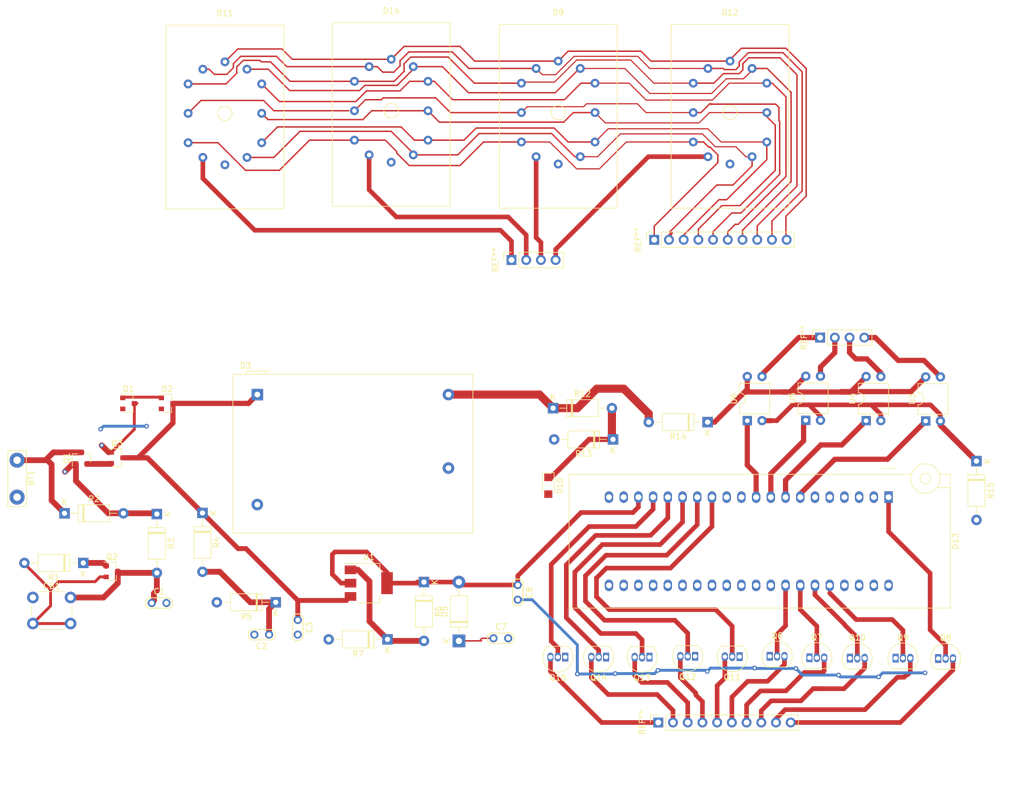
<source format=kicad_pcb>
(kicad_pcb (version 20171130) (host pcbnew "(5.1.6)-1")

  (general
    (thickness 1.6)
    (drawings 0)
    (tracks 603)
    (zones 0)
    (modules 50)
    (nets 71)
  )

  (page A4)
  (layers
    (0 F.Cu signal)
    (31 B.Cu signal)
    (32 B.Adhes user)
    (33 F.Adhes user)
    (34 B.Paste user)
    (35 F.Paste user)
    (36 B.SilkS user)
    (37 F.SilkS user)
    (38 B.Mask user)
    (39 F.Mask user)
    (40 Dwgs.User user)
    (41 Cmts.User user)
    (42 Eco1.User user)
    (43 Eco2.User user)
    (44 Edge.Cuts user)
    (45 Margin user)
    (46 B.CrtYd user)
    (47 F.CrtYd user)
    (48 B.Fab user)
    (49 F.Fab user)
  )

  (setup
    (last_trace_width 0.25)
    (trace_clearance 0.2)
    (zone_clearance 0.508)
    (zone_45_only no)
    (trace_min 0.2)
    (via_size 0.8)
    (via_drill 0.4)
    (via_min_size 0.4)
    (via_min_drill 0.3)
    (uvia_size 0.3)
    (uvia_drill 0.1)
    (uvias_allowed no)
    (uvia_min_size 0.2)
    (uvia_min_drill 0.1)
    (edge_width 0.1)
    (segment_width 0.2)
    (pcb_text_width 0.3)
    (pcb_text_size 1.5 1.5)
    (mod_edge_width 0.15)
    (mod_text_size 1 1)
    (mod_text_width 0.15)
    (pad_size 1.524 1.524)
    (pad_drill 0.762)
    (pad_to_mask_clearance 0)
    (aux_axis_origin 0 0)
    (visible_elements 7FFFFFFF)
    (pcbplotparams
      (layerselection 0x010fc_ffffffff)
      (usegerberextensions false)
      (usegerberattributes true)
      (usegerberadvancedattributes true)
      (creategerberjobfile true)
      (excludeedgelayer true)
      (linewidth 0.100000)
      (plotframeref false)
      (viasonmask false)
      (mode 1)
      (useauxorigin false)
      (hpglpennumber 1)
      (hpglpenspeed 20)
      (hpglpendiameter 15.000000)
      (psnegative false)
      (psa4output false)
      (plotreference true)
      (plotvalue true)
      (plotinvisibletext false)
      (padsonsilk false)
      (subtractmaskfromsilk false)
      (outputformat 4)
      (mirror false)
      (drillshape 0)
      (scaleselection 1)
      (outputdirectory ""))
  )

  (net 0 "")
  (net 1 "Net-(BT1-Pad1)")
  (net 2 GND)
  (net 3 "Net-(C1-Pad1)")
  (net 4 /P_PUT)
  (net 5 "Net-(C3-Pad1)")
  (net 6 "Net-(C7-Pad1)")
  (net 7 /V)
  (net 8 "Net-(D1-Pad3)")
  (net 9 +12C)
  (net 10 "Net-(D11-Pad11)")
  (net 11 "Net-(D9-Pad1)")
  (net 12 "Net-(D11-Pad5)")
  (net 13 "Net-(D11-Pad7)")
  (net 14 "Net-(D9-Pad12)")
  (net 15 "Net-(D11-Pad6)")
  (net 16 "Net-(D11-Pad2)")
  (net 17 "Net-(D11-Pad10)")
  (net 18 "Net-(D11-Pad8)")
  (net 19 "Net-(D11-Pad4)")
  (net 20 "Net-(D11-Pad9)")
  (net 21 "Net-(D11-Pad3)")
  (net 22 /V_IND)
  (net 23 "Net-(D11-Pad1)")
  (net 24 "Net-(D11-Pad12)")
  (net 25 "Net-(D12-Pad1)")
  (net 26 "Net-(D12-Pad12)")
  (net 27 "Net-(D13-Pad21)")
  (net 28 "Net-(D13-Pad20)")
  (net 29 "Net-(D13-Pad22)")
  (net 30 "Net-(D13-Pad23)")
  (net 31 "Net-(D13-Pad24)")
  (net 32 /X0)
  (net 33 /X9)
  (net 34 "Net-(D13-Pad26)")
  (net 35 /X8)
  (net 36 "Net-(D13-Pad27)")
  (net 37 /X7)
  (net 38 "Net-(D13-Pad28)")
  (net 39 /X6)
  (net 40 "Net-(D13-Pad29)")
  (net 41 "Net-(D13-Pad12)")
  (net 42 "Net-(D13-Pad30)")
  (net 43 "Net-(D13-Pad11)")
  (net 44 "Net-(D13-Pad31)")
  (net 45 /Y4)
  (net 46 "Net-(D13-Pad32)")
  (net 47 /Y3)
  (net 48 /X1)
  (net 49 /Y2)
  (net 50 /X2)
  (net 51 /X5)
  (net 52 "Net-(D13-Pad6)")
  (net 53 /X4)
  (net 54 "Net-(D13-Pad5)")
  (net 55 "Net-(D13-Pad37)")
  (net 56 "Net-(D13-Pad4)")
  (net 57 "Net-(D13-Pad38)")
  (net 58 "Net-(D13-Pad3)")
  (net 59 "Net-(D13-Pad39)")
  (net 60 "Net-(D13-Pad2)")
  (net 61 "Net-(D13-Pad40)")
  (net 62 /X3)
  (net 63 "Net-(D14-Pad1)")
  (net 64 "Net-(D14-Pad12)")
  (net 65 "Net-(Q1-Pad2)")
  (net 66 /KEY)
  (net 67 "Net-(R6-Pad2)")
  (net 68 "Net-(R14-Pad1)")
  (net 69 "Net-(R15-Pad1)")
  (net 70 "Net-(D3-Pad3)")

  (net_class Default "Это класс цепей по умолчанию."
    (clearance 0.2)
    (trace_width 0.25)
    (via_dia 0.8)
    (via_drill 0.4)
    (uvia_dia 0.3)
    (uvia_drill 0.1)
    (add_net +12C)
    (add_net /KEY)
    (add_net /P_PUT)
    (add_net /V)
    (add_net /V_IND)
    (add_net /X0)
    (add_net /X1)
    (add_net /X2)
    (add_net /X3)
    (add_net /X4)
    (add_net /X5)
    (add_net /X6)
    (add_net /X7)
    (add_net /X8)
    (add_net /X9)
    (add_net /Y2)
    (add_net /Y3)
    (add_net /Y4)
    (add_net GND)
    (add_net "Net-(BT1-Pad1)")
    (add_net "Net-(C1-Pad1)")
    (add_net "Net-(C3-Pad1)")
    (add_net "Net-(C7-Pad1)")
    (add_net "Net-(D1-Pad3)")
    (add_net "Net-(D11-Pad1)")
    (add_net "Net-(D11-Pad10)")
    (add_net "Net-(D11-Pad11)")
    (add_net "Net-(D11-Pad12)")
    (add_net "Net-(D11-Pad2)")
    (add_net "Net-(D11-Pad3)")
    (add_net "Net-(D11-Pad4)")
    (add_net "Net-(D11-Pad5)")
    (add_net "Net-(D11-Pad6)")
    (add_net "Net-(D11-Pad7)")
    (add_net "Net-(D11-Pad8)")
    (add_net "Net-(D11-Pad9)")
    (add_net "Net-(D12-Pad1)")
    (add_net "Net-(D12-Pad12)")
    (add_net "Net-(D13-Pad11)")
    (add_net "Net-(D13-Pad12)")
    (add_net "Net-(D13-Pad2)")
    (add_net "Net-(D13-Pad20)")
    (add_net "Net-(D13-Pad21)")
    (add_net "Net-(D13-Pad22)")
    (add_net "Net-(D13-Pad23)")
    (add_net "Net-(D13-Pad24)")
    (add_net "Net-(D13-Pad26)")
    (add_net "Net-(D13-Pad27)")
    (add_net "Net-(D13-Pad28)")
    (add_net "Net-(D13-Pad29)")
    (add_net "Net-(D13-Pad3)")
    (add_net "Net-(D13-Pad30)")
    (add_net "Net-(D13-Pad31)")
    (add_net "Net-(D13-Pad32)")
    (add_net "Net-(D13-Pad37)")
    (add_net "Net-(D13-Pad38)")
    (add_net "Net-(D13-Pad39)")
    (add_net "Net-(D13-Pad4)")
    (add_net "Net-(D13-Pad40)")
    (add_net "Net-(D13-Pad5)")
    (add_net "Net-(D13-Pad6)")
    (add_net "Net-(D14-Pad1)")
    (add_net "Net-(D14-Pad12)")
    (add_net "Net-(D3-Pad3)")
    (add_net "Net-(D9-Pad1)")
    (add_net "Net-(D9-Pad12)")
    (add_net "Net-(Q1-Pad2)")
    (add_net "Net-(R14-Pad1)")
    (add_net "Net-(R15-Pad1)")
    (add_net "Net-(R6-Pad2)")
  )

  (module Connector_PinSocket_2.54mm:PinSocket_1x04_P2.54mm_Vertical (layer F.Cu) (tedit 5A19A429) (tstamp 5FA6952F)
    (at 218.821 76.8985 90)
    (descr "Through hole straight socket strip, 1x04, 2.54mm pitch, single row (from Kicad 4.0.7), script generated")
    (tags "Through hole socket strip THT 1x04 2.54mm single row")
    (fp_text reference REF** (at 0 -2.77 90) (layer F.SilkS)
      (effects (font (size 1 1) (thickness 0.15)))
    )
    (fp_text value PinSocket_1x04_P2.54mm_Vertical (at 0 10.39 90) (layer F.Fab)
      (effects (font (size 1 1) (thickness 0.15)))
    )
    (fp_line (start -1.27 -1.27) (end 0.635 -1.27) (layer F.Fab) (width 0.1))
    (fp_line (start 0.635 -1.27) (end 1.27 -0.635) (layer F.Fab) (width 0.1))
    (fp_line (start 1.27 -0.635) (end 1.27 8.89) (layer F.Fab) (width 0.1))
    (fp_line (start 1.27 8.89) (end -1.27 8.89) (layer F.Fab) (width 0.1))
    (fp_line (start -1.27 8.89) (end -1.27 -1.27) (layer F.Fab) (width 0.1))
    (fp_line (start -1.33 1.27) (end 1.33 1.27) (layer F.SilkS) (width 0.12))
    (fp_line (start -1.33 1.27) (end -1.33 8.95) (layer F.SilkS) (width 0.12))
    (fp_line (start -1.33 8.95) (end 1.33 8.95) (layer F.SilkS) (width 0.12))
    (fp_line (start 1.33 1.27) (end 1.33 8.95) (layer F.SilkS) (width 0.12))
    (fp_line (start 1.33 -1.33) (end 1.33 0) (layer F.SilkS) (width 0.12))
    (fp_line (start 0 -1.33) (end 1.33 -1.33) (layer F.SilkS) (width 0.12))
    (fp_line (start -1.8 -1.8) (end 1.75 -1.8) (layer F.CrtYd) (width 0.05))
    (fp_line (start 1.75 -1.8) (end 1.75 9.4) (layer F.CrtYd) (width 0.05))
    (fp_line (start 1.75 9.4) (end -1.8 9.4) (layer F.CrtYd) (width 0.05))
    (fp_line (start -1.8 9.4) (end -1.8 -1.8) (layer F.CrtYd) (width 0.05))
    (fp_text user %R (at 0 3.81) (layer F.Fab)
      (effects (font (size 1 1) (thickness 0.15)))
    )
    (pad 1 thru_hole rect (at 0 0 90) (size 1.7 1.7) (drill 1) (layers *.Cu *.Mask))
    (pad 2 thru_hole oval (at 0 2.54 90) (size 1.7 1.7) (drill 1) (layers *.Cu *.Mask))
    (pad 3 thru_hole oval (at 0 5.08 90) (size 1.7 1.7) (drill 1) (layers *.Cu *.Mask))
    (pad 4 thru_hole oval (at 0 7.62 90) (size 1.7 1.7) (drill 1) (layers *.Cu *.Mask))
    (model ${KISYS3DMOD}/Connector_PinSocket_2.54mm.3dshapes/PinSocket_1x04_P2.54mm_Vertical.wrl
      (at (xyz 0 0 0))
      (scale (xyz 1 1 1))
      (rotate (xyz 0 0 0))
    )
  )

  (module Connector_PinSocket_2.54mm:PinSocket_1x10_P2.54mm_Vertical (layer F.Cu) (tedit 5A19A425) (tstamp 5FA694CC)
    (at 190.881 143.383 90)
    (descr "Through hole straight socket strip, 1x10, 2.54mm pitch, single row (from Kicad 4.0.7), script generated")
    (tags "Through hole socket strip THT 1x10 2.54mm single row")
    (fp_text reference REF** (at 0 -2.77 90) (layer F.SilkS)
      (effects (font (size 1 1) (thickness 0.15)))
    )
    (fp_text value PinSocket_1x10_P2.54mm_Vertical (at 0 25.63 90) (layer F.Fab)
      (effects (font (size 1 1) (thickness 0.15)))
    )
    (fp_line (start -1.27 -1.27) (end 0.635 -1.27) (layer F.Fab) (width 0.1))
    (fp_line (start 0.635 -1.27) (end 1.27 -0.635) (layer F.Fab) (width 0.1))
    (fp_line (start 1.27 -0.635) (end 1.27 24.13) (layer F.Fab) (width 0.1))
    (fp_line (start 1.27 24.13) (end -1.27 24.13) (layer F.Fab) (width 0.1))
    (fp_line (start -1.27 24.13) (end -1.27 -1.27) (layer F.Fab) (width 0.1))
    (fp_line (start -1.33 1.27) (end 1.33 1.27) (layer F.SilkS) (width 0.12))
    (fp_line (start -1.33 1.27) (end -1.33 24.19) (layer F.SilkS) (width 0.12))
    (fp_line (start -1.33 24.19) (end 1.33 24.19) (layer F.SilkS) (width 0.12))
    (fp_line (start 1.33 1.27) (end 1.33 24.19) (layer F.SilkS) (width 0.12))
    (fp_line (start 1.33 -1.33) (end 1.33 0) (layer F.SilkS) (width 0.12))
    (fp_line (start 0 -1.33) (end 1.33 -1.33) (layer F.SilkS) (width 0.12))
    (fp_line (start -1.8 -1.8) (end 1.75 -1.8) (layer F.CrtYd) (width 0.05))
    (fp_line (start 1.75 -1.8) (end 1.75 24.6) (layer F.CrtYd) (width 0.05))
    (fp_line (start 1.75 24.6) (end -1.8 24.6) (layer F.CrtYd) (width 0.05))
    (fp_line (start -1.8 24.6) (end -1.8 -1.8) (layer F.CrtYd) (width 0.05))
    (fp_text user %R (at 0 11.43) (layer F.Fab)
      (effects (font (size 1 1) (thickness 0.15)))
    )
    (pad 1 thru_hole rect (at 0 0 90) (size 1.7 1.7) (drill 1) (layers *.Cu *.Mask))
    (pad 2 thru_hole oval (at 0 2.54 90) (size 1.7 1.7) (drill 1) (layers *.Cu *.Mask))
    (pad 3 thru_hole oval (at 0 5.08 90) (size 1.7 1.7) (drill 1) (layers *.Cu *.Mask))
    (pad 4 thru_hole oval (at 0 7.62 90) (size 1.7 1.7) (drill 1) (layers *.Cu *.Mask))
    (pad 5 thru_hole oval (at 0 10.16 90) (size 1.7 1.7) (drill 1) (layers *.Cu *.Mask))
    (pad 6 thru_hole oval (at 0 12.7 90) (size 1.7 1.7) (drill 1) (layers *.Cu *.Mask))
    (pad 7 thru_hole oval (at 0 15.24 90) (size 1.7 1.7) (drill 1) (layers *.Cu *.Mask))
    (pad 8 thru_hole oval (at 0 17.78 90) (size 1.7 1.7) (drill 1) (layers *.Cu *.Mask))
    (pad 9 thru_hole oval (at 0 20.32 90) (size 1.7 1.7) (drill 1) (layers *.Cu *.Mask))
    (pad 10 thru_hole oval (at 0 22.86 90) (size 1.7 1.7) (drill 1) (layers *.Cu *.Mask))
    (model ${KISYS3DMOD}/Connector_PinSocket_2.54mm.3dshapes/PinSocket_1x10_P2.54mm_Vertical.wrl
      (at (xyz 0 0 0))
      (scale (xyz 1 1 1))
      (rotate (xyz 0 0 0))
    )
  )

  (module "схема часов:IN12" (layer F.Cu) (tedit 5F720F38) (tstamp 5FA58B61)
    (at 203.2635 38.0365)
    (path /5F78477F)
    (fp_text reference D12 (at 0 -17.28) (layer F.SilkS)
      (effects (font (size 1 1) (thickness 0.15)))
    )
    (fp_text value in-12a (at 0 -18.28) (layer F.Fab)
      (effects (font (size 1 1) (thickness 0.15)))
    )
    (fp_line (start 10.16 0) (end 10.16 -15.24) (layer F.SilkS) (width 0.12))
    (fp_line (start 10.16 -15.24) (end -10.16 -15.24) (layer F.SilkS) (width 0.12))
    (fp_line (start -10.16 -15.24) (end -10.16 16.51) (layer F.SilkS) (width 0.12))
    (fp_line (start -10.16 16.51) (end 10.16 16.51) (layer F.SilkS) (width 0.12))
    (fp_line (start 10.16 16.51) (end 10.16 0) (layer F.SilkS) (width 0.12))
    (fp_circle (center 0 0) (end 1.25 0) (layer F.SilkS) (width 0.12))
    (pad 11 thru_hole circle (at 3.81 7.62) (size 1.524 1.524) (drill 0.762) (layers *.Cu *.Mask)
      (net 10 "Net-(D11-Pad11)"))
    (pad 1 thru_hole circle (at -3.81 7.62) (size 1.524 1.524) (drill 0.762) (layers *.Cu *.Mask)
      (net 25 "Net-(D12-Pad1)"))
    (pad 5 thru_hole circle (at -3.81 -7.62) (size 1.524 1.524) (drill 0.762) (layers *.Cu *.Mask)
      (net 12 "Net-(D11-Pad5)"))
    (pad 7 thru_hole circle (at 3.81 -7.62) (size 1.524 1.524) (drill 0.762) (layers *.Cu *.Mask)
      (net 13 "Net-(D11-Pad7)"))
    (pad 12 thru_hole circle (at 0 8.89) (size 1.524 1.524) (drill 0.762) (layers *.Cu *.Mask)
      (net 26 "Net-(D12-Pad12)"))
    (pad 6 thru_hole circle (at 0 -8.89) (size 1.524 1.524) (drill 0.762) (layers *.Cu *.Mask)
      (net 15 "Net-(D11-Pad6)"))
    (pad 2 thru_hole circle (at -6.35 5.08) (size 1.524 1.524) (drill 0.762) (layers *.Cu *.Mask)
      (net 16 "Net-(D11-Pad2)"))
    (pad 10 thru_hole circle (at 6.35 5.08) (size 1.524 1.524) (drill 0.762) (layers *.Cu *.Mask)
      (net 17 "Net-(D11-Pad10)"))
    (pad 8 thru_hole circle (at 6.35 -5.08) (size 1.524 1.524) (drill 0.762) (layers *.Cu *.Mask)
      (net 18 "Net-(D11-Pad8)"))
    (pad 4 thru_hole circle (at -6.35 -5.08) (size 1.524 1.524) (drill 0.762) (layers *.Cu *.Mask)
      (net 19 "Net-(D11-Pad4)"))
    (pad 9 thru_hole circle (at 6.35 0) (size 1.524 1.524) (drill 0.762) (layers *.Cu *.Mask)
      (net 20 "Net-(D11-Pad9)"))
    (pad 3 thru_hole circle (at -6.35 0) (size 1.524 1.524) (drill 0.762) (layers *.Cu *.Mask)
      (net 21 "Net-(D11-Pad3)"))
  )

  (module Connector_PinSocket_2.54mm:PinSocket_1x10_P2.54mm_Vertical (layer F.Cu) (tedit 5A19A425) (tstamp 5FA68C2B)
    (at 190.1825 60.0075 90)
    (descr "Through hole straight socket strip, 1x10, 2.54mm pitch, single row (from Kicad 4.0.7), script generated")
    (tags "Through hole socket strip THT 1x10 2.54mm single row")
    (fp_text reference REF** (at 0 -2.77 90) (layer F.SilkS)
      (effects (font (size 1 1) (thickness 0.15)))
    )
    (fp_text value PinSocket_1x10_P2.54mm_Vertical (at 0 25.63 90) (layer F.Fab)
      (effects (font (size 1 1) (thickness 0.15)))
    )
    (fp_line (start -1.27 -1.27) (end 0.635 -1.27) (layer F.Fab) (width 0.1))
    (fp_line (start 0.635 -1.27) (end 1.27 -0.635) (layer F.Fab) (width 0.1))
    (fp_line (start 1.27 -0.635) (end 1.27 24.13) (layer F.Fab) (width 0.1))
    (fp_line (start 1.27 24.13) (end -1.27 24.13) (layer F.Fab) (width 0.1))
    (fp_line (start -1.27 24.13) (end -1.27 -1.27) (layer F.Fab) (width 0.1))
    (fp_line (start -1.33 1.27) (end 1.33 1.27) (layer F.SilkS) (width 0.12))
    (fp_line (start -1.33 1.27) (end -1.33 24.19) (layer F.SilkS) (width 0.12))
    (fp_line (start -1.33 24.19) (end 1.33 24.19) (layer F.SilkS) (width 0.12))
    (fp_line (start 1.33 1.27) (end 1.33 24.19) (layer F.SilkS) (width 0.12))
    (fp_line (start 1.33 -1.33) (end 1.33 0) (layer F.SilkS) (width 0.12))
    (fp_line (start 0 -1.33) (end 1.33 -1.33) (layer F.SilkS) (width 0.12))
    (fp_line (start -1.8 -1.8) (end 1.75 -1.8) (layer F.CrtYd) (width 0.05))
    (fp_line (start 1.75 -1.8) (end 1.75 24.6) (layer F.CrtYd) (width 0.05))
    (fp_line (start 1.75 24.6) (end -1.8 24.6) (layer F.CrtYd) (width 0.05))
    (fp_line (start -1.8 24.6) (end -1.8 -1.8) (layer F.CrtYd) (width 0.05))
    (fp_text user %R (at 0 11.43) (layer F.Fab)
      (effects (font (size 1 1) (thickness 0.15)))
    )
    (pad 10 thru_hole oval (at 0 22.86 90) (size 1.7 1.7) (drill 1) (layers *.Cu *.Mask))
    (pad 9 thru_hole oval (at 0 20.32 90) (size 1.7 1.7) (drill 1) (layers *.Cu *.Mask))
    (pad 8 thru_hole oval (at 0 17.78 90) (size 1.7 1.7) (drill 1) (layers *.Cu *.Mask))
    (pad 7 thru_hole oval (at 0 15.24 90) (size 1.7 1.7) (drill 1) (layers *.Cu *.Mask))
    (pad 6 thru_hole oval (at 0 12.7 90) (size 1.7 1.7) (drill 1) (layers *.Cu *.Mask))
    (pad 5 thru_hole oval (at 0 10.16 90) (size 1.7 1.7) (drill 1) (layers *.Cu *.Mask))
    (pad 4 thru_hole oval (at 0 7.62 90) (size 1.7 1.7) (drill 1) (layers *.Cu *.Mask))
    (pad 3 thru_hole oval (at 0 5.08 90) (size 1.7 1.7) (drill 1) (layers *.Cu *.Mask))
    (pad 2 thru_hole oval (at 0 2.54 90) (size 1.7 1.7) (drill 1) (layers *.Cu *.Mask))
    (pad 1 thru_hole rect (at 0 0 90) (size 1.7 1.7) (drill 1) (layers *.Cu *.Mask))
    (model ${KISYS3DMOD}/Connector_PinSocket_2.54mm.3dshapes/PinSocket_1x10_P2.54mm_Vertical.wrl
      (at (xyz 0 0 0))
      (scale (xyz 1 1 1))
      (rotate (xyz 0 0 0))
    )
  )

  (module Connector_PinSocket_2.54mm:PinSocket_1x04_P2.54mm_Vertical (layer F.Cu) (tedit 5A19A429) (tstamp 5FA63566)
    (at 165.5445 63.5 90)
    (descr "Through hole straight socket strip, 1x04, 2.54mm pitch, single row (from Kicad 4.0.7), script generated")
    (tags "Through hole socket strip THT 1x04 2.54mm single row")
    (fp_text reference REF** (at 0 -2.77 90) (layer F.SilkS)
      (effects (font (size 1 1) (thickness 0.15)))
    )
    (fp_text value PinSocket_1x04_P2.54mm_Vertical (at 0 10.39 90) (layer F.Fab)
      (effects (font (size 1 1) (thickness 0.15)))
    )
    (fp_line (start -1.27 -1.27) (end 0.635 -1.27) (layer F.Fab) (width 0.1))
    (fp_line (start 0.635 -1.27) (end 1.27 -0.635) (layer F.Fab) (width 0.1))
    (fp_line (start 1.27 -0.635) (end 1.27 8.89) (layer F.Fab) (width 0.1))
    (fp_line (start 1.27 8.89) (end -1.27 8.89) (layer F.Fab) (width 0.1))
    (fp_line (start -1.27 8.89) (end -1.27 -1.27) (layer F.Fab) (width 0.1))
    (fp_line (start -1.33 1.27) (end 1.33 1.27) (layer F.SilkS) (width 0.12))
    (fp_line (start -1.33 1.27) (end -1.33 8.95) (layer F.SilkS) (width 0.12))
    (fp_line (start -1.33 8.95) (end 1.33 8.95) (layer F.SilkS) (width 0.12))
    (fp_line (start 1.33 1.27) (end 1.33 8.95) (layer F.SilkS) (width 0.12))
    (fp_line (start 1.33 -1.33) (end 1.33 0) (layer F.SilkS) (width 0.12))
    (fp_line (start 0 -1.33) (end 1.33 -1.33) (layer F.SilkS) (width 0.12))
    (fp_line (start -1.8 -1.8) (end 1.75 -1.8) (layer F.CrtYd) (width 0.05))
    (fp_line (start 1.75 -1.8) (end 1.75 9.4) (layer F.CrtYd) (width 0.05))
    (fp_line (start 1.75 9.4) (end -1.8 9.4) (layer F.CrtYd) (width 0.05))
    (fp_line (start -1.8 9.4) (end -1.8 -1.8) (layer F.CrtYd) (width 0.05))
    (fp_text user %R (at 0 3.81) (layer F.Fab)
      (effects (font (size 1 1) (thickness 0.15)))
    )
    (pad 4 thru_hole oval (at 0 7.62 90) (size 1.7 1.7) (drill 1) (layers *.Cu *.Mask))
    (pad 3 thru_hole oval (at 0 5.08 90) (size 1.7 1.7) (drill 1) (layers *.Cu *.Mask))
    (pad 2 thru_hole oval (at 0 2.54 90) (size 1.7 1.7) (drill 1) (layers *.Cu *.Mask))
    (pad 1 thru_hole rect (at 0 0 90) (size 1.7 1.7) (drill 1) (layers *.Cu *.Mask))
    (model ${KISYS3DMOD}/Connector_PinSocket_2.54mm.3dshapes/PinSocket_1x04_P2.54mm_Vertical.wrl
      (at (xyz 0 0 0))
      (scale (xyz 1 1 1))
      (rotate (xyz 0 0 0))
    )
  )

  (module Package_DIP:DIP-4_W7.62mm (layer F.Cu) (tedit 5A02E8C5) (tstamp 5FA58E84)
    (at 206.248 91.2495 90)
    (descr "4-lead though-hole mounted DIP package, row spacing 7.62 mm (300 mils)")
    (tags "THT DIP DIL PDIP 2.54mm 7.62mm 300mil")
    (path /5F7847B8)
    (fp_text reference U6 (at 3.81 -2.33 90) (layer F.SilkS)
      (effects (font (size 1 1) (thickness 0.15)))
    )
    (fp_text value TLP627 (at 3.81 4.87 90) (layer F.Fab)
      (effects (font (size 1 1) (thickness 0.15)))
    )
    (fp_line (start 1.635 -1.27) (end 6.985 -1.27) (layer F.Fab) (width 0.1))
    (fp_line (start 6.985 -1.27) (end 6.985 3.81) (layer F.Fab) (width 0.1))
    (fp_line (start 6.985 3.81) (end 0.635 3.81) (layer F.Fab) (width 0.1))
    (fp_line (start 0.635 3.81) (end 0.635 -0.27) (layer F.Fab) (width 0.1))
    (fp_line (start 0.635 -0.27) (end 1.635 -1.27) (layer F.Fab) (width 0.1))
    (fp_line (start 2.81 -1.33) (end 1.16 -1.33) (layer F.SilkS) (width 0.12))
    (fp_line (start 1.16 -1.33) (end 1.16 3.87) (layer F.SilkS) (width 0.12))
    (fp_line (start 1.16 3.87) (end 6.46 3.87) (layer F.SilkS) (width 0.12))
    (fp_line (start 6.46 3.87) (end 6.46 -1.33) (layer F.SilkS) (width 0.12))
    (fp_line (start 6.46 -1.33) (end 4.81 -1.33) (layer F.SilkS) (width 0.12))
    (fp_line (start -1.1 -1.55) (end -1.1 4.1) (layer F.CrtYd) (width 0.05))
    (fp_line (start -1.1 4.1) (end 8.7 4.1) (layer F.CrtYd) (width 0.05))
    (fp_line (start 8.7 4.1) (end 8.7 -1.55) (layer F.CrtYd) (width 0.05))
    (fp_line (start 8.7 -1.55) (end -1.1 -1.55) (layer F.CrtYd) (width 0.05))
    (fp_text user %R (at 3.81 1.27 90) (layer F.Fab)
      (effects (font (size 1 1) (thickness 0.15)))
    )
    (fp_arc (start 3.81 -1.33) (end 2.81 -1.33) (angle -180) (layer F.SilkS) (width 0.12))
    (pad 4 thru_hole oval (at 7.62 0 90) (size 1.6 1.6) (drill 0.8) (layers *.Cu *.Mask)
      (net 68 "Net-(R14-Pad1)"))
    (pad 2 thru_hole oval (at 0 2.54 90) (size 1.6 1.6) (drill 0.8) (layers *.Cu *.Mask)
      (net 69 "Net-(R15-Pad1)"))
    (pad 3 thru_hole oval (at 7.62 2.54 90) (size 1.6 1.6) (drill 0.8) (layers *.Cu *.Mask)
      (net 11 "Net-(D9-Pad1)"))
    (pad 1 thru_hole rect (at 0 0 90) (size 1.6 1.6) (drill 0.8) (layers *.Cu *.Mask)
      (net 45 /Y4))
    (model ${KISYS3DMOD}/Package_DIP.3dshapes/DIP-4_W7.62mm.wrl
      (at (xyz 0 0 0))
      (scale (xyz 1 1 1))
      (rotate (xyz 0 0 0))
    )
  )

  (module Package_DIP:DIP-4_W7.62mm (layer F.Cu) (tedit 5A02E8C5) (tstamp 5FA58E6C)
    (at 216.3445 91.186 90)
    (descr "4-lead though-hole mounted DIP package, row spacing 7.62 mm (300 mils)")
    (tags "THT DIP DIL PDIP 2.54mm 7.62mm 300mil")
    (path /5F7847B2)
    (fp_text reference U5 (at 3.81 -2.33 90) (layer F.SilkS)
      (effects (font (size 1 1) (thickness 0.15)))
    )
    (fp_text value TLP627 (at 3.81 4.87 90) (layer F.Fab)
      (effects (font (size 1 1) (thickness 0.15)))
    )
    (fp_line (start 1.635 -1.27) (end 6.985 -1.27) (layer F.Fab) (width 0.1))
    (fp_line (start 6.985 -1.27) (end 6.985 3.81) (layer F.Fab) (width 0.1))
    (fp_line (start 6.985 3.81) (end 0.635 3.81) (layer F.Fab) (width 0.1))
    (fp_line (start 0.635 3.81) (end 0.635 -0.27) (layer F.Fab) (width 0.1))
    (fp_line (start 0.635 -0.27) (end 1.635 -1.27) (layer F.Fab) (width 0.1))
    (fp_line (start 2.81 -1.33) (end 1.16 -1.33) (layer F.SilkS) (width 0.12))
    (fp_line (start 1.16 -1.33) (end 1.16 3.87) (layer F.SilkS) (width 0.12))
    (fp_line (start 1.16 3.87) (end 6.46 3.87) (layer F.SilkS) (width 0.12))
    (fp_line (start 6.46 3.87) (end 6.46 -1.33) (layer F.SilkS) (width 0.12))
    (fp_line (start 6.46 -1.33) (end 4.81 -1.33) (layer F.SilkS) (width 0.12))
    (fp_line (start -1.1 -1.55) (end -1.1 4.1) (layer F.CrtYd) (width 0.05))
    (fp_line (start -1.1 4.1) (end 8.7 4.1) (layer F.CrtYd) (width 0.05))
    (fp_line (start 8.7 4.1) (end 8.7 -1.55) (layer F.CrtYd) (width 0.05))
    (fp_line (start 8.7 -1.55) (end -1.1 -1.55) (layer F.CrtYd) (width 0.05))
    (fp_text user %R (at 4.6355 1.0795 90) (layer F.Fab)
      (effects (font (size 1 1) (thickness 0.15)))
    )
    (fp_arc (start 3.81 -1.33) (end 2.81 -1.33) (angle -180) (layer F.SilkS) (width 0.12))
    (pad 4 thru_hole oval (at 7.62 0 90) (size 1.6 1.6) (drill 0.8) (layers *.Cu *.Mask)
      (net 68 "Net-(R14-Pad1)"))
    (pad 2 thru_hole oval (at 0 2.54 90) (size 1.6 1.6) (drill 0.8) (layers *.Cu *.Mask)
      (net 69 "Net-(R15-Pad1)"))
    (pad 3 thru_hole oval (at 7.62 2.54 90) (size 1.6 1.6) (drill 0.8) (layers *.Cu *.Mask)
      (net 23 "Net-(D11-Pad1)"))
    (pad 1 thru_hole rect (at 0 0 90) (size 1.6 1.6) (drill 0.8) (layers *.Cu *.Mask)
      (net 47 /Y3))
    (model ${KISYS3DMOD}/Package_DIP.3dshapes/DIP-4_W7.62mm.wrl
      (at (xyz 0 0 0))
      (scale (xyz 1 1 1))
      (rotate (xyz 0 0 0))
    )
  )

  (module Package_DIP:DIP-4_W7.62mm (layer F.Cu) (tedit 5A02E8C5) (tstamp 5FA58E54)
    (at 226.7585 91.2495 90)
    (descr "4-lead though-hole mounted DIP package, row spacing 7.62 mm (300 mils)")
    (tags "THT DIP DIL PDIP 2.54mm 7.62mm 300mil")
    (path /5F7847AC)
    (fp_text reference U4 (at 3.81 -2.33 90) (layer F.SilkS)
      (effects (font (size 1 1) (thickness 0.15)))
    )
    (fp_text value TLP627 (at 3.81 4.87 90) (layer F.Fab)
      (effects (font (size 1 1) (thickness 0.15)))
    )
    (fp_line (start 1.635 -1.27) (end 6.985 -1.27) (layer F.Fab) (width 0.1))
    (fp_line (start 6.985 -1.27) (end 6.985 3.81) (layer F.Fab) (width 0.1))
    (fp_line (start 6.985 3.81) (end 0.635 3.81) (layer F.Fab) (width 0.1))
    (fp_line (start 0.635 3.81) (end 0.635 -0.27) (layer F.Fab) (width 0.1))
    (fp_line (start 0.635 -0.27) (end 1.635 -1.27) (layer F.Fab) (width 0.1))
    (fp_line (start 2.81 -1.33) (end 1.16 -1.33) (layer F.SilkS) (width 0.12))
    (fp_line (start 1.16 -1.33) (end 1.16 3.87) (layer F.SilkS) (width 0.12))
    (fp_line (start 1.16 3.87) (end 6.46 3.87) (layer F.SilkS) (width 0.12))
    (fp_line (start 6.46 3.87) (end 6.46 -1.33) (layer F.SilkS) (width 0.12))
    (fp_line (start 6.46 -1.33) (end 4.81 -1.33) (layer F.SilkS) (width 0.12))
    (fp_line (start -1.1 -1.55) (end -1.1 4.1) (layer F.CrtYd) (width 0.05))
    (fp_line (start -1.1 4.1) (end 8.7 4.1) (layer F.CrtYd) (width 0.05))
    (fp_line (start 8.7 4.1) (end 8.7 -1.55) (layer F.CrtYd) (width 0.05))
    (fp_line (start 8.7 -1.55) (end -1.1 -1.55) (layer F.CrtYd) (width 0.05))
    (fp_text user %R (at 3.81 1.27 90) (layer F.Fab)
      (effects (font (size 1 1) (thickness 0.15)))
    )
    (fp_arc (start 3.81 -1.33) (end 2.81 -1.33) (angle -180) (layer F.SilkS) (width 0.12))
    (pad 4 thru_hole oval (at 7.62 0 90) (size 1.6 1.6) (drill 0.8) (layers *.Cu *.Mask)
      (net 68 "Net-(R14-Pad1)"))
    (pad 2 thru_hole oval (at 0 2.54 90) (size 1.6 1.6) (drill 0.8) (layers *.Cu *.Mask)
      (net 69 "Net-(R15-Pad1)"))
    (pad 3 thru_hole oval (at 7.62 2.54 90) (size 1.6 1.6) (drill 0.8) (layers *.Cu *.Mask)
      (net 25 "Net-(D12-Pad1)"))
    (pad 1 thru_hole rect (at 0 0 90) (size 1.6 1.6) (drill 0.8) (layers *.Cu *.Mask)
      (net 49 /Y2))
    (model ${KISYS3DMOD}/Package_DIP.3dshapes/DIP-4_W7.62mm.wrl
      (at (xyz 0 0 0))
      (scale (xyz 1 1 1))
      (rotate (xyz 0 0 0))
    )
  )

  (module Package_DIP:DIP-4_W7.62mm (layer F.Cu) (tedit 5A02E8C5) (tstamp 5FA58E3C)
    (at 237.0455 91.313 90)
    (descr "4-lead though-hole mounted DIP package, row spacing 7.62 mm (300 mils)")
    (tags "THT DIP DIL PDIP 2.54mm 7.62mm 300mil")
    (path /5F7847A6)
    (fp_text reference U3 (at 3.81 -2.33 90) (layer F.SilkS)
      (effects (font (size 1 1) (thickness 0.15)))
    )
    (fp_text value TLP627 (at 3.81 4.87 90) (layer F.Fab)
      (effects (font (size 1 1) (thickness 0.15)))
    )
    (fp_line (start 1.635 -1.27) (end 6.985 -1.27) (layer F.Fab) (width 0.1))
    (fp_line (start 6.985 -1.27) (end 6.985 3.81) (layer F.Fab) (width 0.1))
    (fp_line (start 6.985 3.81) (end 0.635 3.81) (layer F.Fab) (width 0.1))
    (fp_line (start 0.635 3.81) (end 0.635 -0.27) (layer F.Fab) (width 0.1))
    (fp_line (start 0.635 -0.27) (end 1.635 -1.27) (layer F.Fab) (width 0.1))
    (fp_line (start 2.81 -1.33) (end 1.16 -1.33) (layer F.SilkS) (width 0.12))
    (fp_line (start 1.16 -1.33) (end 1.16 3.87) (layer F.SilkS) (width 0.12))
    (fp_line (start 1.16 3.87) (end 6.46 3.87) (layer F.SilkS) (width 0.12))
    (fp_line (start 6.46 3.87) (end 6.46 -1.33) (layer F.SilkS) (width 0.12))
    (fp_line (start 6.46 -1.33) (end 4.81 -1.33) (layer F.SilkS) (width 0.12))
    (fp_line (start -1.1 -1.55) (end -1.1 4.1) (layer F.CrtYd) (width 0.05))
    (fp_line (start -1.1 4.1) (end 8.7 4.1) (layer F.CrtYd) (width 0.05))
    (fp_line (start 8.7 4.1) (end 8.7 -1.55) (layer F.CrtYd) (width 0.05))
    (fp_line (start 8.7 -1.55) (end -1.1 -1.55) (layer F.CrtYd) (width 0.05))
    (fp_text user %R (at 3.81 1.27 90) (layer F.Fab)
      (effects (font (size 1 1) (thickness 0.15)))
    )
    (fp_arc (start 3.81 -1.33) (end 2.81 -1.33) (angle -180) (layer F.SilkS) (width 0.12))
    (pad 4 thru_hole oval (at 7.62 0 90) (size 1.6 1.6) (drill 0.8) (layers *.Cu *.Mask)
      (net 68 "Net-(R14-Pad1)"))
    (pad 2 thru_hole oval (at 0 2.54 90) (size 1.6 1.6) (drill 0.8) (layers *.Cu *.Mask)
      (net 69 "Net-(R15-Pad1)"))
    (pad 3 thru_hole oval (at 7.62 2.54 90) (size 1.6 1.6) (drill 0.8) (layers *.Cu *.Mask)
      (net 63 "Net-(D14-Pad1)"))
    (pad 1 thru_hole rect (at 0 0 90) (size 1.6 1.6) (drill 0.8) (layers *.Cu *.Mask)
      (net 69 "Net-(R15-Pad1)"))
    (model ${KISYS3DMOD}/Package_DIP.3dshapes/DIP-4_W7.62mm.wrl
      (at (xyz 0 0 0))
      (scale (xyz 1 1 1))
      (rotate (xyz 0 0 0))
    )
  )

  (module Package_TO_SOT_SMD:SOT-223-3_TabPin2 (layer F.Cu) (tedit 5A02FF57) (tstamp 5FA58E24)
    (at 140.9065 119.3165)
    (descr "module CMS SOT223 4 pins")
    (tags "CMS SOT")
    (path /60E43CD0)
    (attr smd)
    (fp_text reference U1 (at 0 -4.5) (layer F.SilkS)
      (effects (font (size 1 1) (thickness 0.15)))
    )
    (fp_text value LM317_SOT-223 (at 0 4.5) (layer F.Fab)
      (effects (font (size 1 1) (thickness 0.15)))
    )
    (fp_line (start 1.91 3.41) (end 1.91 2.15) (layer F.SilkS) (width 0.12))
    (fp_line (start 1.91 -3.41) (end 1.91 -2.15) (layer F.SilkS) (width 0.12))
    (fp_line (start 4.4 -3.6) (end -4.4 -3.6) (layer F.CrtYd) (width 0.05))
    (fp_line (start 4.4 3.6) (end 4.4 -3.6) (layer F.CrtYd) (width 0.05))
    (fp_line (start -4.4 3.6) (end 4.4 3.6) (layer F.CrtYd) (width 0.05))
    (fp_line (start -4.4 -3.6) (end -4.4 3.6) (layer F.CrtYd) (width 0.05))
    (fp_line (start -1.85 -2.35) (end -0.85 -3.35) (layer F.Fab) (width 0.1))
    (fp_line (start -1.85 -2.35) (end -1.85 3.35) (layer F.Fab) (width 0.1))
    (fp_line (start -1.85 3.41) (end 1.91 3.41) (layer F.SilkS) (width 0.12))
    (fp_line (start -0.85 -3.35) (end 1.85 -3.35) (layer F.Fab) (width 0.1))
    (fp_line (start -4.1 -3.41) (end 1.91 -3.41) (layer F.SilkS) (width 0.12))
    (fp_line (start -1.85 3.35) (end 1.85 3.35) (layer F.Fab) (width 0.1))
    (fp_line (start 1.85 -3.35) (end 1.85 3.35) (layer F.Fab) (width 0.1))
    (fp_text user %R (at 0 0 90) (layer F.Fab)
      (effects (font (size 0.8 0.8) (thickness 0.12)))
    )
    (pad 1 smd rect (at -3.15 -2.3) (size 2 1.5) (layers F.Cu F.Paste F.Mask)
      (net 67 "Net-(R6-Pad2)"))
    (pad 3 smd rect (at -3.15 2.3) (size 2 1.5) (layers F.Cu F.Paste F.Mask)
      (net 5 "Net-(C3-Pad1)"))
    (pad 2 smd rect (at -3.15 0) (size 2 1.5) (layers F.Cu F.Paste F.Mask)
      (net 7 /V))
    (pad 2 smd rect (at 3.15 0) (size 2 3.8) (layers F.Cu F.Paste F.Mask)
      (net 7 /V))
    (model ${KISYS3DMOD}/Package_TO_SOT_SMD.3dshapes/SOT-223.wrl
      (at (xyz 0 0 0))
      (scale (xyz 1 1 1))
      (rotate (xyz 0 0 0))
    )
  )

  (module Diode_THT:D_A-405_P10.16mm_Horizontal (layer F.Cu) (tedit 5AE50CD5) (tstamp 5FA58E0E)
    (at 245.8085 98.2345 270)
    (descr "Diode, A-405 series, Axial, Horizontal, pin pitch=10.16mm, , length*diameter=5.2*2.7mm^2, , http://www.diodes.com/_files/packages/A-405.pdf")
    (tags "Diode A-405 series Axial Horizontal pin pitch 10.16mm  length 5.2mm diameter 2.7mm")
    (path /5F7847E3)
    (fp_text reference R15 (at 5.08 -2.47 90) (layer F.SilkS)
      (effects (font (size 1 1) (thickness 0.15)))
    )
    (fp_text value 470 (at 5.08 2.47 90) (layer F.Fab)
      (effects (font (size 1 1) (thickness 0.15)))
    )
    (fp_line (start 2.48 -1.35) (end 2.48 1.35) (layer F.Fab) (width 0.1))
    (fp_line (start 2.48 1.35) (end 7.68 1.35) (layer F.Fab) (width 0.1))
    (fp_line (start 7.68 1.35) (end 7.68 -1.35) (layer F.Fab) (width 0.1))
    (fp_line (start 7.68 -1.35) (end 2.48 -1.35) (layer F.Fab) (width 0.1))
    (fp_line (start 0 0) (end 2.48 0) (layer F.Fab) (width 0.1))
    (fp_line (start 10.16 0) (end 7.68 0) (layer F.Fab) (width 0.1))
    (fp_line (start 3.26 -1.35) (end 3.26 1.35) (layer F.Fab) (width 0.1))
    (fp_line (start 3.36 -1.35) (end 3.36 1.35) (layer F.Fab) (width 0.1))
    (fp_line (start 3.16 -1.35) (end 3.16 1.35) (layer F.Fab) (width 0.1))
    (fp_line (start 2.36 -1.47) (end 2.36 1.47) (layer F.SilkS) (width 0.12))
    (fp_line (start 2.36 1.47) (end 7.8 1.47) (layer F.SilkS) (width 0.12))
    (fp_line (start 7.8 1.47) (end 7.8 -1.47) (layer F.SilkS) (width 0.12))
    (fp_line (start 7.8 -1.47) (end 2.36 -1.47) (layer F.SilkS) (width 0.12))
    (fp_line (start 1.14 0) (end 2.36 0) (layer F.SilkS) (width 0.12))
    (fp_line (start 9.02 0) (end 7.8 0) (layer F.SilkS) (width 0.12))
    (fp_line (start 3.26 -1.47) (end 3.26 1.47) (layer F.SilkS) (width 0.12))
    (fp_line (start 3.38 -1.47) (end 3.38 1.47) (layer F.SilkS) (width 0.12))
    (fp_line (start 3.14 -1.47) (end 3.14 1.47) (layer F.SilkS) (width 0.12))
    (fp_line (start -1.15 -1.6) (end -1.15 1.6) (layer F.CrtYd) (width 0.05))
    (fp_line (start -1.15 1.6) (end 11.31 1.6) (layer F.CrtYd) (width 0.05))
    (fp_line (start 11.31 1.6) (end 11.31 -1.6) (layer F.CrtYd) (width 0.05))
    (fp_line (start 11.31 -1.6) (end -1.15 -1.6) (layer F.CrtYd) (width 0.05))
    (fp_text user K (at 0 -1.9 90) (layer F.SilkS)
      (effects (font (size 1 1) (thickness 0.15)))
    )
    (fp_text user K (at 0 -1.9 90) (layer F.Fab)
      (effects (font (size 1 1) (thickness 0.15)))
    )
    (fp_text user %R (at 5.47 0 90) (layer F.Fab)
      (effects (font (size 1 1) (thickness 0.15)))
    )
    (pad 2 thru_hole oval (at 10.16 0 270) (size 1.8 1.8) (drill 0.9) (layers *.Cu *.Mask)
      (net 2 GND))
    (pad 1 thru_hole rect (at 0 0 270) (size 1.8 1.8) (drill 0.9) (layers *.Cu *.Mask)
      (net 69 "Net-(R15-Pad1)"))
    (model ${KISYS3DMOD}/Diode_THT.3dshapes/D_A-405_P10.16mm_Horizontal.wrl
      (at (xyz 0 0 0))
      (scale (xyz 1 1 1))
      (rotate (xyz 0 0 0))
    )
  )

  (module Diode_THT:D_A-405_P10.16mm_Horizontal (layer F.Cu) (tedit 5AE50CD5) (tstamp 5FA58DEF)
    (at 199.39 91.5035 180)
    (descr "Diode, A-405 series, Axial, Horizontal, pin pitch=10.16mm, , length*diameter=5.2*2.7mm^2, , http://www.diodes.com/_files/packages/A-405.pdf")
    (tags "Diode A-405 series Axial Horizontal pin pitch 10.16mm  length 5.2mm diameter 2.7mm")
    (path /5F7847CA)
    (fp_text reference R14 (at 5.08 -2.47) (layer F.SilkS)
      (effects (font (size 1 1) (thickness 0.15)))
    )
    (fp_text value 72k (at 5.08 2.47) (layer F.Fab)
      (effects (font (size 1 1) (thickness 0.15)))
    )
    (fp_line (start 2.48 -1.35) (end 2.48 1.35) (layer F.Fab) (width 0.1))
    (fp_line (start 2.48 1.35) (end 7.68 1.35) (layer F.Fab) (width 0.1))
    (fp_line (start 7.68 1.35) (end 7.68 -1.35) (layer F.Fab) (width 0.1))
    (fp_line (start 7.68 -1.35) (end 2.48 -1.35) (layer F.Fab) (width 0.1))
    (fp_line (start 0 0) (end 2.48 0) (layer F.Fab) (width 0.1))
    (fp_line (start 10.16 0) (end 7.68 0) (layer F.Fab) (width 0.1))
    (fp_line (start 3.26 -1.35) (end 3.26 1.35) (layer F.Fab) (width 0.1))
    (fp_line (start 3.36 -1.35) (end 3.36 1.35) (layer F.Fab) (width 0.1))
    (fp_line (start 3.16 -1.35) (end 3.16 1.35) (layer F.Fab) (width 0.1))
    (fp_line (start 2.36 -1.47) (end 2.36 1.47) (layer F.SilkS) (width 0.12))
    (fp_line (start 2.36 1.47) (end 7.8 1.47) (layer F.SilkS) (width 0.12))
    (fp_line (start 7.8 1.47) (end 7.8 -1.47) (layer F.SilkS) (width 0.12))
    (fp_line (start 7.8 -1.47) (end 2.36 -1.47) (layer F.SilkS) (width 0.12))
    (fp_line (start 1.14 0) (end 2.36 0) (layer F.SilkS) (width 0.12))
    (fp_line (start 9.02 0) (end 7.8 0) (layer F.SilkS) (width 0.12))
    (fp_line (start 3.26 -1.47) (end 3.26 1.47) (layer F.SilkS) (width 0.12))
    (fp_line (start 3.38 -1.47) (end 3.38 1.47) (layer F.SilkS) (width 0.12))
    (fp_line (start 3.14 -1.47) (end 3.14 1.47) (layer F.SilkS) (width 0.12))
    (fp_line (start -1.15 -1.6) (end -1.15 1.6) (layer F.CrtYd) (width 0.05))
    (fp_line (start -1.15 1.6) (end 11.31 1.6) (layer F.CrtYd) (width 0.05))
    (fp_line (start 11.31 1.6) (end 11.31 -1.6) (layer F.CrtYd) (width 0.05))
    (fp_line (start 11.31 -1.6) (end -1.15 -1.6) (layer F.CrtYd) (width 0.05))
    (fp_text user K (at 0 -1.9) (layer F.SilkS)
      (effects (font (size 1 1) (thickness 0.15)))
    )
    (fp_text user K (at 0 -1.9) (layer F.Fab)
      (effects (font (size 1 1) (thickness 0.15)))
    )
    (fp_text user %R (at 5.8745 -0.1255) (layer F.Fab)
      (effects (font (size 1 1) (thickness 0.15)))
    )
    (pad 2 thru_hole oval (at 10.16 0 180) (size 1.8 1.8) (drill 0.9) (layers *.Cu *.Mask)
      (net 70 "Net-(D3-Pad3)"))
    (pad 1 thru_hole rect (at 0 0 180) (size 1.8 1.8) (drill 0.9) (layers *.Cu *.Mask)
      (net 68 "Net-(R14-Pad1)"))
    (model ${KISYS3DMOD}/Diode_THT.3dshapes/D_A-405_P10.16mm_Horizontal.wrl
      (at (xyz 0 0 0))
      (scale (xyz 1 1 1))
      (rotate (xyz 0 0 0))
    )
  )

  (module Diode_THT:D_A-405_P10.16mm_Horizontal (layer F.Cu) (tedit 5AE50CD5) (tstamp 5FA58DD0)
    (at 183.0705 94.488 180)
    (descr "Diode, A-405 series, Axial, Horizontal, pin pitch=10.16mm, , length*diameter=5.2*2.7mm^2, , http://www.diodes.com/_files/packages/A-405.pdf")
    (tags "Diode A-405 series Axial Horizontal pin pitch 10.16mm  length 5.2mm diameter 2.7mm")
    (path /5F78497D)
    (fp_text reference R13 (at 5.08 -2.47) (layer F.SilkS)
      (effects (font (size 1 1) (thickness 0.15)))
    )
    (fp_text value 3k (at 5.08 2.47) (layer F.Fab)
      (effects (font (size 1 1) (thickness 0.15)))
    )
    (fp_line (start 2.48 -1.35) (end 2.48 1.35) (layer F.Fab) (width 0.1))
    (fp_line (start 2.48 1.35) (end 7.68 1.35) (layer F.Fab) (width 0.1))
    (fp_line (start 7.68 1.35) (end 7.68 -1.35) (layer F.Fab) (width 0.1))
    (fp_line (start 7.68 -1.35) (end 2.48 -1.35) (layer F.Fab) (width 0.1))
    (fp_line (start 0 0) (end 2.48 0) (layer F.Fab) (width 0.1))
    (fp_line (start 10.16 0) (end 7.68 0) (layer F.Fab) (width 0.1))
    (fp_line (start 3.26 -1.35) (end 3.26 1.35) (layer F.Fab) (width 0.1))
    (fp_line (start 3.36 -1.35) (end 3.36 1.35) (layer F.Fab) (width 0.1))
    (fp_line (start 3.16 -1.35) (end 3.16 1.35) (layer F.Fab) (width 0.1))
    (fp_line (start 2.36 -1.47) (end 2.36 1.47) (layer F.SilkS) (width 0.12))
    (fp_line (start 2.36 1.47) (end 7.8 1.47) (layer F.SilkS) (width 0.12))
    (fp_line (start 7.8 1.47) (end 7.8 -1.47) (layer F.SilkS) (width 0.12))
    (fp_line (start 7.8 -1.47) (end 2.36 -1.47) (layer F.SilkS) (width 0.12))
    (fp_line (start 1.14 0) (end 2.36 0) (layer F.SilkS) (width 0.12))
    (fp_line (start 9.02 0) (end 7.8 0) (layer F.SilkS) (width 0.12))
    (fp_line (start 3.26 -1.47) (end 3.26 1.47) (layer F.SilkS) (width 0.12))
    (fp_line (start 3.38 -1.47) (end 3.38 1.47) (layer F.SilkS) (width 0.12))
    (fp_line (start 3.14 -1.47) (end 3.14 1.47) (layer F.SilkS) (width 0.12))
    (fp_line (start -1.15 -1.6) (end -1.15 1.6) (layer F.CrtYd) (width 0.05))
    (fp_line (start -1.15 1.6) (end 11.31 1.6) (layer F.CrtYd) (width 0.05))
    (fp_line (start 11.31 1.6) (end 11.31 -1.6) (layer F.CrtYd) (width 0.05))
    (fp_line (start 11.31 -1.6) (end -1.15 -1.6) (layer F.CrtYd) (width 0.05))
    (fp_text user K (at 0 -1.9) (layer F.SilkS)
      (effects (font (size 1 1) (thickness 0.15)))
    )
    (fp_text user K (at 0 -1.9) (layer F.Fab)
      (effects (font (size 1 1) (thickness 0.15)))
    )
    (fp_text user %R (at 5.47 0) (layer F.Fab)
      (effects (font (size 1 1) (thickness 0.15)))
    )
    (pad 2 thru_hole oval (at 10.16 0 180) (size 1.8 1.8) (drill 0.9) (layers *.Cu *.Mask)
      (net 2 GND))
    (pad 1 thru_hole rect (at 0 0 180) (size 1.8 1.8) (drill 0.9) (layers *.Cu *.Mask)
      (net 22 /V_IND))
    (model ${KISYS3DMOD}/Diode_THT.3dshapes/D_A-405_P10.16mm_Horizontal.wrl
      (at (xyz 0 0 0))
      (scale (xyz 1 1 1))
      (rotate (xyz 0 0 0))
    )
  )

  (module Diode_THT:D_A-405_P10.16mm_Horizontal (layer F.Cu) (tedit 5AE50CD5) (tstamp 5FA58DB1)
    (at 172.72 89.0905)
    (descr "Diode, A-405 series, Axial, Horizontal, pin pitch=10.16mm, , length*diameter=5.2*2.7mm^2, , http://www.diodes.com/_files/packages/A-405.pdf")
    (tags "Diode A-405 series Axial Horizontal pin pitch 10.16mm  length 5.2mm diameter 2.7mm")
    (path /5F784977)
    (fp_text reference R12 (at 5.08 -2.47) (layer F.SilkS)
      (effects (font (size 1 1) (thickness 0.15)))
    )
    (fp_text value 177k (at 5.08 2.47) (layer F.Fab)
      (effects (font (size 1 1) (thickness 0.15)))
    )
    (fp_line (start 2.48 -1.35) (end 2.48 1.35) (layer F.Fab) (width 0.1))
    (fp_line (start 2.48 1.35) (end 7.68 1.35) (layer F.Fab) (width 0.1))
    (fp_line (start 7.68 1.35) (end 7.68 -1.35) (layer F.Fab) (width 0.1))
    (fp_line (start 7.68 -1.35) (end 2.48 -1.35) (layer F.Fab) (width 0.1))
    (fp_line (start 0 0) (end 2.48 0) (layer F.Fab) (width 0.1))
    (fp_line (start 10.16 0) (end 7.68 0) (layer F.Fab) (width 0.1))
    (fp_line (start 3.26 -1.35) (end 3.26 1.35) (layer F.Fab) (width 0.1))
    (fp_line (start 3.36 -1.35) (end 3.36 1.35) (layer F.Fab) (width 0.1))
    (fp_line (start 3.16 -1.35) (end 3.16 1.35) (layer F.Fab) (width 0.1))
    (fp_line (start 2.36 -1.47) (end 2.36 1.47) (layer F.SilkS) (width 0.12))
    (fp_line (start 2.36 1.47) (end 7.8 1.47) (layer F.SilkS) (width 0.12))
    (fp_line (start 7.8 1.47) (end 7.8 -1.47) (layer F.SilkS) (width 0.12))
    (fp_line (start 7.8 -1.47) (end 2.36 -1.47) (layer F.SilkS) (width 0.12))
    (fp_line (start 1.14 0) (end 2.36 0) (layer F.SilkS) (width 0.12))
    (fp_line (start 9.02 0) (end 7.8 0) (layer F.SilkS) (width 0.12))
    (fp_line (start 3.26 -1.47) (end 3.26 1.47) (layer F.SilkS) (width 0.12))
    (fp_line (start 3.38 -1.47) (end 3.38 1.47) (layer F.SilkS) (width 0.12))
    (fp_line (start 3.14 -1.47) (end 3.14 1.47) (layer F.SilkS) (width 0.12))
    (fp_line (start -1.15 -1.6) (end -1.15 1.6) (layer F.CrtYd) (width 0.05))
    (fp_line (start -1.15 1.6) (end 11.31 1.6) (layer F.CrtYd) (width 0.05))
    (fp_line (start 11.31 1.6) (end 11.31 -1.6) (layer F.CrtYd) (width 0.05))
    (fp_line (start 11.31 -1.6) (end -1.15 -1.6) (layer F.CrtYd) (width 0.05))
    (fp_text user K (at 0 -1.9) (layer F.SilkS)
      (effects (font (size 1 1) (thickness 0.15)))
    )
    (fp_text user K (at 0 -1.9) (layer F.Fab)
      (effects (font (size 1 1) (thickness 0.15)))
    )
    (fp_text user %R (at 5.47 0) (layer F.Fab)
      (effects (font (size 1 1) (thickness 0.15)))
    )
    (pad 2 thru_hole oval (at 10.16 0) (size 1.8 1.8) (drill 0.9) (layers *.Cu *.Mask)
      (net 22 /V_IND))
    (pad 1 thru_hole rect (at 0 0) (size 1.8 1.8) (drill 0.9) (layers *.Cu *.Mask)
      (net 70 "Net-(D3-Pad3)"))
    (model ${KISYS3DMOD}/Diode_THT.3dshapes/D_A-405_P10.16mm_Horizontal.wrl
      (at (xyz 0 0 0))
      (scale (xyz 1 1 1))
      (rotate (xyz 0 0 0))
    )
  )

  (module Diode_THT:D_A-405_P10.16mm_Horizontal (layer F.Cu) (tedit 5AE50CD5) (tstamp 5FA58D92)
    (at 144.145 129.032 180)
    (descr "Diode, A-405 series, Axial, Horizontal, pin pitch=10.16mm, , length*diameter=5.2*2.7mm^2, , http://www.diodes.com/_files/packages/A-405.pdf")
    (tags "Diode A-405 series Axial Horizontal pin pitch 10.16mm  length 5.2mm diameter 2.7mm")
    (path /5F7ABCC4)
    (fp_text reference R7 (at 5.08 -2.47) (layer F.SilkS)
      (effects (font (size 1 1) (thickness 0.15)))
    )
    (fp_text value 11k (at 5.08 2.47) (layer F.Fab)
      (effects (font (size 1 1) (thickness 0.15)))
    )
    (fp_line (start 2.48 -1.35) (end 2.48 1.35) (layer F.Fab) (width 0.1))
    (fp_line (start 2.48 1.35) (end 7.68 1.35) (layer F.Fab) (width 0.1))
    (fp_line (start 7.68 1.35) (end 7.68 -1.35) (layer F.Fab) (width 0.1))
    (fp_line (start 7.68 -1.35) (end 2.48 -1.35) (layer F.Fab) (width 0.1))
    (fp_line (start 0 0) (end 2.48 0) (layer F.Fab) (width 0.1))
    (fp_line (start 10.16 0) (end 7.68 0) (layer F.Fab) (width 0.1))
    (fp_line (start 3.26 -1.35) (end 3.26 1.35) (layer F.Fab) (width 0.1))
    (fp_line (start 3.36 -1.35) (end 3.36 1.35) (layer F.Fab) (width 0.1))
    (fp_line (start 3.16 -1.35) (end 3.16 1.35) (layer F.Fab) (width 0.1))
    (fp_line (start 2.36 -1.47) (end 2.36 1.47) (layer F.SilkS) (width 0.12))
    (fp_line (start 2.36 1.47) (end 7.8 1.47) (layer F.SilkS) (width 0.12))
    (fp_line (start 7.8 1.47) (end 7.8 -1.47) (layer F.SilkS) (width 0.12))
    (fp_line (start 7.8 -1.47) (end 2.36 -1.47) (layer F.SilkS) (width 0.12))
    (fp_line (start 1.14 0) (end 2.36 0) (layer F.SilkS) (width 0.12))
    (fp_line (start 9.02 0) (end 7.8 0) (layer F.SilkS) (width 0.12))
    (fp_line (start 3.26 -1.47) (end 3.26 1.47) (layer F.SilkS) (width 0.12))
    (fp_line (start 3.38 -1.47) (end 3.38 1.47) (layer F.SilkS) (width 0.12))
    (fp_line (start 3.14 -1.47) (end 3.14 1.47) (layer F.SilkS) (width 0.12))
    (fp_line (start -1.15 -1.6) (end -1.15 1.6) (layer F.CrtYd) (width 0.05))
    (fp_line (start -1.15 1.6) (end 11.31 1.6) (layer F.CrtYd) (width 0.05))
    (fp_line (start 11.31 1.6) (end 11.31 -1.6) (layer F.CrtYd) (width 0.05))
    (fp_line (start 11.31 -1.6) (end -1.15 -1.6) (layer F.CrtYd) (width 0.05))
    (fp_text user K (at 0 -1.9) (layer F.SilkS)
      (effects (font (size 1 1) (thickness 0.15)))
    )
    (fp_text user K (at 0 -1.9) (layer F.Fab)
      (effects (font (size 1 1) (thickness 0.15)))
    )
    (fp_text user %R (at 5.47 0) (layer F.Fab)
      (effects (font (size 1 1) (thickness 0.15)))
    )
    (pad 2 thru_hole oval (at 10.16 0 180) (size 1.8 1.8) (drill 0.9) (layers *.Cu *.Mask)
      (net 2 GND))
    (pad 1 thru_hole rect (at 0 0 180) (size 1.8 1.8) (drill 0.9) (layers *.Cu *.Mask)
      (net 67 "Net-(R6-Pad2)"))
    (model ${KISYS3DMOD}/Diode_THT.3dshapes/D_A-405_P10.16mm_Horizontal.wrl
      (at (xyz 0 0 0))
      (scale (xyz 1 1 1))
      (rotate (xyz 0 0 0))
    )
  )

  (module Diode_THT:D_A-405_P10.16mm_Horizontal (layer F.Cu) (tedit 5AE50CD5) (tstamp 5FA58D73)
    (at 150.4315 119.126 270)
    (descr "Diode, A-405 series, Axial, Horizontal, pin pitch=10.16mm, , length*diameter=5.2*2.7mm^2, , http://www.diodes.com/_files/packages/A-405.pdf")
    (tags "Diode A-405 series Axial Horizontal pin pitch 10.16mm  length 5.2mm diameter 2.7mm")
    (path /5F7ABCBE)
    (fp_text reference R6 (at 5.08 -2.47 90) (layer F.SilkS)
      (effects (font (size 1 1) (thickness 0.15)))
    )
    (fp_text value 4k (at 5.08 2.47 90) (layer F.Fab)
      (effects (font (size 1 1) (thickness 0.15)))
    )
    (fp_line (start 2.48 -1.35) (end 2.48 1.35) (layer F.Fab) (width 0.1))
    (fp_line (start 2.48 1.35) (end 7.68 1.35) (layer F.Fab) (width 0.1))
    (fp_line (start 7.68 1.35) (end 7.68 -1.35) (layer F.Fab) (width 0.1))
    (fp_line (start 7.68 -1.35) (end 2.48 -1.35) (layer F.Fab) (width 0.1))
    (fp_line (start 0 0) (end 2.48 0) (layer F.Fab) (width 0.1))
    (fp_line (start 10.16 0) (end 7.68 0) (layer F.Fab) (width 0.1))
    (fp_line (start 3.26 -1.35) (end 3.26 1.35) (layer F.Fab) (width 0.1))
    (fp_line (start 3.36 -1.35) (end 3.36 1.35) (layer F.Fab) (width 0.1))
    (fp_line (start 3.16 -1.35) (end 3.16 1.35) (layer F.Fab) (width 0.1))
    (fp_line (start 2.36 -1.47) (end 2.36 1.47) (layer F.SilkS) (width 0.12))
    (fp_line (start 2.36 1.47) (end 7.8 1.47) (layer F.SilkS) (width 0.12))
    (fp_line (start 7.8 1.47) (end 7.8 -1.47) (layer F.SilkS) (width 0.12))
    (fp_line (start 7.8 -1.47) (end 2.36 -1.47) (layer F.SilkS) (width 0.12))
    (fp_line (start 1.14 0) (end 2.36 0) (layer F.SilkS) (width 0.12))
    (fp_line (start 9.02 0) (end 7.8 0) (layer F.SilkS) (width 0.12))
    (fp_line (start 3.26 -1.47) (end 3.26 1.47) (layer F.SilkS) (width 0.12))
    (fp_line (start 3.38 -1.47) (end 3.38 1.47) (layer F.SilkS) (width 0.12))
    (fp_line (start 3.14 -1.47) (end 3.14 1.47) (layer F.SilkS) (width 0.12))
    (fp_line (start -1.15 -1.6) (end -1.15 1.6) (layer F.CrtYd) (width 0.05))
    (fp_line (start -1.15 1.6) (end 11.31 1.6) (layer F.CrtYd) (width 0.05))
    (fp_line (start 11.31 1.6) (end 11.31 -1.6) (layer F.CrtYd) (width 0.05))
    (fp_line (start 11.31 -1.6) (end -1.15 -1.6) (layer F.CrtYd) (width 0.05))
    (fp_text user K (at 0 -1.9 90) (layer F.SilkS)
      (effects (font (size 1 1) (thickness 0.15)))
    )
    (fp_text user K (at 0 -1.9 90) (layer F.Fab)
      (effects (font (size 1 1) (thickness 0.15)))
    )
    (fp_text user %R (at 5.47 0 90) (layer F.Fab)
      (effects (font (size 1 1) (thickness 0.15)))
    )
    (pad 2 thru_hole oval (at 10.16 0 270) (size 1.8 1.8) (drill 0.9) (layers *.Cu *.Mask)
      (net 67 "Net-(R6-Pad2)"))
    (pad 1 thru_hole rect (at 0 0 270) (size 1.8 1.8) (drill 0.9) (layers *.Cu *.Mask)
      (net 7 /V))
    (model ${KISYS3DMOD}/Diode_THT.3dshapes/D_A-405_P10.16mm_Horizontal.wrl
      (at (xyz 0 0 0))
      (scale (xyz 1 1 1))
      (rotate (xyz 0 0 0))
    )
  )

  (module Diode_THT:D_A-405_P10.16mm_Horizontal (layer F.Cu) (tedit 5AE50CD5) (tstamp 5FA58D54)
    (at 124.841 122.6185 180)
    (descr "Diode, A-405 series, Axial, Horizontal, pin pitch=10.16mm, , length*diameter=5.2*2.7mm^2, , http://www.diodes.com/_files/packages/A-405.pdf")
    (tags "Diode A-405 series Axial Horizontal pin pitch 10.16mm  length 5.2mm diameter 2.7mm")
    (path /5F8114D3)
    (fp_text reference R5 (at 5.08 -2.47) (layer F.SilkS)
      (effects (font (size 1 1) (thickness 0.15)))
    )
    (fp_text value "10k " (at 5.08 2.47) (layer F.Fab)
      (effects (font (size 1 1) (thickness 0.15)))
    )
    (fp_line (start 2.48 -1.35) (end 2.48 1.35) (layer F.Fab) (width 0.1))
    (fp_line (start 2.48 1.35) (end 7.68 1.35) (layer F.Fab) (width 0.1))
    (fp_line (start 7.68 1.35) (end 7.68 -1.35) (layer F.Fab) (width 0.1))
    (fp_line (start 7.68 -1.35) (end 2.48 -1.35) (layer F.Fab) (width 0.1))
    (fp_line (start 0 0) (end 2.48 0) (layer F.Fab) (width 0.1))
    (fp_line (start 10.16 0) (end 7.68 0) (layer F.Fab) (width 0.1))
    (fp_line (start 3.26 -1.35) (end 3.26 1.35) (layer F.Fab) (width 0.1))
    (fp_line (start 3.36 -1.35) (end 3.36 1.35) (layer F.Fab) (width 0.1))
    (fp_line (start 3.16 -1.35) (end 3.16 1.35) (layer F.Fab) (width 0.1))
    (fp_line (start 2.36 -1.47) (end 2.36 1.47) (layer F.SilkS) (width 0.12))
    (fp_line (start 2.36 1.47) (end 7.8 1.47) (layer F.SilkS) (width 0.12))
    (fp_line (start 7.8 1.47) (end 7.8 -1.47) (layer F.SilkS) (width 0.12))
    (fp_line (start 7.8 -1.47) (end 2.36 -1.47) (layer F.SilkS) (width 0.12))
    (fp_line (start 1.14 0) (end 2.36 0) (layer F.SilkS) (width 0.12))
    (fp_line (start 9.02 0) (end 7.8 0) (layer F.SilkS) (width 0.12))
    (fp_line (start 3.26 -1.47) (end 3.26 1.47) (layer F.SilkS) (width 0.12))
    (fp_line (start 3.38 -1.47) (end 3.38 1.47) (layer F.SilkS) (width 0.12))
    (fp_line (start 3.14 -1.47) (end 3.14 1.47) (layer F.SilkS) (width 0.12))
    (fp_line (start -1.15 -1.6) (end -1.15 1.6) (layer F.CrtYd) (width 0.05))
    (fp_line (start -1.15 1.6) (end 11.31 1.6) (layer F.CrtYd) (width 0.05))
    (fp_line (start 11.31 1.6) (end 11.31 -1.6) (layer F.CrtYd) (width 0.05))
    (fp_line (start 11.31 -1.6) (end -1.15 -1.6) (layer F.CrtYd) (width 0.05))
    (fp_text user K (at 0 -1.9) (layer F.SilkS)
      (effects (font (size 1 1) (thickness 0.15)))
    )
    (fp_text user K (at 0 -1.9) (layer F.Fab)
      (effects (font (size 1 1) (thickness 0.15)))
    )
    (fp_text user %R (at 5.47 0) (layer F.Fab)
      (effects (font (size 1 1) (thickness 0.15)))
    )
    (pad 2 thru_hole oval (at 10.16 0 180) (size 1.8 1.8) (drill 0.9) (layers *.Cu *.Mask)
      (net 2 GND))
    (pad 1 thru_hole rect (at 0 0 180) (size 1.8 1.8) (drill 0.9) (layers *.Cu *.Mask)
      (net 4 /P_PUT))
    (model ${KISYS3DMOD}/Diode_THT.3dshapes/D_A-405_P10.16mm_Horizontal.wrl
      (at (xyz 0 0 0))
      (scale (xyz 1 1 1))
      (rotate (xyz 0 0 0))
    )
  )

  (module Diode_THT:D_A-405_P10.16mm_Horizontal (layer F.Cu) (tedit 5AE50CD5) (tstamp 5FA58D35)
    (at 112.2045 107.188 270)
    (descr "Diode, A-405 series, Axial, Horizontal, pin pitch=10.16mm, , length*diameter=5.2*2.7mm^2, , http://www.diodes.com/_files/packages/A-405.pdf")
    (tags "Diode A-405 series Axial Horizontal pin pitch 10.16mm  length 5.2mm diameter 2.7mm")
    (path /5F8114CB)
    (fp_text reference R4 (at 5.08 -2.47 90) (layer F.SilkS)
      (effects (font (size 1 1) (thickness 0.15)))
    )
    (fp_text value "10k " (at 5.08 2.47 90) (layer F.Fab)
      (effects (font (size 1 1) (thickness 0.15)))
    )
    (fp_line (start 2.48 -1.35) (end 2.48 1.35) (layer F.Fab) (width 0.1))
    (fp_line (start 2.48 1.35) (end 7.68 1.35) (layer F.Fab) (width 0.1))
    (fp_line (start 7.68 1.35) (end 7.68 -1.35) (layer F.Fab) (width 0.1))
    (fp_line (start 7.68 -1.35) (end 2.48 -1.35) (layer F.Fab) (width 0.1))
    (fp_line (start 0 0) (end 2.48 0) (layer F.Fab) (width 0.1))
    (fp_line (start 10.16 0) (end 7.68 0) (layer F.Fab) (width 0.1))
    (fp_line (start 3.26 -1.35) (end 3.26 1.35) (layer F.Fab) (width 0.1))
    (fp_line (start 3.36 -1.35) (end 3.36 1.35) (layer F.Fab) (width 0.1))
    (fp_line (start 3.16 -1.35) (end 3.16 1.35) (layer F.Fab) (width 0.1))
    (fp_line (start 2.36 -1.47) (end 2.36 1.47) (layer F.SilkS) (width 0.12))
    (fp_line (start 2.36 1.47) (end 7.8 1.47) (layer F.SilkS) (width 0.12))
    (fp_line (start 7.8 1.47) (end 7.8 -1.47) (layer F.SilkS) (width 0.12))
    (fp_line (start 7.8 -1.47) (end 2.36 -1.47) (layer F.SilkS) (width 0.12))
    (fp_line (start 1.14 0) (end 2.36 0) (layer F.SilkS) (width 0.12))
    (fp_line (start 9.02 0) (end 7.8 0) (layer F.SilkS) (width 0.12))
    (fp_line (start 3.26 -1.47) (end 3.26 1.47) (layer F.SilkS) (width 0.12))
    (fp_line (start 3.38 -1.47) (end 3.38 1.47) (layer F.SilkS) (width 0.12))
    (fp_line (start 3.14 -1.47) (end 3.14 1.47) (layer F.SilkS) (width 0.12))
    (fp_line (start -1.15 -1.6) (end -1.15 1.6) (layer F.CrtYd) (width 0.05))
    (fp_line (start -1.15 1.6) (end 11.31 1.6) (layer F.CrtYd) (width 0.05))
    (fp_line (start 11.31 1.6) (end 11.31 -1.6) (layer F.CrtYd) (width 0.05))
    (fp_line (start 11.31 -1.6) (end -1.15 -1.6) (layer F.CrtYd) (width 0.05))
    (fp_text user K (at 0 -1.9 90) (layer F.SilkS)
      (effects (font (size 1 1) (thickness 0.15)))
    )
    (fp_text user K (at 0 -1.9 90) (layer F.Fab)
      (effects (font (size 1 1) (thickness 0.15)))
    )
    (fp_text user %R (at 5.47 0 90) (layer F.Fab)
      (effects (font (size 1 1) (thickness 0.15)))
    )
    (pad 2 thru_hole oval (at 10.16 0 270) (size 1.8 1.8) (drill 0.9) (layers *.Cu *.Mask)
      (net 4 /P_PUT))
    (pad 1 thru_hole rect (at 0 0 270) (size 1.8 1.8) (drill 0.9) (layers *.Cu *.Mask)
      (net 5 "Net-(C3-Pad1)"))
    (model ${KISYS3DMOD}/Diode_THT.3dshapes/D_A-405_P10.16mm_Horizontal.wrl
      (at (xyz 0 0 0))
      (scale (xyz 1 1 1))
      (rotate (xyz 0 0 0))
    )
  )

  (module Diode_THT:D_A-405_P10.16mm_Horizontal (layer F.Cu) (tedit 5AE50CD5) (tstamp 5FA58D16)
    (at 104.3305 107.3785 270)
    (descr "Diode, A-405 series, Axial, Horizontal, pin pitch=10.16mm, , length*diameter=5.2*2.7mm^2, , http://www.diodes.com/_files/packages/A-405.pdf")
    (tags "Diode A-405 series Axial Horizontal pin pitch 10.16mm  length 5.2mm diameter 2.7mm")
    (path /5F8114B0)
    (fp_text reference R3 (at 5.08 -2.47 90) (layer F.SilkS)
      (effects (font (size 1 1) (thickness 0.15)))
    )
    (fp_text value "10k " (at 5.08 2.47 90) (layer F.Fab)
      (effects (font (size 1 1) (thickness 0.15)))
    )
    (fp_line (start 2.48 -1.35) (end 2.48 1.35) (layer F.Fab) (width 0.1))
    (fp_line (start 2.48 1.35) (end 7.68 1.35) (layer F.Fab) (width 0.1))
    (fp_line (start 7.68 1.35) (end 7.68 -1.35) (layer F.Fab) (width 0.1))
    (fp_line (start 7.68 -1.35) (end 2.48 -1.35) (layer F.Fab) (width 0.1))
    (fp_line (start 0 0) (end 2.48 0) (layer F.Fab) (width 0.1))
    (fp_line (start 10.16 0) (end 7.68 0) (layer F.Fab) (width 0.1))
    (fp_line (start 3.26 -1.35) (end 3.26 1.35) (layer F.Fab) (width 0.1))
    (fp_line (start 3.36 -1.35) (end 3.36 1.35) (layer F.Fab) (width 0.1))
    (fp_line (start 3.16 -1.35) (end 3.16 1.35) (layer F.Fab) (width 0.1))
    (fp_line (start 2.36 -1.47) (end 2.36 1.47) (layer F.SilkS) (width 0.12))
    (fp_line (start 2.36 1.47) (end 7.8 1.47) (layer F.SilkS) (width 0.12))
    (fp_line (start 7.8 1.47) (end 7.8 -1.47) (layer F.SilkS) (width 0.12))
    (fp_line (start 7.8 -1.47) (end 2.36 -1.47) (layer F.SilkS) (width 0.12))
    (fp_line (start 1.14 0) (end 2.36 0) (layer F.SilkS) (width 0.12))
    (fp_line (start 9.02 0) (end 7.8 0) (layer F.SilkS) (width 0.12))
    (fp_line (start 3.26 -1.47) (end 3.26 1.47) (layer F.SilkS) (width 0.12))
    (fp_line (start 3.38 -1.47) (end 3.38 1.47) (layer F.SilkS) (width 0.12))
    (fp_line (start 3.14 -1.47) (end 3.14 1.47) (layer F.SilkS) (width 0.12))
    (fp_line (start -1.15 -1.6) (end -1.15 1.6) (layer F.CrtYd) (width 0.05))
    (fp_line (start -1.15 1.6) (end 11.31 1.6) (layer F.CrtYd) (width 0.05))
    (fp_line (start 11.31 1.6) (end 11.31 -1.6) (layer F.CrtYd) (width 0.05))
    (fp_line (start 11.31 -1.6) (end -1.15 -1.6) (layer F.CrtYd) (width 0.05))
    (fp_text user K (at 0 -1.9 90) (layer F.SilkS)
      (effects (font (size 1 1) (thickness 0.15)))
    )
    (fp_text user K (at 0 -1.9 90) (layer F.Fab)
      (effects (font (size 1 1) (thickness 0.15)))
    )
    (fp_text user %R (at 5.47 0 90) (layer F.Fab)
      (effects (font (size 1 1) (thickness 0.15)))
    )
    (pad 2 thru_hole oval (at 10.16 0 270) (size 1.8 1.8) (drill 0.9) (layers *.Cu *.Mask)
      (net 3 "Net-(C1-Pad1)"))
    (pad 1 thru_hole rect (at 0 0 270) (size 1.8 1.8) (drill 0.9) (layers *.Cu *.Mask)
      (net 8 "Net-(D1-Pad3)"))
    (model ${KISYS3DMOD}/Diode_THT.3dshapes/D_A-405_P10.16mm_Horizontal.wrl
      (at (xyz 0 0 0))
      (scale (xyz 1 1 1))
      (rotate (xyz 0 0 0))
    )
  )

  (module Diode_THT:D_A-405_P10.16mm_Horizontal (layer F.Cu) (tedit 5AE50CD5) (tstamp 5FA58CF7)
    (at 88.392 107.2515)
    (descr "Diode, A-405 series, Axial, Horizontal, pin pitch=10.16mm, , length*diameter=5.2*2.7mm^2, , http://www.diodes.com/_files/packages/A-405.pdf")
    (tags "Diode A-405 series Axial Horizontal pin pitch 10.16mm  length 5.2mm diameter 2.7mm")
    (path /5F811490)
    (fp_text reference R2 (at 5.08 -2.47) (layer F.SilkS)
      (effects (font (size 1 1) (thickness 0.15)))
    )
    (fp_text value "200k " (at 5.08 2.47) (layer F.Fab)
      (effects (font (size 1 1) (thickness 0.15)))
    )
    (fp_line (start 2.48 -1.35) (end 2.48 1.35) (layer F.Fab) (width 0.1))
    (fp_line (start 2.48 1.35) (end 7.68 1.35) (layer F.Fab) (width 0.1))
    (fp_line (start 7.68 1.35) (end 7.68 -1.35) (layer F.Fab) (width 0.1))
    (fp_line (start 7.68 -1.35) (end 2.48 -1.35) (layer F.Fab) (width 0.1))
    (fp_line (start 0 0) (end 2.48 0) (layer F.Fab) (width 0.1))
    (fp_line (start 10.16 0) (end 7.68 0) (layer F.Fab) (width 0.1))
    (fp_line (start 3.26 -1.35) (end 3.26 1.35) (layer F.Fab) (width 0.1))
    (fp_line (start 3.36 -1.35) (end 3.36 1.35) (layer F.Fab) (width 0.1))
    (fp_line (start 3.16 -1.35) (end 3.16 1.35) (layer F.Fab) (width 0.1))
    (fp_line (start 2.36 -1.47) (end 2.36 1.47) (layer F.SilkS) (width 0.12))
    (fp_line (start 2.36 1.47) (end 7.8 1.47) (layer F.SilkS) (width 0.12))
    (fp_line (start 7.8 1.47) (end 7.8 -1.47) (layer F.SilkS) (width 0.12))
    (fp_line (start 7.8 -1.47) (end 2.36 -1.47) (layer F.SilkS) (width 0.12))
    (fp_line (start 1.14 0) (end 2.36 0) (layer F.SilkS) (width 0.12))
    (fp_line (start 9.02 0) (end 7.8 0) (layer F.SilkS) (width 0.12))
    (fp_line (start 3.26 -1.47) (end 3.26 1.47) (layer F.SilkS) (width 0.12))
    (fp_line (start 3.38 -1.47) (end 3.38 1.47) (layer F.SilkS) (width 0.12))
    (fp_line (start 3.14 -1.47) (end 3.14 1.47) (layer F.SilkS) (width 0.12))
    (fp_line (start -1.15 -1.6) (end -1.15 1.6) (layer F.CrtYd) (width 0.05))
    (fp_line (start -1.15 1.6) (end 11.31 1.6) (layer F.CrtYd) (width 0.05))
    (fp_line (start 11.31 1.6) (end 11.31 -1.6) (layer F.CrtYd) (width 0.05))
    (fp_line (start 11.31 -1.6) (end -1.15 -1.6) (layer F.CrtYd) (width 0.05))
    (fp_text user K (at 0 -1.9) (layer F.SilkS)
      (effects (font (size 1 1) (thickness 0.15)))
    )
    (fp_text user K (at 0 -1.9) (layer F.Fab)
      (effects (font (size 1 1) (thickness 0.15)))
    )
    (fp_text user %R (at 5.47 0) (layer F.Fab)
      (effects (font (size 1 1) (thickness 0.15)))
    )
    (pad 2 thru_hole oval (at 10.16 0) (size 1.8 1.8) (drill 0.9) (layers *.Cu *.Mask)
      (net 8 "Net-(D1-Pad3)"))
    (pad 1 thru_hole rect (at 0 0) (size 1.8 1.8) (drill 0.9) (layers *.Cu *.Mask)
      (net 1 "Net-(BT1-Pad1)"))
    (model ${KISYS3DMOD}/Diode_THT.3dshapes/D_A-405_P10.16mm_Horizontal.wrl
      (at (xyz 0 0 0))
      (scale (xyz 1 1 1))
      (rotate (xyz 0 0 0))
    )
  )

  (module Diode_THT:D_A-405_P10.16mm_Horizontal (layer F.Cu) (tedit 5AE50CD5) (tstamp 5FA58CD8)
    (at 91.6305 115.824 180)
    (descr "Diode, A-405 series, Axial, Horizontal, pin pitch=10.16mm, , length*diameter=5.2*2.7mm^2, , http://www.diodes.com/_files/packages/A-405.pdf")
    (tags "Diode A-405 series Axial Horizontal pin pitch 10.16mm  length 5.2mm diameter 2.7mm")
    (path /5F81151B)
    (fp_text reference R1 (at 5.08 -2.47) (layer F.SilkS)
      (effects (font (size 1 1) (thickness 0.15)))
    )
    (fp_text value "10k " (at 5.08 2.47) (layer F.Fab)
      (effects (font (size 1 1) (thickness 0.15)))
    )
    (fp_line (start 2.48 -1.35) (end 2.48 1.35) (layer F.Fab) (width 0.1))
    (fp_line (start 2.48 1.35) (end 7.68 1.35) (layer F.Fab) (width 0.1))
    (fp_line (start 7.68 1.35) (end 7.68 -1.35) (layer F.Fab) (width 0.1))
    (fp_line (start 7.68 -1.35) (end 2.48 -1.35) (layer F.Fab) (width 0.1))
    (fp_line (start 0 0) (end 2.48 0) (layer F.Fab) (width 0.1))
    (fp_line (start 10.16 0) (end 7.68 0) (layer F.Fab) (width 0.1))
    (fp_line (start 3.26 -1.35) (end 3.26 1.35) (layer F.Fab) (width 0.1))
    (fp_line (start 3.36 -1.35) (end 3.36 1.35) (layer F.Fab) (width 0.1))
    (fp_line (start 3.16 -1.35) (end 3.16 1.35) (layer F.Fab) (width 0.1))
    (fp_line (start 2.36 -1.47) (end 2.36 1.47) (layer F.SilkS) (width 0.12))
    (fp_line (start 2.36 1.47) (end 7.8 1.47) (layer F.SilkS) (width 0.12))
    (fp_line (start 7.8 1.47) (end 7.8 -1.47) (layer F.SilkS) (width 0.12))
    (fp_line (start 7.8 -1.47) (end 2.36 -1.47) (layer F.SilkS) (width 0.12))
    (fp_line (start 1.14 0) (end 2.36 0) (layer F.SilkS) (width 0.12))
    (fp_line (start 9.02 0) (end 7.8 0) (layer F.SilkS) (width 0.12))
    (fp_line (start 3.26 -1.47) (end 3.26 1.47) (layer F.SilkS) (width 0.12))
    (fp_line (start 3.38 -1.47) (end 3.38 1.47) (layer F.SilkS) (width 0.12))
    (fp_line (start 3.14 -1.47) (end 3.14 1.47) (layer F.SilkS) (width 0.12))
    (fp_line (start -1.15 -1.6) (end -1.15 1.6) (layer F.CrtYd) (width 0.05))
    (fp_line (start -1.15 1.6) (end 11.31 1.6) (layer F.CrtYd) (width 0.05))
    (fp_line (start 11.31 1.6) (end 11.31 -1.6) (layer F.CrtYd) (width 0.05))
    (fp_line (start 11.31 -1.6) (end -1.15 -1.6) (layer F.CrtYd) (width 0.05))
    (fp_text user K (at 0 -1.9) (layer F.SilkS)
      (effects (font (size 1 1) (thickness 0.15)))
    )
    (fp_text user K (at 0 -1.9) (layer F.Fab)
      (effects (font (size 1 1) (thickness 0.15)))
    )
    (fp_text user %R (at 5.47 0) (layer F.Fab)
      (effects (font (size 1 1) (thickness 0.15)))
    )
    (pad 2 thru_hole oval (at 10.16 0 180) (size 1.8 1.8) (drill 0.9) (layers *.Cu *.Mask)
      (net 2 GND))
    (pad 1 thru_hole rect (at 0 0 180) (size 1.8 1.8) (drill 0.9) (layers *.Cu *.Mask)
      (net 66 /KEY))
    (model ${KISYS3DMOD}/Diode_THT.3dshapes/D_A-405_P10.16mm_Horizontal.wrl
      (at (xyz 0 0 0))
      (scale (xyz 1 1 1))
      (rotate (xyz 0 0 0))
    )
  )

  (module Package_TO_SOT_THT:TO-92_Inline (layer F.Cu) (tedit 5A1DD157) (tstamp 5FA58CB9)
    (at 174.8155 132.08 180)
    (descr "TO-92 leads in-line, narrow, oval pads, drill 0.75mm (see NXP sot054_po.pdf)")
    (tags "to-92 sc-43 sc-43a sot54 PA33 transistor")
    (path /5FDF2E3A)
    (fp_text reference Q15 (at 1.27 -3.56) (layer F.SilkS)
      (effects (font (size 1 1) (thickness 0.15)))
    )
    (fp_text value MPSA42 (at 1.27 2.79) (layer F.Fab)
      (effects (font (size 1 1) (thickness 0.15)))
    )
    (fp_line (start -0.53 1.85) (end 3.07 1.85) (layer F.SilkS) (width 0.12))
    (fp_line (start -0.5 1.75) (end 3 1.75) (layer F.Fab) (width 0.1))
    (fp_line (start -1.46 -2.73) (end 4 -2.73) (layer F.CrtYd) (width 0.05))
    (fp_line (start -1.46 -2.73) (end -1.46 2.01) (layer F.CrtYd) (width 0.05))
    (fp_line (start 4 2.01) (end 4 -2.73) (layer F.CrtYd) (width 0.05))
    (fp_line (start 4 2.01) (end -1.46 2.01) (layer F.CrtYd) (width 0.05))
    (fp_arc (start 1.27 0) (end 1.27 -2.6) (angle 135) (layer F.SilkS) (width 0.12))
    (fp_arc (start 1.27 0) (end 1.27 -2.48) (angle -135) (layer F.Fab) (width 0.1))
    (fp_arc (start 1.27 0) (end 1.27 -2.6) (angle -135) (layer F.SilkS) (width 0.12))
    (fp_arc (start 1.27 0) (end 1.27 -2.48) (angle 135) (layer F.Fab) (width 0.1))
    (fp_text user %R (at 1.27 -3.56) (layer F.Fab)
      (effects (font (size 1 1) (thickness 0.15)))
    )
    (pad 1 thru_hole rect (at 0 0 180) (size 1.05 1.5) (drill 0.75) (layers *.Cu *.Mask)
      (net 2 GND))
    (pad 3 thru_hole oval (at 2.54 0 180) (size 1.05 1.5) (drill 0.75) (layers *.Cu *.Mask)
      (net 16 "Net-(D11-Pad2)"))
    (pad 2 thru_hole oval (at 1.27 0 180) (size 1.05 1.5) (drill 0.75) (layers *.Cu *.Mask)
      (net 32 /X0))
    (model ${KISYS3DMOD}/Package_TO_SOT_THT.3dshapes/TO-92_Inline.wrl
      (at (xyz 0 0 0))
      (scale (xyz 1 1 1))
      (rotate (xyz 0 0 0))
    )
  )

  (module Package_TO_SOT_THT:TO-92_Inline (layer F.Cu) (tedit 5A1DD157) (tstamp 5FA58CA7)
    (at 181.864 132.08 180)
    (descr "TO-92 leads in-line, narrow, oval pads, drill 0.75mm (see NXP sot054_po.pdf)")
    (tags "to-92 sc-43 sc-43a sot54 PA33 transistor")
    (path /5FDD8568)
    (fp_text reference Q14 (at 1.27 -3.56) (layer F.SilkS)
      (effects (font (size 1 1) (thickness 0.15)))
    )
    (fp_text value MPSA42 (at 1.27 2.79) (layer F.Fab)
      (effects (font (size 1 1) (thickness 0.15)))
    )
    (fp_line (start -0.53 1.85) (end 3.07 1.85) (layer F.SilkS) (width 0.12))
    (fp_line (start -0.5 1.75) (end 3 1.75) (layer F.Fab) (width 0.1))
    (fp_line (start -1.46 -2.73) (end 4 -2.73) (layer F.CrtYd) (width 0.05))
    (fp_line (start -1.46 -2.73) (end -1.46 2.01) (layer F.CrtYd) (width 0.05))
    (fp_line (start 4 2.01) (end 4 -2.73) (layer F.CrtYd) (width 0.05))
    (fp_line (start 4 2.01) (end -1.46 2.01) (layer F.CrtYd) (width 0.05))
    (fp_arc (start 1.27 0) (end 1.27 -2.6) (angle 135) (layer F.SilkS) (width 0.12))
    (fp_arc (start 1.27 0) (end 1.27 -2.48) (angle -135) (layer F.Fab) (width 0.1))
    (fp_arc (start 1.27 0) (end 1.27 -2.6) (angle -135) (layer F.SilkS) (width 0.12))
    (fp_arc (start 1.27 0) (end 1.27 -2.48) (angle 135) (layer F.Fab) (width 0.1))
    (fp_text user %R (at 1.27 -3.56) (layer F.Fab)
      (effects (font (size 1 1) (thickness 0.15)))
    )
    (pad 1 thru_hole rect (at 0 0 180) (size 1.05 1.5) (drill 0.75) (layers *.Cu *.Mask)
      (net 2 GND))
    (pad 3 thru_hole oval (at 2.54 0 180) (size 1.05 1.5) (drill 0.75) (layers *.Cu *.Mask)
      (net 21 "Net-(D11-Pad3)"))
    (pad 2 thru_hole oval (at 1.27 0 180) (size 1.05 1.5) (drill 0.75) (layers *.Cu *.Mask)
      (net 33 /X9))
    (model ${KISYS3DMOD}/Package_TO_SOT_THT.3dshapes/TO-92_Inline.wrl
      (at (xyz 0 0 0))
      (scale (xyz 1 1 1))
      (rotate (xyz 0 0 0))
    )
  )

  (module Package_TO_SOT_THT:TO-92_Inline (layer F.Cu) (tedit 5A1DD157) (tstamp 5FA58C95)
    (at 189.3575 132.1015 180)
    (descr "TO-92 leads in-line, narrow, oval pads, drill 0.75mm (see NXP sot054_po.pdf)")
    (tags "to-92 sc-43 sc-43a sot54 PA33 transistor")
    (path /5FDBDEA8)
    (fp_text reference Q13 (at 1.27 -3.56) (layer F.SilkS)
      (effects (font (size 1 1) (thickness 0.15)))
    )
    (fp_text value MPSA42 (at 1.27 2.79) (layer F.Fab)
      (effects (font (size 1 1) (thickness 0.15)))
    )
    (fp_line (start -0.53 1.85) (end 3.07 1.85) (layer F.SilkS) (width 0.12))
    (fp_line (start -0.5 1.75) (end 3 1.75) (layer F.Fab) (width 0.1))
    (fp_line (start -1.46 -2.73) (end 4 -2.73) (layer F.CrtYd) (width 0.05))
    (fp_line (start -1.46 -2.73) (end -1.46 2.01) (layer F.CrtYd) (width 0.05))
    (fp_line (start 4 2.01) (end 4 -2.73) (layer F.CrtYd) (width 0.05))
    (fp_line (start 4 2.01) (end -1.46 2.01) (layer F.CrtYd) (width 0.05))
    (fp_arc (start 1.27 0) (end 1.27 -2.6) (angle 135) (layer F.SilkS) (width 0.12))
    (fp_arc (start 1.27 0) (end 1.27 -2.48) (angle -135) (layer F.Fab) (width 0.1))
    (fp_arc (start 1.27 0) (end 1.27 -2.6) (angle -135) (layer F.SilkS) (width 0.12))
    (fp_arc (start 1.27 0) (end 1.27 -2.48) (angle 135) (layer F.Fab) (width 0.1))
    (fp_text user %R (at 1.27 -3.56) (layer F.Fab)
      (effects (font (size 1 1) (thickness 0.15)))
    )
    (pad 1 thru_hole rect (at 0 0 180) (size 1.05 1.5) (drill 0.75) (layers *.Cu *.Mask)
      (net 2 GND))
    (pad 3 thru_hole oval (at 2.54 0 180) (size 1.05 1.5) (drill 0.75) (layers *.Cu *.Mask)
      (net 19 "Net-(D11-Pad4)"))
    (pad 2 thru_hole oval (at 1.27 0 180) (size 1.05 1.5) (drill 0.75) (layers *.Cu *.Mask)
      (net 35 /X8))
    (model ${KISYS3DMOD}/Package_TO_SOT_THT.3dshapes/TO-92_Inline.wrl
      (at (xyz 0 0 0))
      (scale (xyz 1 1 1))
      (rotate (xyz 0 0 0))
    )
  )

  (module Package_TO_SOT_THT:TO-92_Inline (layer F.Cu) (tedit 5A1DD157) (tstamp 5FA58C83)
    (at 197.231 131.953 180)
    (descr "TO-92 leads in-line, narrow, oval pads, drill 0.75mm (see NXP sot054_po.pdf)")
    (tags "to-92 sc-43 sc-43a sot54 PA33 transistor")
    (path /5FCE750C)
    (fp_text reference Q12 (at 1.27 -3.56) (layer F.SilkS)
      (effects (font (size 1 1) (thickness 0.15)))
    )
    (fp_text value MPSA42 (at 1.27 2.79) (layer F.Fab)
      (effects (font (size 1 1) (thickness 0.15)))
    )
    (fp_line (start -0.53 1.85) (end 3.07 1.85) (layer F.SilkS) (width 0.12))
    (fp_line (start -0.5 1.75) (end 3 1.75) (layer F.Fab) (width 0.1))
    (fp_line (start -1.46 -2.73) (end 4 -2.73) (layer F.CrtYd) (width 0.05))
    (fp_line (start -1.46 -2.73) (end -1.46 2.01) (layer F.CrtYd) (width 0.05))
    (fp_line (start 4 2.01) (end 4 -2.73) (layer F.CrtYd) (width 0.05))
    (fp_line (start 4 2.01) (end -1.46 2.01) (layer F.CrtYd) (width 0.05))
    (fp_arc (start 1.27 0) (end 1.27 -2.6) (angle 135) (layer F.SilkS) (width 0.12))
    (fp_arc (start 1.27 0) (end 1.27 -2.48) (angle -135) (layer F.Fab) (width 0.1))
    (fp_arc (start 1.27 0) (end 1.27 -2.6) (angle -135) (layer F.SilkS) (width 0.12))
    (fp_arc (start 1.27 0) (end 1.27 -2.48) (angle 135) (layer F.Fab) (width 0.1))
    (fp_text user %R (at 1.27 -3.56) (layer F.Fab)
      (effects (font (size 1 1) (thickness 0.15)))
    )
    (pad 1 thru_hole rect (at 0 0 180) (size 1.05 1.5) (drill 0.75) (layers *.Cu *.Mask)
      (net 2 GND))
    (pad 3 thru_hole oval (at 2.54 0 180) (size 1.05 1.5) (drill 0.75) (layers *.Cu *.Mask)
      (net 12 "Net-(D11-Pad5)"))
    (pad 2 thru_hole oval (at 1.27 0 180) (size 1.05 1.5) (drill 0.75) (layers *.Cu *.Mask)
      (net 37 /X7))
    (model ${KISYS3DMOD}/Package_TO_SOT_THT.3dshapes/TO-92_Inline.wrl
      (at (xyz 0 0 0))
      (scale (xyz 1 1 1))
      (rotate (xyz 0 0 0))
    )
  )

  (module Package_TO_SOT_THT:TO-92_Inline (layer F.Cu) (tedit 5A1DD157) (tstamp 5FA58C71)
    (at 204.9145 132.0165 180)
    (descr "TO-92 leads in-line, narrow, oval pads, drill 0.75mm (see NXP sot054_po.pdf)")
    (tags "to-92 sc-43 sc-43a sot54 PA33 transistor")
    (path /5FCCCEDE)
    (fp_text reference Q11 (at 1.27 -3.56) (layer F.SilkS)
      (effects (font (size 1 1) (thickness 0.15)))
    )
    (fp_text value MPSA42 (at 1.27 2.79) (layer F.Fab)
      (effects (font (size 1 1) (thickness 0.15)))
    )
    (fp_line (start -0.53 1.85) (end 3.07 1.85) (layer F.SilkS) (width 0.12))
    (fp_line (start -0.5 1.75) (end 3 1.75) (layer F.Fab) (width 0.1))
    (fp_line (start -1.46 -2.73) (end 4 -2.73) (layer F.CrtYd) (width 0.05))
    (fp_line (start -1.46 -2.73) (end -1.46 2.01) (layer F.CrtYd) (width 0.05))
    (fp_line (start 4 2.01) (end 4 -2.73) (layer F.CrtYd) (width 0.05))
    (fp_line (start 4 2.01) (end -1.46 2.01) (layer F.CrtYd) (width 0.05))
    (fp_arc (start 1.27 0) (end 1.27 -2.6) (angle 135) (layer F.SilkS) (width 0.12))
    (fp_arc (start 1.27 0) (end 1.27 -2.48) (angle -135) (layer F.Fab) (width 0.1))
    (fp_arc (start 1.27 0) (end 1.27 -2.6) (angle -135) (layer F.SilkS) (width 0.12))
    (fp_arc (start 1.27 0) (end 1.27 -2.48) (angle 135) (layer F.Fab) (width 0.1))
    (fp_text user %R (at 1.27 -3.56) (layer F.Fab)
      (effects (font (size 1 1) (thickness 0.15)))
    )
    (pad 1 thru_hole rect (at 0 0 180) (size 1.05 1.5) (drill 0.75) (layers *.Cu *.Mask)
      (net 2 GND))
    (pad 3 thru_hole oval (at 2.54 0 180) (size 1.05 1.5) (drill 0.75) (layers *.Cu *.Mask)
      (net 15 "Net-(D11-Pad6)"))
    (pad 2 thru_hole oval (at 1.27 0 180) (size 1.05 1.5) (drill 0.75) (layers *.Cu *.Mask)
      (net 39 /X6))
    (model ${KISYS3DMOD}/Package_TO_SOT_THT.3dshapes/TO-92_Inline.wrl
      (at (xyz 0 0 0))
      (scale (xyz 1 1 1))
      (rotate (xyz 0 0 0))
    )
  )

  (module Package_TO_SOT_THT:TO-92_Inline (layer F.Cu) (tedit 5A1DD157) (tstamp 5FA58C5F)
    (at 223.9645 132.2705)
    (descr "TO-92 leads in-line, narrow, oval pads, drill 0.75mm (see NXP sot054_po.pdf)")
    (tags "to-92 sc-43 sc-43a sot54 PA33 transistor")
    (path /5FCB292D)
    (fp_text reference Q10 (at 1.27 -3.56) (layer F.SilkS)
      (effects (font (size 1 1) (thickness 0.15)))
    )
    (fp_text value MPSA42 (at 1.27 2.79) (layer F.Fab)
      (effects (font (size 1 1) (thickness 0.15)))
    )
    (fp_line (start -0.53 1.85) (end 3.07 1.85) (layer F.SilkS) (width 0.12))
    (fp_line (start -0.5 1.75) (end 3 1.75) (layer F.Fab) (width 0.1))
    (fp_line (start -1.46 -2.73) (end 4 -2.73) (layer F.CrtYd) (width 0.05))
    (fp_line (start -1.46 -2.73) (end -1.46 2.01) (layer F.CrtYd) (width 0.05))
    (fp_line (start 4 2.01) (end 4 -2.73) (layer F.CrtYd) (width 0.05))
    (fp_line (start 4 2.01) (end -1.46 2.01) (layer F.CrtYd) (width 0.05))
    (fp_arc (start 1.27 0) (end 1.27 -2.6) (angle 135) (layer F.SilkS) (width 0.12))
    (fp_arc (start 1.27 0) (end 1.27 -2.48) (angle -135) (layer F.Fab) (width 0.1))
    (fp_arc (start 1.27 0) (end 1.27 -2.6) (angle -135) (layer F.SilkS) (width 0.12))
    (fp_arc (start 1.27 0) (end 1.27 -2.48) (angle 135) (layer F.Fab) (width 0.1))
    (fp_text user %R (at 1.27 -3.56) (layer F.Fab)
      (effects (font (size 1 1) (thickness 0.15)))
    )
    (pad 1 thru_hole rect (at 0 0) (size 1.05 1.5) (drill 0.75) (layers *.Cu *.Mask)
      (net 2 GND))
    (pad 3 thru_hole oval (at 2.54 0) (size 1.05 1.5) (drill 0.75) (layers *.Cu *.Mask)
      (net 13 "Net-(D11-Pad7)"))
    (pad 2 thru_hole oval (at 1.27 0) (size 1.05 1.5) (drill 0.75) (layers *.Cu *.Mask)
      (net 51 /X5))
    (model ${KISYS3DMOD}/Package_TO_SOT_THT.3dshapes/TO-92_Inline.wrl
      (at (xyz 0 0 0))
      (scale (xyz 1 1 1))
      (rotate (xyz 0 0 0))
    )
  )

  (module Package_TO_SOT_THT:TO-92_Inline (layer F.Cu) (tedit 5A1DD157) (tstamp 5FA58C4D)
    (at 231.8385 132.2705)
    (descr "TO-92 leads in-line, narrow, oval pads, drill 0.75mm (see NXP sot054_po.pdf)")
    (tags "to-92 sc-43 sc-43a sot54 PA33 transistor")
    (path /5FC984A9)
    (fp_text reference Q9 (at 1.27 -3.56) (layer F.SilkS)
      (effects (font (size 1 1) (thickness 0.15)))
    )
    (fp_text value MPSA42 (at 1.27 2.79) (layer F.Fab)
      (effects (font (size 1 1) (thickness 0.15)))
    )
    (fp_line (start -0.53 1.85) (end 3.07 1.85) (layer F.SilkS) (width 0.12))
    (fp_line (start -0.5 1.75) (end 3 1.75) (layer F.Fab) (width 0.1))
    (fp_line (start -1.46 -2.73) (end 4 -2.73) (layer F.CrtYd) (width 0.05))
    (fp_line (start -1.46 -2.73) (end -1.46 2.01) (layer F.CrtYd) (width 0.05))
    (fp_line (start 4 2.01) (end 4 -2.73) (layer F.CrtYd) (width 0.05))
    (fp_line (start 4 2.01) (end -1.46 2.01) (layer F.CrtYd) (width 0.05))
    (fp_arc (start 1.27 0) (end 1.27 -2.6) (angle 135) (layer F.SilkS) (width 0.12))
    (fp_arc (start 1.27 0) (end 1.27 -2.48) (angle -135) (layer F.Fab) (width 0.1))
    (fp_arc (start 1.27 0) (end 1.27 -2.6) (angle -135) (layer F.SilkS) (width 0.12))
    (fp_arc (start 1.27 0) (end 1.27 -2.48) (angle 135) (layer F.Fab) (width 0.1))
    (fp_text user %R (at 1.27 -3.56) (layer F.Fab)
      (effects (font (size 1 1) (thickness 0.15)))
    )
    (pad 1 thru_hole rect (at 0 0) (size 1.05 1.5) (drill 0.75) (layers *.Cu *.Mask)
      (net 2 GND))
    (pad 3 thru_hole oval (at 2.54 0) (size 1.05 1.5) (drill 0.75) (layers *.Cu *.Mask)
      (net 18 "Net-(D11-Pad8)"))
    (pad 2 thru_hole oval (at 1.27 0) (size 1.05 1.5) (drill 0.75) (layers *.Cu *.Mask)
      (net 53 /X4))
    (model ${KISYS3DMOD}/Package_TO_SOT_THT.3dshapes/TO-92_Inline.wrl
      (at (xyz 0 0 0))
      (scale (xyz 1 1 1))
      (rotate (xyz 0 0 0))
    )
  )

  (module Package_TO_SOT_THT:TO-92_Inline (layer F.Cu) (tedit 5A1DD157) (tstamp 5FA58C3B)
    (at 239.2045 132.334)
    (descr "TO-92 leads in-line, narrow, oval pads, drill 0.75mm (see NXP sot054_po.pdf)")
    (tags "to-92 sc-43 sc-43a sot54 PA33 transistor")
    (path /5FC7DDF0)
    (fp_text reference Q8 (at 1.27 -3.56) (layer F.SilkS)
      (effects (font (size 1 1) (thickness 0.15)))
    )
    (fp_text value MPSA42 (at 1.27 2.79) (layer F.Fab)
      (effects (font (size 1 1) (thickness 0.15)))
    )
    (fp_line (start -0.53 1.85) (end 3.07 1.85) (layer F.SilkS) (width 0.12))
    (fp_line (start -0.5 1.75) (end 3 1.75) (layer F.Fab) (width 0.1))
    (fp_line (start -1.46 -2.73) (end 4 -2.73) (layer F.CrtYd) (width 0.05))
    (fp_line (start -1.46 -2.73) (end -1.46 2.01) (layer F.CrtYd) (width 0.05))
    (fp_line (start 4 2.01) (end 4 -2.73) (layer F.CrtYd) (width 0.05))
    (fp_line (start 4 2.01) (end -1.46 2.01) (layer F.CrtYd) (width 0.05))
    (fp_arc (start 1.27 0) (end 1.27 -2.6) (angle 135) (layer F.SilkS) (width 0.12))
    (fp_arc (start 1.27 0) (end 1.27 -2.48) (angle -135) (layer F.Fab) (width 0.1))
    (fp_arc (start 1.27 0) (end 1.27 -2.6) (angle -135) (layer F.SilkS) (width 0.12))
    (fp_arc (start 1.27 0) (end 1.27 -2.48) (angle 135) (layer F.Fab) (width 0.1))
    (fp_text user %R (at 1.27 -3.56) (layer F.Fab)
      (effects (font (size 1 1) (thickness 0.15)))
    )
    (pad 1 thru_hole rect (at 0 0) (size 1.05 1.5) (drill 0.75) (layers *.Cu *.Mask)
      (net 2 GND))
    (pad 3 thru_hole oval (at 2.54 0) (size 1.05 1.5) (drill 0.75) (layers *.Cu *.Mask)
      (net 20 "Net-(D11-Pad9)"))
    (pad 2 thru_hole oval (at 1.27 0) (size 1.05 1.5) (drill 0.75) (layers *.Cu *.Mask)
      (net 62 /X3))
    (model ${KISYS3DMOD}/Package_TO_SOT_THT.3dshapes/TO-92_Inline.wrl
      (at (xyz 0 0 0))
      (scale (xyz 1 1 1))
      (rotate (xyz 0 0 0))
    )
  )

  (module Package_TO_SOT_THT:TO-92_Inline (layer F.Cu) (tedit 5A1DD157) (tstamp 5FA58C29)
    (at 216.9795 132.207)
    (descr "TO-92 leads in-line, narrow, oval pads, drill 0.75mm (see NXP sot054_po.pdf)")
    (tags "to-92 sc-43 sc-43a sot54 PA33 transistor")
    (path /5FC635AB)
    (fp_text reference Q7 (at 1.27 -3.56) (layer F.SilkS)
      (effects (font (size 1 1) (thickness 0.15)))
    )
    (fp_text value MPSA42 (at 1.27 2.79) (layer F.Fab)
      (effects (font (size 1 1) (thickness 0.15)))
    )
    (fp_line (start -0.53 1.85) (end 3.07 1.85) (layer F.SilkS) (width 0.12))
    (fp_line (start -0.5 1.75) (end 3 1.75) (layer F.Fab) (width 0.1))
    (fp_line (start -1.46 -2.73) (end 4 -2.73) (layer F.CrtYd) (width 0.05))
    (fp_line (start -1.46 -2.73) (end -1.46 2.01) (layer F.CrtYd) (width 0.05))
    (fp_line (start 4 2.01) (end 4 -2.73) (layer F.CrtYd) (width 0.05))
    (fp_line (start 4 2.01) (end -1.46 2.01) (layer F.CrtYd) (width 0.05))
    (fp_arc (start 1.27 0) (end 1.27 -2.6) (angle 135) (layer F.SilkS) (width 0.12))
    (fp_arc (start 1.27 0) (end 1.27 -2.48) (angle -135) (layer F.Fab) (width 0.1))
    (fp_arc (start 1.27 0) (end 1.27 -2.6) (angle -135) (layer F.SilkS) (width 0.12))
    (fp_arc (start 1.27 0) (end 1.27 -2.48) (angle 135) (layer F.Fab) (width 0.1))
    (fp_text user %R (at 1.27 -3.56) (layer F.Fab)
      (effects (font (size 1 1) (thickness 0.15)))
    )
    (pad 1 thru_hole rect (at 0 0) (size 1.05 1.5) (drill 0.75) (layers *.Cu *.Mask)
      (net 2 GND))
    (pad 3 thru_hole oval (at 2.54 0) (size 1.05 1.5) (drill 0.75) (layers *.Cu *.Mask)
      (net 17 "Net-(D11-Pad10)"))
    (pad 2 thru_hole oval (at 1.27 0) (size 1.05 1.5) (drill 0.75) (layers *.Cu *.Mask)
      (net 50 /X2))
    (model ${KISYS3DMOD}/Package_TO_SOT_THT.3dshapes/TO-92_Inline.wrl
      (at (xyz 0 0 0))
      (scale (xyz 1 1 1))
      (rotate (xyz 0 0 0))
    )
  )

  (module Package_TO_SOT_THT:TO-92_Inline (layer F.Cu) (tedit 5A1DD157) (tstamp 5FA58C17)
    (at 210.1215 131.953)
    (descr "TO-92 leads in-line, narrow, oval pads, drill 0.75mm (see NXP sot054_po.pdf)")
    (tags "to-92 sc-43 sc-43a sot54 PA33 transistor")
    (path /5FC485DF)
    (fp_text reference Q6 (at 1.27 -3.56) (layer F.SilkS)
      (effects (font (size 1 1) (thickness 0.15)))
    )
    (fp_text value MPSA42 (at 1.27 2.79) (layer F.Fab)
      (effects (font (size 1 1) (thickness 0.15)))
    )
    (fp_line (start -0.53 1.85) (end 3.07 1.85) (layer F.SilkS) (width 0.12))
    (fp_line (start -0.5 1.75) (end 3 1.75) (layer F.Fab) (width 0.1))
    (fp_line (start -1.46 -2.73) (end 4 -2.73) (layer F.CrtYd) (width 0.05))
    (fp_line (start -1.46 -2.73) (end -1.46 2.01) (layer F.CrtYd) (width 0.05))
    (fp_line (start 4 2.01) (end 4 -2.73) (layer F.CrtYd) (width 0.05))
    (fp_line (start 4 2.01) (end -1.46 2.01) (layer F.CrtYd) (width 0.05))
    (fp_arc (start 1.27 0) (end 1.27 -2.6) (angle 135) (layer F.SilkS) (width 0.12))
    (fp_arc (start 1.27 0) (end 1.27 -2.48) (angle -135) (layer F.Fab) (width 0.1))
    (fp_arc (start 1.27 0) (end 1.27 -2.6) (angle -135) (layer F.SilkS) (width 0.12))
    (fp_arc (start 1.27 0) (end 1.27 -2.48) (angle 135) (layer F.Fab) (width 0.1))
    (fp_text user %R (at 1.27 -3.56) (layer F.Fab)
      (effects (font (size 1 1) (thickness 0.15)))
    )
    (pad 1 thru_hole rect (at 0 0) (size 1.05 1.5) (drill 0.75) (layers *.Cu *.Mask)
      (net 2 GND))
    (pad 3 thru_hole oval (at 2.54 0) (size 1.05 1.5) (drill 0.75) (layers *.Cu *.Mask)
      (net 10 "Net-(D11-Pad11)"))
    (pad 2 thru_hole oval (at 1.27 0) (size 1.05 1.5) (drill 0.75) (layers *.Cu *.Mask)
      (net 48 /X1))
    (model ${KISYS3DMOD}/Package_TO_SOT_THT.3dshapes/TO-92_Inline.wrl
      (at (xyz 0 0 0))
      (scale (xyz 1 1 1))
      (rotate (xyz 0 0 0))
    )
  )

  (module Package_TO_SOT_SMD:SOT-23 (layer F.Cu) (tedit 5A02FF57) (tstamp 5FA58C05)
    (at 97.4725 97.663)
    (descr "SOT-23, Standard")
    (tags SOT-23)
    (path /5F811487)
    (attr smd)
    (fp_text reference Q3 (at 0 -2.5) (layer F.SilkS)
      (effects (font (size 1 1) (thickness 0.15)))
    )
    (fp_text value IRLML6402 (at 0 2.5) (layer F.Fab)
      (effects (font (size 1 1) (thickness 0.15)))
    )
    (fp_line (start -0.7 -0.95) (end -0.7 1.5) (layer F.Fab) (width 0.1))
    (fp_line (start -0.15 -1.52) (end 0.7 -1.52) (layer F.Fab) (width 0.1))
    (fp_line (start -0.7 -0.95) (end -0.15 -1.52) (layer F.Fab) (width 0.1))
    (fp_line (start 0.7 -1.52) (end 0.7 1.52) (layer F.Fab) (width 0.1))
    (fp_line (start -0.7 1.52) (end 0.7 1.52) (layer F.Fab) (width 0.1))
    (fp_line (start 0.76 1.58) (end 0.76 0.65) (layer F.SilkS) (width 0.12))
    (fp_line (start 0.76 -1.58) (end 0.76 -0.65) (layer F.SilkS) (width 0.12))
    (fp_line (start -1.7 -1.75) (end 1.7 -1.75) (layer F.CrtYd) (width 0.05))
    (fp_line (start 1.7 -1.75) (end 1.7 1.75) (layer F.CrtYd) (width 0.05))
    (fp_line (start 1.7 1.75) (end -1.7 1.75) (layer F.CrtYd) (width 0.05))
    (fp_line (start -1.7 1.75) (end -1.7 -1.75) (layer F.CrtYd) (width 0.05))
    (fp_line (start 0.76 -1.58) (end -1.4 -1.58) (layer F.SilkS) (width 0.12))
    (fp_line (start 0.76 1.58) (end -0.7 1.58) (layer F.SilkS) (width 0.12))
    (fp_text user %R (at 0 0 90) (layer F.Fab)
      (effects (font (size 0.5 0.5) (thickness 0.075)))
    )
    (pad 3 smd rect (at 1 0) (size 0.9 0.8) (layers F.Cu F.Paste F.Mask)
      (net 5 "Net-(C3-Pad1)"))
    (pad 2 smd rect (at -1 0.95) (size 0.9 0.8) (layers F.Cu F.Paste F.Mask)
      (net 65 "Net-(Q1-Pad2)"))
    (pad 1 smd rect (at -1 -0.95) (size 0.9 0.8) (layers F.Cu F.Paste F.Mask)
      (net 8 "Net-(D1-Pad3)"))
    (model ${KISYS3DMOD}/Package_TO_SOT_SMD.3dshapes/SOT-23.wrl
      (at (xyz 0 0 0))
      (scale (xyz 1 1 1))
      (rotate (xyz 0 0 0))
    )
  )

  (module Package_TO_SOT_SMD:SOT-23 (layer F.Cu) (tedit 5A02FF57) (tstamp 5FA58BF0)
    (at 96.5835 117.2845)
    (descr "SOT-23, Standard")
    (tags SOT-23)
    (path /5F8114F3)
    (attr smd)
    (fp_text reference Q2 (at 0 -2.5) (layer F.SilkS)
      (effects (font (size 1 1) (thickness 0.15)))
    )
    (fp_text value BSS123 (at 0 2.5) (layer F.Fab)
      (effects (font (size 1 1) (thickness 0.15)))
    )
    (fp_line (start -0.7 -0.95) (end -0.7 1.5) (layer F.Fab) (width 0.1))
    (fp_line (start -0.15 -1.52) (end 0.7 -1.52) (layer F.Fab) (width 0.1))
    (fp_line (start -0.7 -0.95) (end -0.15 -1.52) (layer F.Fab) (width 0.1))
    (fp_line (start 0.7 -1.52) (end 0.7 1.52) (layer F.Fab) (width 0.1))
    (fp_line (start -0.7 1.52) (end 0.7 1.52) (layer F.Fab) (width 0.1))
    (fp_line (start 0.76 1.58) (end 0.76 0.65) (layer F.SilkS) (width 0.12))
    (fp_line (start 0.76 -1.58) (end 0.76 -0.65) (layer F.SilkS) (width 0.12))
    (fp_line (start -1.7 -1.75) (end 1.7 -1.75) (layer F.CrtYd) (width 0.05))
    (fp_line (start 1.7 -1.75) (end 1.7 1.75) (layer F.CrtYd) (width 0.05))
    (fp_line (start 1.7 1.75) (end -1.7 1.75) (layer F.CrtYd) (width 0.05))
    (fp_line (start -1.7 1.75) (end -1.7 -1.75) (layer F.CrtYd) (width 0.05))
    (fp_line (start 0.76 -1.58) (end -1.4 -1.58) (layer F.SilkS) (width 0.12))
    (fp_line (start 0.76 1.58) (end -0.7 1.58) (layer F.SilkS) (width 0.12))
    (fp_text user %R (at 0 0 90) (layer F.Fab)
      (effects (font (size 0.5 0.5) (thickness 0.075)))
    )
    (pad 3 smd rect (at 1 0) (size 0.9 0.8) (layers F.Cu F.Paste F.Mask)
      (net 3 "Net-(C1-Pad1)"))
    (pad 2 smd rect (at -1 0.95) (size 0.9 0.8) (layers F.Cu F.Paste F.Mask)
      (net 2 GND))
    (pad 1 smd rect (at -1 -0.95) (size 0.9 0.8) (layers F.Cu F.Paste F.Mask)
      (net 66 /KEY))
    (model ${KISYS3DMOD}/Package_TO_SOT_SMD.3dshapes/SOT-23.wrl
      (at (xyz 0 0 0))
      (scale (xyz 1 1 1))
      (rotate (xyz 0 0 0))
    )
  )

  (module Package_TO_SOT_SMD:SOT-23 (layer F.Cu) (tedit 5A02FF57) (tstamp 5FA58BDB)
    (at 91.313 97.7265 90)
    (descr "SOT-23, Standard")
    (tags SOT-23)
    (path /5F811481)
    (attr smd)
    (fp_text reference Q1 (at 0 -2.5 90) (layer F.SilkS)
      (effects (font (size 1 1) (thickness 0.15)))
    )
    (fp_text value IRLML6402 (at 0 2.5 90) (layer F.Fab)
      (effects (font (size 1 1) (thickness 0.15)))
    )
    (fp_line (start -0.7 -0.95) (end -0.7 1.5) (layer F.Fab) (width 0.1))
    (fp_line (start -0.15 -1.52) (end 0.7 -1.52) (layer F.Fab) (width 0.1))
    (fp_line (start -0.7 -0.95) (end -0.15 -1.52) (layer F.Fab) (width 0.1))
    (fp_line (start 0.7 -1.52) (end 0.7 1.52) (layer F.Fab) (width 0.1))
    (fp_line (start -0.7 1.52) (end 0.7 1.52) (layer F.Fab) (width 0.1))
    (fp_line (start 0.76 1.58) (end 0.76 0.65) (layer F.SilkS) (width 0.12))
    (fp_line (start 0.76 -1.58) (end 0.76 -0.65) (layer F.SilkS) (width 0.12))
    (fp_line (start -1.7 -1.75) (end 1.7 -1.75) (layer F.CrtYd) (width 0.05))
    (fp_line (start 1.7 -1.75) (end 1.7 1.75) (layer F.CrtYd) (width 0.05))
    (fp_line (start 1.7 1.75) (end -1.7 1.75) (layer F.CrtYd) (width 0.05))
    (fp_line (start -1.7 1.75) (end -1.7 -1.75) (layer F.CrtYd) (width 0.05))
    (fp_line (start 0.76 -1.58) (end -1.4 -1.58) (layer F.SilkS) (width 0.12))
    (fp_line (start 0.76 1.58) (end -0.7 1.58) (layer F.SilkS) (width 0.12))
    (fp_text user %R (at 0 0) (layer F.Fab)
      (effects (font (size 0.5 0.5) (thickness 0.075)))
    )
    (pad 3 smd rect (at 1 0 90) (size 0.9 0.8) (layers F.Cu F.Paste F.Mask)
      (net 1 "Net-(BT1-Pad1)"))
    (pad 2 smd rect (at -1 0.95 90) (size 0.9 0.8) (layers F.Cu F.Paste F.Mask)
      (net 65 "Net-(Q1-Pad2)"))
    (pad 1 smd rect (at -1 -0.95 90) (size 0.9 0.8) (layers F.Cu F.Paste F.Mask)
      (net 8 "Net-(D1-Pad3)"))
    (model ${KISYS3DMOD}/Package_TO_SOT_SMD.3dshapes/SOT-23.wrl
      (at (xyz 0 0 0))
      (scale (xyz 1 1 1))
      (rotate (xyz 0 0 0))
    )
  )

  (module "схема часов:IN12" (layer F.Cu) (tedit 5F720F38) (tstamp 5FA58BC6)
    (at 144.78 37.719)
    (path /5F784790)
    (fp_text reference D14 (at 0 -17.28) (layer F.SilkS)
      (effects (font (size 1 1) (thickness 0.15)))
    )
    (fp_text value in-12a (at 0 -18.28) (layer F.Fab)
      (effects (font (size 1 1) (thickness 0.15)))
    )
    (fp_line (start 10.16 0) (end 10.16 -15.24) (layer F.SilkS) (width 0.12))
    (fp_line (start 10.16 -15.24) (end -10.16 -15.24) (layer F.SilkS) (width 0.12))
    (fp_line (start -10.16 -15.24) (end -10.16 16.51) (layer F.SilkS) (width 0.12))
    (fp_line (start -10.16 16.51) (end 10.16 16.51) (layer F.SilkS) (width 0.12))
    (fp_line (start 10.16 16.51) (end 10.16 0) (layer F.SilkS) (width 0.12))
    (fp_circle (center 0 0) (end 1.25 0) (layer F.SilkS) (width 0.12))
    (pad 11 thru_hole circle (at 3.81 7.62) (size 1.524 1.524) (drill 0.762) (layers *.Cu *.Mask)
      (net 10 "Net-(D11-Pad11)"))
    (pad 1 thru_hole circle (at -3.81 7.62) (size 1.524 1.524) (drill 0.762) (layers *.Cu *.Mask)
      (net 63 "Net-(D14-Pad1)"))
    (pad 5 thru_hole circle (at -3.81 -7.62) (size 1.524 1.524) (drill 0.762) (layers *.Cu *.Mask)
      (net 12 "Net-(D11-Pad5)"))
    (pad 7 thru_hole circle (at 3.81 -7.62) (size 1.524 1.524) (drill 0.762) (layers *.Cu *.Mask)
      (net 13 "Net-(D11-Pad7)"))
    (pad 12 thru_hole circle (at 0 8.89) (size 1.524 1.524) (drill 0.762) (layers *.Cu *.Mask)
      (net 64 "Net-(D14-Pad12)"))
    (pad 6 thru_hole circle (at 0 -8.89) (size 1.524 1.524) (drill 0.762) (layers *.Cu *.Mask)
      (net 15 "Net-(D11-Pad6)"))
    (pad 2 thru_hole circle (at -6.35 5.08) (size 1.524 1.524) (drill 0.762) (layers *.Cu *.Mask)
      (net 16 "Net-(D11-Pad2)"))
    (pad 10 thru_hole circle (at 6.35 5.08) (size 1.524 1.524) (drill 0.762) (layers *.Cu *.Mask)
      (net 17 "Net-(D11-Pad10)"))
    (pad 8 thru_hole circle (at 6.35 -5.08) (size 1.524 1.524) (drill 0.762) (layers *.Cu *.Mask)
      (net 18 "Net-(D11-Pad8)"))
    (pad 4 thru_hole circle (at -6.35 -5.08) (size 1.524 1.524) (drill 0.762) (layers *.Cu *.Mask)
      (net 19 "Net-(D11-Pad4)"))
    (pad 9 thru_hole circle (at 6.35 0) (size 1.524 1.524) (drill 0.762) (layers *.Cu *.Mask)
      (net 20 "Net-(D11-Pad9)"))
    (pad 3 thru_hole circle (at -6.35 0) (size 1.524 1.524) (drill 0.762) (layers *.Cu *.Mask)
      (net 21 "Net-(D11-Pad3)"))
  )

  (module Socket:DIP_Socket-40_W11.9_W12.7_W15.24_W17.78_W18.5_3M_240-1280-00-0602J (layer F.Cu) (tedit 5AF5D4CC) (tstamp 5FA58BB0)
    (at 230.632 104.4575 270)
    (descr "3M 40-pin zero insertion force socket, through-hole, row spacing 15.24 mm (600 mils), http://multimedia.3m.com/mws/media/494546O/3mtm-dip-sockets-100-2-54-mm-ts0365.pdf")
    (tags "THT DIP DIL ZIF 15.24mm 600mil Socket")
    (path /5F770565)
    (fp_text reference D13 (at 7.62 -11.56 90) (layer F.SilkS)
      (effects (font (size 1 1) (thickness 0.15)))
    )
    (fp_text value stm32 (at 7.62 56.04 90) (layer F.Fab)
      (effects (font (size 0.6 0.6) (thickness 0.09)))
    )
    (fp_circle (center -3.2 -6.35) (end -0.65 -6.35) (layer F.SilkS) (width 0.12))
    (fp_circle (center -3.2 -6.35) (end -2.3 -6.35) (layer F.SilkS) (width 0.12))
    (fp_line (start -5.5 -23.36) (end 0.1 -23.36) (layer F.CrtYd) (width 0.05))
    (fp_line (start 0.1 -23.36) (end 0.1 -11.06) (layer F.CrtYd) (width 0.05))
    (fp_line (start 0.1 -11.06) (end 19.57 -11.06) (layer F.CrtYd) (width 0.05))
    (fp_line (start 19.57 -11.06) (end 19.57 55.54) (layer F.CrtYd) (width 0.05))
    (fp_line (start 19.57 55.54) (end -4.33 55.54) (layer F.CrtYd) (width 0.05))
    (fp_line (start -4.33 55.54) (end -4.33 -3.4) (layer F.CrtYd) (width 0.05))
    (fp_line (start -4.33 -3.4) (end -5.5 -3.4) (layer F.CrtYd) (width 0.05))
    (fp_line (start -5.5 -3.4) (end -5.5 -23.36) (layer F.CrtYd) (width 0.05))
    (fp_line (start -5 -21.46) (end -3.7 -22.86) (layer F.Fab) (width 0.1))
    (fp_line (start -3.7 -22.86) (end -1.7 -22.86) (layer F.Fab) (width 0.1))
    (fp_line (start -1.7 -22.86) (end -0.4 -21.46) (layer F.Fab) (width 0.1))
    (fp_line (start -0.4 -21.46) (end -5 -21.46) (layer F.Fab) (width 0.1))
    (fp_line (start -5 -21.46) (end -5 -17.86) (layer F.Fab) (width 0.1))
    (fp_line (start -5 -17.86) (end -0.4 -17.86) (layer F.Fab) (width 0.1))
    (fp_line (start -0.4 -17.86) (end -0.4 -21.46) (layer F.Fab) (width 0.1))
    (fp_line (start -5 -17.86) (end -3.5 -15.86) (layer F.Fab) (width 0.1))
    (fp_line (start -0.4 -17.86) (end -1.9 -15.86) (layer F.Fab) (width 0.1))
    (fp_line (start -3.5 -9.75) (end -3.5 -15.86) (layer F.Fab) (width 0.1))
    (fp_line (start -3.5 -15.86) (end -1.9 -15.86) (layer F.Fab) (width 0.1))
    (fp_line (start -1.9 -15.86) (end -1.9 -10.56) (layer F.Fab) (width 0.1))
    (fp_line (start 19.07 55.04) (end -3.83 55.04) (layer F.Fab) (width 0.1))
    (fp_line (start -3.83 55.04) (end -3.83 -9.4) (layer F.Fab) (width 0.1))
    (fp_line (start -3.83 -9.4) (end -2.85 -10.56) (layer F.Fab) (width 0.1))
    (fp_line (start -2.85 -10.56) (end 19.07 -10.56) (layer F.Fab) (width 0.1))
    (fp_line (start 19.07 -10.56) (end 19.07 55.04) (layer F.Fab) (width 0.1))
    (fp_line (start -3.93 -3.9) (end -3.93 55.14) (layer F.SilkS) (width 0.12))
    (fp_line (start -3.93 55.14) (end 19.17 55.14) (layer F.SilkS) (width 0.12))
    (fp_line (start 19.17 55.14) (end 19.17 -10.66) (layer F.SilkS) (width 0.12))
    (fp_line (start 19.17 -10.66) (end -3.93 -10.66) (layer F.SilkS) (width 0.12))
    (fp_line (start -3.93 -10.66) (end -3.93 -8.8) (layer F.SilkS) (width 0.12))
    (fp_line (start -1.65 -10.66) (end -1.65 -8.4) (layer F.SilkS) (width 0.12))
    (fp_line (start -4.95 1.27) (end -4.95 -1.27) (layer F.SilkS) (width 0.12))
    (fp_text user %R (at 7.62 22.24 90) (layer F.Fab)
      (effects (font (size 1 1) (thickness 0.15)))
    )
    (pad 21 thru_hole oval (at 15.24 48.26 270) (size 2 1.44) (drill 1) (layers *.Cu *.Mask)
      (net 27 "Net-(D13-Pad21)"))
    (pad 20 thru_hole oval (at 0 48.26 270) (size 2 1.44) (drill 1) (layers *.Cu *.Mask)
      (net 28 "Net-(D13-Pad20)"))
    (pad 22 thru_hole oval (at 15.24 45.72 270) (size 2 1.44) (drill 1) (layers *.Cu *.Mask)
      (net 29 "Net-(D13-Pad22)"))
    (pad 19 thru_hole oval (at 0 45.72 270) (size 2 1.44) (drill 1) (layers *.Cu *.Mask)
      (net 2 GND))
    (pad 23 thru_hole oval (at 15.24 43.18 270) (size 2 1.44) (drill 1) (layers *.Cu *.Mask)
      (net 30 "Net-(D13-Pad23)"))
    (pad 18 thru_hole oval (at 0 43.18 270) (size 2 1.44) (drill 1) (layers *.Cu *.Mask)
      (net 7 /V))
    (pad 24 thru_hole oval (at 15.24 40.64 270) (size 2 1.44) (drill 1) (layers *.Cu *.Mask)
      (net 31 "Net-(D13-Pad24)"))
    (pad 17 thru_hole oval (at 0 40.64 270) (size 2 1.44) (drill 1) (layers *.Cu *.Mask)
      (net 32 /X0))
    (pad 25 thru_hole oval (at 15.24 38.1 270) (size 2 1.44) (drill 1) (layers *.Cu *.Mask)
      (net 22 /V_IND))
    (pad 16 thru_hole oval (at 0 38.1 270) (size 2 1.44) (drill 1) (layers *.Cu *.Mask)
      (net 33 /X9))
    (pad 26 thru_hole oval (at 15.24 35.56 270) (size 2 1.44) (drill 1) (layers *.Cu *.Mask)
      (net 34 "Net-(D13-Pad26)"))
    (pad 15 thru_hole oval (at 0 35.56 270) (size 2 1.44) (drill 1) (layers *.Cu *.Mask)
      (net 35 /X8))
    (pad 27 thru_hole oval (at 15.24 33.02 270) (size 2 1.44) (drill 1) (layers *.Cu *.Mask)
      (net 36 "Net-(D13-Pad27)"))
    (pad 14 thru_hole oval (at 0 33.02 270) (size 2 1.44) (drill 1) (layers *.Cu *.Mask)
      (net 37 /X7))
    (pad 28 thru_hole oval (at 15.24 30.48 270) (size 2 1.44) (drill 1) (layers *.Cu *.Mask)
      (net 38 "Net-(D13-Pad28)"))
    (pad 13 thru_hole oval (at 0 30.48 270) (size 2 1.44) (drill 1) (layers *.Cu *.Mask)
      (net 39 /X6))
    (pad 29 thru_hole oval (at 15.24 27.94 270) (size 2 1.44) (drill 1) (layers *.Cu *.Mask)
      (net 40 "Net-(D13-Pad29)"))
    (pad 12 thru_hole oval (at 0 27.94 270) (size 2 1.44) (drill 1) (layers *.Cu *.Mask)
      (net 41 "Net-(D13-Pad12)"))
    (pad 30 thru_hole oval (at 15.24 25.4 270) (size 2 1.44) (drill 1) (layers *.Cu *.Mask)
      (net 42 "Net-(D13-Pad30)"))
    (pad 11 thru_hole oval (at 0 25.4 270) (size 2 1.44) (drill 1) (layers *.Cu *.Mask)
      (net 43 "Net-(D13-Pad11)"))
    (pad 31 thru_hole oval (at 15.24 22.86 270) (size 2 1.44) (drill 1) (layers *.Cu *.Mask)
      (net 44 "Net-(D13-Pad31)"))
    (pad 10 thru_hole oval (at 0 22.86 270) (size 2 1.44) (drill 1) (layers *.Cu *.Mask)
      (net 45 /Y4))
    (pad 32 thru_hole oval (at 15.24 20.32 270) (size 2 1.44) (drill 1) (layers *.Cu *.Mask)
      (net 46 "Net-(D13-Pad32)"))
    (pad 9 thru_hole oval (at 0 20.32 270) (size 2 1.44) (drill 1) (layers *.Cu *.Mask)
      (net 47 /Y3))
    (pad 33 thru_hole oval (at 15.24 17.78 270) (size 2 1.44) (drill 1) (layers *.Cu *.Mask)
      (net 48 /X1))
    (pad 8 thru_hole oval (at 0 17.78 270) (size 2 1.44) (drill 1) (layers *.Cu *.Mask)
      (net 49 /Y2))
    (pad 34 thru_hole oval (at 15.24 15.24 270) (size 2 1.44) (drill 1) (layers *.Cu *.Mask)
      (net 50 /X2))
    (pad 7 thru_hole oval (at 0 15.24 270) (size 2 1.44) (drill 1) (layers *.Cu *.Mask)
      (net 69 "Net-(R15-Pad1)"))
    (pad 35 thru_hole oval (at 15.24 12.7 270) (size 2 1.44) (drill 1) (layers *.Cu *.Mask)
      (net 51 /X5))
    (pad 6 thru_hole oval (at 0 12.7 270) (size 2 1.44) (drill 1) (layers *.Cu *.Mask)
      (net 52 "Net-(D13-Pad6)"))
    (pad 36 thru_hole oval (at 15.24 10.16 270) (size 2 1.44) (drill 1) (layers *.Cu *.Mask)
      (net 53 /X4))
    (pad 5 thru_hole oval (at 0 10.16 270) (size 2 1.44) (drill 1) (layers *.Cu *.Mask)
      (net 54 "Net-(D13-Pad5)"))
    (pad 37 thru_hole oval (at 15.24 7.62 270) (size 2 1.44) (drill 1) (layers *.Cu *.Mask)
      (net 55 "Net-(D13-Pad37)"))
    (pad 4 thru_hole oval (at 0 7.62 270) (size 2 1.44) (drill 1) (layers *.Cu *.Mask)
      (net 56 "Net-(D13-Pad4)"))
    (pad 38 thru_hole oval (at 15.24 5.08 270) (size 2 1.44) (drill 1) (layers *.Cu *.Mask)
      (net 57 "Net-(D13-Pad38)"))
    (pad 3 thru_hole oval (at 0 5.08 270) (size 2 1.44) (drill 1) (layers *.Cu *.Mask)
      (net 58 "Net-(D13-Pad3)"))
    (pad 39 thru_hole oval (at 15.24 2.54 270) (size 2 1.44) (drill 1) (layers *.Cu *.Mask)
      (net 59 "Net-(D13-Pad39)"))
    (pad 2 thru_hole oval (at 0 2.54 270) (size 2 1.44) (drill 1) (layers *.Cu *.Mask)
      (net 60 "Net-(D13-Pad2)"))
    (pad 40 thru_hole oval (at 15.24 0 270) (size 2 1.44) (drill 1) (layers *.Cu *.Mask)
      (net 61 "Net-(D13-Pad40)"))
    (pad 1 thru_hole rect (at 0 0 270) (size 2 1.44) (drill 1) (layers *.Cu *.Mask)
      (net 62 /X3))
    (model ${KISYS3DMOD}/Socket.3dshapes/DIP_Socket-40_W11.9_W12.7_W15.24_W17.78_W18.5_3M_240-1280-00-0602J.wrl
      (at (xyz 0 0 0))
      (scale (xyz 1 1 1))
      (rotate (xyz 0 0 0))
    )
  )

  (module "схема часов:IN12" (layer F.Cu) (tedit 5F720F38) (tstamp 5FA58B4B)
    (at 116.078 38.1635)
    (path /5F78476E)
    (fp_text reference D11 (at 0 -17.28) (layer F.SilkS)
      (effects (font (size 1 1) (thickness 0.15)))
    )
    (fp_text value in-12a (at 0 -18.28) (layer F.Fab)
      (effects (font (size 1 1) (thickness 0.15)))
    )
    (fp_line (start 10.16 0) (end 10.16 -15.24) (layer F.SilkS) (width 0.12))
    (fp_line (start 10.16 -15.24) (end -10.16 -15.24) (layer F.SilkS) (width 0.12))
    (fp_line (start -10.16 -15.24) (end -10.16 16.51) (layer F.SilkS) (width 0.12))
    (fp_line (start -10.16 16.51) (end 10.16 16.51) (layer F.SilkS) (width 0.12))
    (fp_line (start 10.16 16.51) (end 10.16 0) (layer F.SilkS) (width 0.12))
    (fp_circle (center 0 0) (end 1.25 0) (layer F.SilkS) (width 0.12))
    (pad 11 thru_hole circle (at 3.81 7.62) (size 1.524 1.524) (drill 0.762) (layers *.Cu *.Mask)
      (net 10 "Net-(D11-Pad11)"))
    (pad 1 thru_hole circle (at -3.81 7.62) (size 1.524 1.524) (drill 0.762) (layers *.Cu *.Mask)
      (net 23 "Net-(D11-Pad1)"))
    (pad 5 thru_hole circle (at -3.81 -7.62) (size 1.524 1.524) (drill 0.762) (layers *.Cu *.Mask)
      (net 12 "Net-(D11-Pad5)"))
    (pad 7 thru_hole circle (at 3.81 -7.62) (size 1.524 1.524) (drill 0.762) (layers *.Cu *.Mask)
      (net 13 "Net-(D11-Pad7)"))
    (pad 12 thru_hole circle (at 0 8.89) (size 1.524 1.524) (drill 0.762) (layers *.Cu *.Mask)
      (net 24 "Net-(D11-Pad12)"))
    (pad 6 thru_hole circle (at 0 -8.89) (size 1.524 1.524) (drill 0.762) (layers *.Cu *.Mask)
      (net 15 "Net-(D11-Pad6)"))
    (pad 2 thru_hole circle (at -6.35 5.08) (size 1.524 1.524) (drill 0.762) (layers *.Cu *.Mask)
      (net 16 "Net-(D11-Pad2)"))
    (pad 10 thru_hole circle (at 6.35 5.08) (size 1.524 1.524) (drill 0.762) (layers *.Cu *.Mask)
      (net 17 "Net-(D11-Pad10)"))
    (pad 8 thru_hole circle (at 6.35 -5.08) (size 1.524 1.524) (drill 0.762) (layers *.Cu *.Mask)
      (net 18 "Net-(D11-Pad8)"))
    (pad 4 thru_hole circle (at -6.35 -5.08) (size 1.524 1.524) (drill 0.762) (layers *.Cu *.Mask)
      (net 19 "Net-(D11-Pad4)"))
    (pad 9 thru_hole circle (at 6.35 0) (size 1.524 1.524) (drill 0.762) (layers *.Cu *.Mask)
      (net 20 "Net-(D11-Pad9)"))
    (pad 3 thru_hole circle (at -6.35 0) (size 1.524 1.524) (drill 0.762) (layers *.Cu *.Mask)
      (net 21 "Net-(D11-Pad3)"))
  )

  (module Diode_SMD:D_SMF (layer F.Cu) (tedit 5D31F510) (tstamp 5FA58B35)
    (at 171.8945 102.489 270)
    (descr "Diode SMF (DO-219AB), http://www.vishay.com/docs/95572/smf_do-219ab.pdf")
    (tags "Diode SMF (DO-214AB)")
    (path /5F784990)
    (attr smd)
    (fp_text reference D10 (at 0 -2 90) (layer F.SilkS)
      (effects (font (size 1 1) (thickness 0.15)))
    )
    (fp_text value BZD27Cxx (at 0 2 90) (layer F.Fab)
      (effects (font (size 1 1) (thickness 0.15)))
    )
    (fp_line (start -2.28 -1.01) (end -2.28 1.01) (layer F.SilkS) (width 0.12))
    (fp_line (start 1.4 0.9) (end -1.4 0.9) (layer F.Fab) (width 0.1))
    (fp_line (start -1.4 0.9) (end -1.4 -0.9) (layer F.Fab) (width 0.1))
    (fp_line (start 1.4 -0.9) (end 1.4 0.9) (layer F.Fab) (width 0.1))
    (fp_line (start 1.4 -0.9) (end -1.4 -0.9) (layer F.Fab) (width 0.1))
    (fp_line (start -2.35 -1.15) (end 2.35 -1.15) (layer F.CrtYd) (width 0.05))
    (fp_line (start 2.35 -1.15) (end 2.35 1.15) (layer F.CrtYd) (width 0.05))
    (fp_line (start 2.35 1.15) (end -2.35 1.15) (layer F.CrtYd) (width 0.05))
    (fp_line (start -2.35 1.15) (end -2.35 -1.15) (layer F.CrtYd) (width 0.05))
    (fp_line (start -0.3 0) (end -0.9 0) (layer F.Fab) (width 0.1))
    (fp_line (start 0.3 0) (end 0.9 0) (layer F.Fab) (width 0.1))
    (fp_line (start -0.3 -0.4) (end -0.3 0.4) (layer F.Fab) (width 0.1))
    (fp_line (start 0.3 0.4) (end 0.3 -0.4) (layer F.Fab) (width 0.1))
    (fp_line (start -0.3 0.00102) (end 0.3 0.4) (layer F.Fab) (width 0.1))
    (fp_line (start -0.3 0) (end 0.3 -0.4) (layer F.Fab) (width 0.1))
    (fp_line (start -2.28 1.01) (end 1.4 1.01) (layer F.SilkS) (width 0.12))
    (fp_line (start -2.28 -1.01) (end 1.4 -1.01) (layer F.SilkS) (width 0.12))
    (fp_text user %R (at 0 -2 90) (layer F.Fab)
      (effects (font (size 1 1) (thickness 0.15)))
    )
    (pad 2 smd rect (at 1.45 0 270) (size 1.3 1.4) (layers F.Cu F.Paste F.Mask)
      (net 2 GND))
    (pad 1 smd rect (at -1.45 0 270) (size 1.3 1.4) (layers F.Cu F.Paste F.Mask)
      (net 22 /V_IND))
    (model ${KISYS3DMOD}/Diode_SMD.3dshapes/D_SMF.wrl
      (at (xyz 0 0 0))
      (scale (xyz 1 1 1))
      (rotate (xyz 0 0 0))
    )
  )

  (module "схема часов:IN12" (layer F.Cu) (tedit 5F720F38) (tstamp 5FA58B1D)
    (at 173.609 38.0365)
    (path /5F78475D)
    (fp_text reference D9 (at 0 -17.28) (layer F.SilkS)
      (effects (font (size 1 1) (thickness 0.15)))
    )
    (fp_text value in-12a (at 0 -18.28) (layer F.Fab)
      (effects (font (size 1 1) (thickness 0.15)))
    )
    (fp_line (start 10.16 0) (end 10.16 -15.24) (layer F.SilkS) (width 0.12))
    (fp_line (start 10.16 -15.24) (end -10.16 -15.24) (layer F.SilkS) (width 0.12))
    (fp_line (start -10.16 -15.24) (end -10.16 16.51) (layer F.SilkS) (width 0.12))
    (fp_line (start -10.16 16.51) (end 10.16 16.51) (layer F.SilkS) (width 0.12))
    (fp_line (start 10.16 16.51) (end 10.16 0) (layer F.SilkS) (width 0.12))
    (fp_circle (center 0 0) (end 1.25 0) (layer F.SilkS) (width 0.12))
    (pad 11 thru_hole circle (at 3.81 7.62) (size 1.524 1.524) (drill 0.762) (layers *.Cu *.Mask)
      (net 10 "Net-(D11-Pad11)"))
    (pad 1 thru_hole circle (at -3.81 7.62) (size 1.524 1.524) (drill 0.762) (layers *.Cu *.Mask)
      (net 11 "Net-(D9-Pad1)"))
    (pad 5 thru_hole circle (at -3.81 -7.62) (size 1.524 1.524) (drill 0.762) (layers *.Cu *.Mask)
      (net 12 "Net-(D11-Pad5)"))
    (pad 7 thru_hole circle (at 3.81 -7.62) (size 1.524 1.524) (drill 0.762) (layers *.Cu *.Mask)
      (net 13 "Net-(D11-Pad7)"))
    (pad 12 thru_hole circle (at 0 8.89) (size 1.524 1.524) (drill 0.762) (layers *.Cu *.Mask)
      (net 14 "Net-(D9-Pad12)"))
    (pad 6 thru_hole circle (at 0 -8.89) (size 1.524 1.524) (drill 0.762) (layers *.Cu *.Mask)
      (net 15 "Net-(D11-Pad6)"))
    (pad 2 thru_hole circle (at -6.35 5.08) (size 1.524 1.524) (drill 0.762) (layers *.Cu *.Mask)
      (net 16 "Net-(D11-Pad2)"))
    (pad 10 thru_hole circle (at 6.35 5.08) (size 1.524 1.524) (drill 0.762) (layers *.Cu *.Mask)
      (net 17 "Net-(D11-Pad10)"))
    (pad 8 thru_hole circle (at 6.35 -5.08) (size 1.524 1.524) (drill 0.762) (layers *.Cu *.Mask)
      (net 18 "Net-(D11-Pad8)"))
    (pad 4 thru_hole circle (at -6.35 -5.08) (size 1.524 1.524) (drill 0.762) (layers *.Cu *.Mask)
      (net 19 "Net-(D11-Pad4)"))
    (pad 9 thru_hole circle (at 6.35 0) (size 1.524 1.524) (drill 0.762) (layers *.Cu *.Mask)
      (net 20 "Net-(D11-Pad9)"))
    (pad 3 thru_hole circle (at -6.35 0) (size 1.524 1.524) (drill 0.762) (layers *.Cu *.Mask)
      (net 21 "Net-(D11-Pad3)"))
  )

  (module Diode_THT:D_DO-41_SOD81_P10.16mm_Horizontal (layer F.Cu) (tedit 5AE50CD5) (tstamp 5FA58B07)
    (at 156.464 129.286 90)
    (descr "Diode, DO-41_SOD81 series, Axial, Horizontal, pin pitch=10.16mm, , length*diameter=5.2*2.7mm^2, , http://www.diodes.com/_files/packages/DO-41%20(Plastic).pdf")
    (tags "Diode DO-41_SOD81 series Axial Horizontal pin pitch 10.16mm  length 5.2mm diameter 2.7mm")
    (path /5F7ABCDF)
    (fp_text reference D5 (at 5.08 -2.47 90) (layer F.SilkS)
      (effects (font (size 1 1) (thickness 0.15)))
    )
    (fp_text value 1N4002 (at 5.08 2.47 90) (layer F.Fab)
      (effects (font (size 1 1) (thickness 0.15)))
    )
    (fp_line (start 2.48 -1.35) (end 2.48 1.35) (layer F.Fab) (width 0.1))
    (fp_line (start 2.48 1.35) (end 7.68 1.35) (layer F.Fab) (width 0.1))
    (fp_line (start 7.68 1.35) (end 7.68 -1.35) (layer F.Fab) (width 0.1))
    (fp_line (start 7.68 -1.35) (end 2.48 -1.35) (layer F.Fab) (width 0.1))
    (fp_line (start 0 0) (end 2.48 0) (layer F.Fab) (width 0.1))
    (fp_line (start 10.16 0) (end 7.68 0) (layer F.Fab) (width 0.1))
    (fp_line (start 3.26 -1.35) (end 3.26 1.35) (layer F.Fab) (width 0.1))
    (fp_line (start 3.36 -1.35) (end 3.36 1.35) (layer F.Fab) (width 0.1))
    (fp_line (start 3.16 -1.35) (end 3.16 1.35) (layer F.Fab) (width 0.1))
    (fp_line (start 2.36 -1.47) (end 2.36 1.47) (layer F.SilkS) (width 0.12))
    (fp_line (start 2.36 1.47) (end 7.8 1.47) (layer F.SilkS) (width 0.12))
    (fp_line (start 7.8 1.47) (end 7.8 -1.47) (layer F.SilkS) (width 0.12))
    (fp_line (start 7.8 -1.47) (end 2.36 -1.47) (layer F.SilkS) (width 0.12))
    (fp_line (start 1.34 0) (end 2.36 0) (layer F.SilkS) (width 0.12))
    (fp_line (start 8.82 0) (end 7.8 0) (layer F.SilkS) (width 0.12))
    (fp_line (start 3.26 -1.47) (end 3.26 1.47) (layer F.SilkS) (width 0.12))
    (fp_line (start 3.38 -1.47) (end 3.38 1.47) (layer F.SilkS) (width 0.12))
    (fp_line (start 3.14 -1.47) (end 3.14 1.47) (layer F.SilkS) (width 0.12))
    (fp_line (start -1.35 -1.6) (end -1.35 1.6) (layer F.CrtYd) (width 0.05))
    (fp_line (start -1.35 1.6) (end 11.51 1.6) (layer F.CrtYd) (width 0.05))
    (fp_line (start 11.51 1.6) (end 11.51 -1.6) (layer F.CrtYd) (width 0.05))
    (fp_line (start 11.51 -1.6) (end -1.35 -1.6) (layer F.CrtYd) (width 0.05))
    (fp_text user K (at 0 -2.1 90) (layer F.SilkS)
      (effects (font (size 1 1) (thickness 0.15)))
    )
    (fp_text user K (at 0 -2.1 90) (layer F.Fab)
      (effects (font (size 1 1) (thickness 0.15)))
    )
    (fp_text user %R (at 5.357 0.3735 90) (layer F.Fab)
      (effects (font (size 1 1) (thickness 0.15)))
    )
    (pad 2 thru_hole oval (at 10.16 0 90) (size 2.2 2.2) (drill 1.1) (layers *.Cu *.Mask)
      (net 7 /V))
    (pad 1 thru_hole rect (at 0 0 90) (size 2.2 2.2) (drill 1.1) (layers *.Cu *.Mask)
      (net 6 "Net-(C7-Pad1)"))
    (model ${KISYS3DMOD}/Diode_THT.3dshapes/D_DO-41_SOD81_P10.16mm_Horizontal.wrl
      (at (xyz 0 0 0))
      (scale (xyz 1 1 1))
      (rotate (xyz 0 0 0))
    )
  )

  (module Converter_ACDC:Converter_ACDC_TRACO_TMG-15_THT (layer F.Cu) (tedit 5CDE92E0) (tstamp 5FA58AE8)
    (at 121.666 86.741)
    (descr "ACDC-Converter, TRACO, TMG Series 15 https://www.tracopower.com/products/tmg.pdf")
    (tags "ACDC-Converter TRACO TMG Series 15")
    (path /5FAAAA81)
    (fp_text reference D3 (at -2.03 -5.01) (layer F.SilkS)
      (effects (font (size 1 1) (thickness 0.15)))
    )
    (fp_text value dc-ac_180v (at 16.5 25) (layer F.Fab)
      (effects (font (size 1 1) (thickness 0.15)))
    )
    (fp_line (start -4.22 -3.52) (end 37.22 -3.52) (layer F.SilkS) (width 0.12))
    (fp_line (start 37.22 -3.52) (end 37.22 23.92) (layer F.SilkS) (width 0.12))
    (fp_line (start 37.22 23.92) (end -4.22 23.92) (layer F.SilkS) (width 0.12))
    (fp_line (start -4.22 23.92) (end -4.22 -3.52) (layer F.SilkS) (width 0.12))
    (fp_line (start -4.1 -3.4) (end -1 -3.4) (layer F.Fab) (width 0.1))
    (fp_line (start -1 -3.4) (end 0 -2.4) (layer F.Fab) (width 0.1))
    (fp_line (start 0 -2.4) (end 1 -3.4) (layer F.Fab) (width 0.1))
    (fp_line (start 1 -3.4) (end 37.1 -3.4) (layer F.Fab) (width 0.1))
    (fp_line (start 37.1 -3.4) (end 37.1 23.8) (layer F.Fab) (width 0.1))
    (fp_line (start 37.1 23.8) (end -4.1 23.8) (layer F.Fab) (width 0.1))
    (fp_line (start -4.1 23.8) (end -4.1 -3.4) (layer F.Fab) (width 0.1))
    (fp_line (start -4.35 -3.65) (end 37.35 -3.65) (layer F.CrtYd) (width 0.05))
    (fp_line (start 37.35 -3.65) (end 37.35 24.05) (layer F.CrtYd) (width 0.05))
    (fp_line (start 37.35 24.05) (end -4.35 24.05) (layer F.CrtYd) (width 0.05))
    (fp_line (start -4.35 24.05) (end -4.35 -3.65) (layer F.CrtYd) (width 0.05))
    (fp_line (start -2 -4.02) (end 2 -4.02) (layer F.SilkS) (width 0.12))
    (fp_text user %R (at 16.5 10.2) (layer F.Fab)
      (effects (font (size 1 1) (thickness 0.15)))
    )
    (pad 4 thru_hole circle (at 33 12.7) (size 2 2) (drill 1) (layers *.Cu *.Mask)
      (net 2 GND))
    (pad 3 thru_hole circle (at 33 0) (size 2 2) (drill 1) (layers *.Cu *.Mask)
      (net 70 "Net-(D3-Pad3)"))
    (pad 2 thru_hole circle (at 0 19) (size 2 2) (drill 1) (layers *.Cu *.Mask)
      (net 2 GND))
    (pad 1 thru_hole rect (at 0 0) (size 2 2) (drill 1) (layers *.Cu *.Mask)
      (net 5 "Net-(C3-Pad1)"))
    (model ${KISYS3DMOD}/Converter_ACDC.3dshapes/Converter_ACDC_TRACO_TMG-15_THT.wrl
      (at (xyz 0 0 0))
      (scale (xyz 1 1 1))
      (rotate (xyz 0 0 0))
    )
  )

  (module Package_TO_SOT_SMD:SOT-23 (layer F.Cu) (tedit 5A02FF57) (tstamp 5FA58ACF)
    (at 106.1085 88.265)
    (descr "SOT-23, Standard")
    (tags SOT-23)
    (path /5F8114B6)
    (attr smd)
    (fp_text reference D2 (at 0 -2.5) (layer F.SilkS)
      (effects (font (size 1 1) (thickness 0.15)))
    )
    (fp_text value BAT54C (at 0 2.5) (layer F.Fab)
      (effects (font (size 1 1) (thickness 0.15)))
    )
    (fp_line (start -0.7 -0.95) (end -0.7 1.5) (layer F.Fab) (width 0.1))
    (fp_line (start -0.15 -1.52) (end 0.7 -1.52) (layer F.Fab) (width 0.1))
    (fp_line (start -0.7 -0.95) (end -0.15 -1.52) (layer F.Fab) (width 0.1))
    (fp_line (start 0.7 -1.52) (end 0.7 1.52) (layer F.Fab) (width 0.1))
    (fp_line (start -0.7 1.52) (end 0.7 1.52) (layer F.Fab) (width 0.1))
    (fp_line (start 0.76 1.58) (end 0.76 0.65) (layer F.SilkS) (width 0.12))
    (fp_line (start 0.76 -1.58) (end 0.76 -0.65) (layer F.SilkS) (width 0.12))
    (fp_line (start -1.7 -1.75) (end 1.7 -1.75) (layer F.CrtYd) (width 0.05))
    (fp_line (start 1.7 -1.75) (end 1.7 1.75) (layer F.CrtYd) (width 0.05))
    (fp_line (start 1.7 1.75) (end -1.7 1.75) (layer F.CrtYd) (width 0.05))
    (fp_line (start -1.7 1.75) (end -1.7 -1.75) (layer F.CrtYd) (width 0.05))
    (fp_line (start 0.76 -1.58) (end -1.4 -1.58) (layer F.SilkS) (width 0.12))
    (fp_line (start 0.76 1.58) (end -0.7 1.58) (layer F.SilkS) (width 0.12))
    (fp_text user %R (at 0 0 90) (layer F.Fab)
      (effects (font (size 0.5 0.5) (thickness 0.075)))
    )
    (pad 3 smd rect (at 1 0) (size 0.9 0.8) (layers F.Cu F.Paste F.Mask)
      (net 5 "Net-(C3-Pad1)"))
    (pad 2 smd rect (at -1 0.95) (size 0.9 0.8) (layers F.Cu F.Paste F.Mask)
      (net 2 GND))
    (pad 1 smd rect (at -1 -0.95) (size 0.9 0.8) (layers F.Cu F.Paste F.Mask)
      (net 9 +12C))
    (model ${KISYS3DMOD}/Package_TO_SOT_SMD.3dshapes/SOT-23.wrl
      (at (xyz 0 0 0))
      (scale (xyz 1 1 1))
      (rotate (xyz 0 0 0))
    )
  )

  (module Package_TO_SOT_SMD:SOT-23 (layer F.Cu) (tedit 5A02FF57) (tstamp 5FA58ABA)
    (at 99.441 88.265)
    (descr "SOT-23, Standard")
    (tags SOT-23)
    (path /5F81149E)
    (attr smd)
    (fp_text reference D1 (at 0 -2.5) (layer F.SilkS)
      (effects (font (size 1 1) (thickness 0.15)))
    )
    (fp_text value BAT54C (at 0 2.5) (layer F.Fab)
      (effects (font (size 1 1) (thickness 0.15)))
    )
    (fp_line (start -0.7 -0.95) (end -0.7 1.5) (layer F.Fab) (width 0.1))
    (fp_line (start -0.15 -1.52) (end 0.7 -1.52) (layer F.Fab) (width 0.1))
    (fp_line (start -0.7 -0.95) (end -0.15 -1.52) (layer F.Fab) (width 0.1))
    (fp_line (start 0.7 -1.52) (end 0.7 1.52) (layer F.Fab) (width 0.1))
    (fp_line (start -0.7 1.52) (end 0.7 1.52) (layer F.Fab) (width 0.1))
    (fp_line (start 0.76 1.58) (end 0.76 0.65) (layer F.SilkS) (width 0.12))
    (fp_line (start 0.76 -1.58) (end 0.76 -0.65) (layer F.SilkS) (width 0.12))
    (fp_line (start -1.7 -1.75) (end 1.7 -1.75) (layer F.CrtYd) (width 0.05))
    (fp_line (start 1.7 -1.75) (end 1.7 1.75) (layer F.CrtYd) (width 0.05))
    (fp_line (start 1.7 1.75) (end -1.7 1.75) (layer F.CrtYd) (width 0.05))
    (fp_line (start -1.7 1.75) (end -1.7 -1.75) (layer F.CrtYd) (width 0.05))
    (fp_line (start 0.76 -1.58) (end -1.4 -1.58) (layer F.SilkS) (width 0.12))
    (fp_line (start 0.76 1.58) (end -0.7 1.58) (layer F.SilkS) (width 0.12))
    (fp_text user %R (at 0 0 90) (layer F.Fab)
      (effects (font (size 0.5 0.5) (thickness 0.075)))
    )
    (pad 3 smd rect (at 1 0) (size 0.9 0.8) (layers F.Cu F.Paste F.Mask)
      (net 8 "Net-(D1-Pad3)"))
    (pad 2 smd rect (at -1 0.95) (size 0.9 0.8) (layers F.Cu F.Paste F.Mask)
      (net 2 GND))
    (pad 1 smd rect (at -1 -0.95) (size 0.9 0.8) (layers F.Cu F.Paste F.Mask)
      (net 9 +12C))
    (model ${KISYS3DMOD}/Package_TO_SOT_SMD.3dshapes/SOT-23.wrl
      (at (xyz 0 0 0))
      (scale (xyz 1 1 1))
      (rotate (xyz 0 0 0))
    )
  )

  (module Button_Switch_THT:SW_PUSH_6mm_H9.5mm (layer F.Cu) (tedit 5A02FE31) (tstamp 5FA58AA5)
    (at 82.931 121.793)
    (descr "tactile push button, 6x6mm e.g. PHAP33xx series, height=9.5mm")
    (tags "tact sw push 6mm")
    (path /5F811501)
    (fp_text reference CB1 (at 3.25 -2) (layer F.SilkS)
      (effects (font (size 1 1) (thickness 0.15)))
    )
    (fp_text value CircuitBreaker_1P (at 3.75 6.7) (layer F.Fab)
      (effects (font (size 1 1) (thickness 0.15)))
    )
    (fp_line (start 3.25 -0.75) (end 6.25 -0.75) (layer F.Fab) (width 0.1))
    (fp_line (start 6.25 -0.75) (end 6.25 5.25) (layer F.Fab) (width 0.1))
    (fp_line (start 6.25 5.25) (end 0.25 5.25) (layer F.Fab) (width 0.1))
    (fp_line (start 0.25 5.25) (end 0.25 -0.75) (layer F.Fab) (width 0.1))
    (fp_line (start 0.25 -0.75) (end 3.25 -0.75) (layer F.Fab) (width 0.1))
    (fp_line (start 7.75 6) (end 8 6) (layer F.CrtYd) (width 0.05))
    (fp_line (start 8 6) (end 8 5.75) (layer F.CrtYd) (width 0.05))
    (fp_line (start 7.75 -1.5) (end 8 -1.5) (layer F.CrtYd) (width 0.05))
    (fp_line (start 8 -1.5) (end 8 -1.25) (layer F.CrtYd) (width 0.05))
    (fp_line (start -1.5 -1.25) (end -1.5 -1.5) (layer F.CrtYd) (width 0.05))
    (fp_line (start -1.5 -1.5) (end -1.25 -1.5) (layer F.CrtYd) (width 0.05))
    (fp_line (start -1.5 5.75) (end -1.5 6) (layer F.CrtYd) (width 0.05))
    (fp_line (start -1.5 6) (end -1.25 6) (layer F.CrtYd) (width 0.05))
    (fp_line (start -1.25 -1.5) (end 7.75 -1.5) (layer F.CrtYd) (width 0.05))
    (fp_line (start -1.5 5.75) (end -1.5 -1.25) (layer F.CrtYd) (width 0.05))
    (fp_line (start 7.75 6) (end -1.25 6) (layer F.CrtYd) (width 0.05))
    (fp_line (start 8 -1.25) (end 8 5.75) (layer F.CrtYd) (width 0.05))
    (fp_line (start 1 5.5) (end 5.5 5.5) (layer F.SilkS) (width 0.12))
    (fp_line (start -0.25 1.5) (end -0.25 3) (layer F.SilkS) (width 0.12))
    (fp_line (start 5.5 -1) (end 1 -1) (layer F.SilkS) (width 0.12))
    (fp_line (start 6.75 3) (end 6.75 1.5) (layer F.SilkS) (width 0.12))
    (fp_circle (center 3.25 2.25) (end 1.25 2.5) (layer F.Fab) (width 0.1))
    (fp_text user %R (at 3.25 2.25) (layer F.Fab)
      (effects (font (size 1 1) (thickness 0.15)))
    )
    (pad 1 thru_hole circle (at 6.5 0 90) (size 2 2) (drill 1.1) (layers *.Cu *.Mask)
      (net 3 "Net-(C1-Pad1)"))
    (pad 2 thru_hole circle (at 6.5 4.5 90) (size 2 2) (drill 1.1) (layers *.Cu *.Mask)
      (net 2 GND))
    (pad 1 thru_hole circle (at 0 0 90) (size 2 2) (drill 1.1) (layers *.Cu *.Mask)
      (net 3 "Net-(C1-Pad1)"))
    (pad 2 thru_hole circle (at 0 4.5 90) (size 2 2) (drill 1.1) (layers *.Cu *.Mask)
      (net 2 GND))
    (model ${KISYS3DMOD}/Button_Switch_THT.3dshapes/SW_PUSH_6mm_H9.5mm.wrl
      (at (xyz 0 0 0))
      (scale (xyz 1 1 1))
      (rotate (xyz 0 0 0))
    )
  )

  (module TestPoint:TestPoint_2Pads_Pitch2.54mm_Drill0.8mm (layer F.Cu) (tedit 5A0F774F) (tstamp 5FA58A86)
    (at 166.624 119.634 270)
    (descr "Test point with 2 pins, pitch 2.54mm, drill diameter 0.8mm")
    (tags "CONN DEV")
    (path /5F7ABCD3)
    (attr virtual)
    (fp_text reference C8 (at 1.3 -2 90) (layer F.SilkS)
      (effects (font (size 1 1) (thickness 0.15)))
    )
    (fp_text value 1u (at 1.27 2 90) (layer F.Fab)
      (effects (font (size 1 1) (thickness 0.15)))
    )
    (fp_line (start -0.65 1.15) (end 3.15 1.15) (layer F.CrtYd) (width 0.05))
    (fp_line (start 3.15 1.15) (end 3.8 0.5) (layer F.CrtYd) (width 0.05))
    (fp_line (start 3.8 0.5) (end 3.8 -0.5) (layer F.CrtYd) (width 0.05))
    (fp_line (start 3.8 -0.5) (end 3.15 -1.15) (layer F.CrtYd) (width 0.05))
    (fp_line (start 3.15 -1.15) (end -0.65 -1.15) (layer F.CrtYd) (width 0.05))
    (fp_line (start -0.65 -1.15) (end -1.3 -0.5) (layer F.CrtYd) (width 0.05))
    (fp_line (start -1.3 -0.5) (end -1.3 0.5) (layer F.CrtYd) (width 0.05))
    (fp_line (start -1.3 0.5) (end -0.65 1.15) (layer F.CrtYd) (width 0.05))
    (fp_line (start -0.53 -0.9) (end 3.07 -0.9) (layer F.SilkS) (width 0.15))
    (fp_line (start 3.07 -0.9) (end 3.57 -0.4) (layer F.SilkS) (width 0.15))
    (fp_line (start 3.57 -0.4) (end 3.57 0.4) (layer F.SilkS) (width 0.15))
    (fp_line (start 3.57 0.4) (end 3.07 0.9) (layer F.SilkS) (width 0.15))
    (fp_line (start 3.07 0.9) (end -0.53 0.9) (layer F.SilkS) (width 0.15))
    (fp_line (start -0.53 0.9) (end -1.03 0.4) (layer F.SilkS) (width 0.15))
    (fp_line (start -1.03 0.4) (end -1.03 -0.4) (layer F.SilkS) (width 0.15))
    (fp_line (start -1.03 -0.4) (end -0.53 -0.9) (layer F.SilkS) (width 0.15))
    (fp_text user %R (at 1.3 -2 90) (layer F.Fab)
      (effects (font (size 1 1) (thickness 0.15)))
    )
    (pad 2 thru_hole circle (at 2.54 0 270) (size 1.4 1.4) (drill 0.8) (layers *.Cu *.Mask)
      (net 2 GND))
    (pad 1 thru_hole circle (at 0 0 270) (size 1.4 1.4) (drill 0.8) (layers *.Cu *.Mask)
      (net 7 /V))
  )

  (module TestPoint:TestPoint_2Pads_Pitch2.54mm_Drill0.8mm (layer F.Cu) (tedit 5A0F774F) (tstamp 5FA58A6F)
    (at 162.433 128.8415)
    (descr "Test point with 2 pins, pitch 2.54mm, drill diameter 0.8mm")
    (tags "CONN DEV")
    (path /5F7ABCD9)
    (attr virtual)
    (fp_text reference C7 (at 1.3 -2) (layer F.SilkS)
      (effects (font (size 1 1) (thickness 0.15)))
    )
    (fp_text value 10u (at 1.27 2) (layer F.Fab)
      (effects (font (size 1 1) (thickness 0.15)))
    )
    (fp_line (start -0.65 1.15) (end 3.15 1.15) (layer F.CrtYd) (width 0.05))
    (fp_line (start 3.15 1.15) (end 3.8 0.5) (layer F.CrtYd) (width 0.05))
    (fp_line (start 3.8 0.5) (end 3.8 -0.5) (layer F.CrtYd) (width 0.05))
    (fp_line (start 3.8 -0.5) (end 3.15 -1.15) (layer F.CrtYd) (width 0.05))
    (fp_line (start 3.15 -1.15) (end -0.65 -1.15) (layer F.CrtYd) (width 0.05))
    (fp_line (start -0.65 -1.15) (end -1.3 -0.5) (layer F.CrtYd) (width 0.05))
    (fp_line (start -1.3 -0.5) (end -1.3 0.5) (layer F.CrtYd) (width 0.05))
    (fp_line (start -1.3 0.5) (end -0.65 1.15) (layer F.CrtYd) (width 0.05))
    (fp_line (start -0.53 -0.9) (end 3.07 -0.9) (layer F.SilkS) (width 0.15))
    (fp_line (start 3.07 -0.9) (end 3.57 -0.4) (layer F.SilkS) (width 0.15))
    (fp_line (start 3.57 -0.4) (end 3.57 0.4) (layer F.SilkS) (width 0.15))
    (fp_line (start 3.57 0.4) (end 3.07 0.9) (layer F.SilkS) (width 0.15))
    (fp_line (start 3.07 0.9) (end -0.53 0.9) (layer F.SilkS) (width 0.15))
    (fp_line (start -0.53 0.9) (end -1.03 0.4) (layer F.SilkS) (width 0.15))
    (fp_line (start -1.03 0.4) (end -1.03 -0.4) (layer F.SilkS) (width 0.15))
    (fp_line (start -1.03 -0.4) (end -0.53 -0.9) (layer F.SilkS) (width 0.15))
    (fp_text user %R (at 1.3 -2) (layer F.Fab)
      (effects (font (size 1 1) (thickness 0.15)))
    )
    (pad 2 thru_hole circle (at 2.54 0) (size 1.4 1.4) (drill 0.8) (layers *.Cu *.Mask)
      (net 2 GND))
    (pad 1 thru_hole circle (at 0 0) (size 1.4 1.4) (drill 0.8) (layers *.Cu *.Mask)
      (net 6 "Net-(C7-Pad1)"))
  )

  (module TestPoint:TestPoint_2Pads_Pitch2.54mm_Drill0.8mm (layer F.Cu) (tedit 5A0F774F) (tstamp 5FA58A58)
    (at 128.651 125.6665 270)
    (descr "Test point with 2 pins, pitch 2.54mm, drill diameter 0.8mm")
    (tags "CONN DEV")
    (path /5F7ABCB4)
    (attr virtual)
    (fp_text reference C3 (at 1.3 -2 90) (layer F.SilkS)
      (effects (font (size 1 1) (thickness 0.15)))
    )
    (fp_text value 0.1u (at 1.27 2 90) (layer F.Fab)
      (effects (font (size 1 1) (thickness 0.15)))
    )
    (fp_line (start -0.65 1.15) (end 3.15 1.15) (layer F.CrtYd) (width 0.05))
    (fp_line (start 3.15 1.15) (end 3.8 0.5) (layer F.CrtYd) (width 0.05))
    (fp_line (start 3.8 0.5) (end 3.8 -0.5) (layer F.CrtYd) (width 0.05))
    (fp_line (start 3.8 -0.5) (end 3.15 -1.15) (layer F.CrtYd) (width 0.05))
    (fp_line (start 3.15 -1.15) (end -0.65 -1.15) (layer F.CrtYd) (width 0.05))
    (fp_line (start -0.65 -1.15) (end -1.3 -0.5) (layer F.CrtYd) (width 0.05))
    (fp_line (start -1.3 -0.5) (end -1.3 0.5) (layer F.CrtYd) (width 0.05))
    (fp_line (start -1.3 0.5) (end -0.65 1.15) (layer F.CrtYd) (width 0.05))
    (fp_line (start -0.53 -0.9) (end 3.07 -0.9) (layer F.SilkS) (width 0.15))
    (fp_line (start 3.07 -0.9) (end 3.57 -0.4) (layer F.SilkS) (width 0.15))
    (fp_line (start 3.57 -0.4) (end 3.57 0.4) (layer F.SilkS) (width 0.15))
    (fp_line (start 3.57 0.4) (end 3.07 0.9) (layer F.SilkS) (width 0.15))
    (fp_line (start 3.07 0.9) (end -0.53 0.9) (layer F.SilkS) (width 0.15))
    (fp_line (start -0.53 0.9) (end -1.03 0.4) (layer F.SilkS) (width 0.15))
    (fp_line (start -1.03 0.4) (end -1.03 -0.4) (layer F.SilkS) (width 0.15))
    (fp_line (start -1.03 -0.4) (end -0.53 -0.9) (layer F.SilkS) (width 0.15))
    (fp_text user %R (at 1.3 -2 90) (layer F.Fab)
      (effects (font (size 1 1) (thickness 0.15)))
    )
    (pad 2 thru_hole circle (at 2.54 0 270) (size 1.4 1.4) (drill 0.8) (layers *.Cu *.Mask)
      (net 2 GND))
    (pad 1 thru_hole circle (at 0 0 270) (size 1.4 1.4) (drill 0.8) (layers *.Cu *.Mask)
      (net 5 "Net-(C3-Pad1)"))
  )

  (module TestPoint:TestPoint_2Pads_Pitch2.54mm_Drill0.8mm (layer F.Cu) (tedit 5A0F774F) (tstamp 5FA58A41)
    (at 123.698 128.2065 180)
    (descr "Test point with 2 pins, pitch 2.54mm, drill diameter 0.8mm")
    (tags "CONN DEV")
    (path /5F8114DF)
    (attr virtual)
    (fp_text reference C2 (at 1.3 -2) (layer F.SilkS)
      (effects (font (size 1 1) (thickness 0.15)))
    )
    (fp_text value 100n (at 1.27 2) (layer F.Fab)
      (effects (font (size 1 1) (thickness 0.15)))
    )
    (fp_line (start -0.65 1.15) (end 3.15 1.15) (layer F.CrtYd) (width 0.05))
    (fp_line (start 3.15 1.15) (end 3.8 0.5) (layer F.CrtYd) (width 0.05))
    (fp_line (start 3.8 0.5) (end 3.8 -0.5) (layer F.CrtYd) (width 0.05))
    (fp_line (start 3.8 -0.5) (end 3.15 -1.15) (layer F.CrtYd) (width 0.05))
    (fp_line (start 3.15 -1.15) (end -0.65 -1.15) (layer F.CrtYd) (width 0.05))
    (fp_line (start -0.65 -1.15) (end -1.3 -0.5) (layer F.CrtYd) (width 0.05))
    (fp_line (start -1.3 -0.5) (end -1.3 0.5) (layer F.CrtYd) (width 0.05))
    (fp_line (start -1.3 0.5) (end -0.65 1.15) (layer F.CrtYd) (width 0.05))
    (fp_line (start -0.53 -0.9) (end 3.07 -0.9) (layer F.SilkS) (width 0.15))
    (fp_line (start 3.07 -0.9) (end 3.57 -0.4) (layer F.SilkS) (width 0.15))
    (fp_line (start 3.57 -0.4) (end 3.57 0.4) (layer F.SilkS) (width 0.15))
    (fp_line (start 3.57 0.4) (end 3.07 0.9) (layer F.SilkS) (width 0.15))
    (fp_line (start 3.07 0.9) (end -0.53 0.9) (layer F.SilkS) (width 0.15))
    (fp_line (start -0.53 0.9) (end -1.03 0.4) (layer F.SilkS) (width 0.15))
    (fp_line (start -1.03 0.4) (end -1.03 -0.4) (layer F.SilkS) (width 0.15))
    (fp_line (start -1.03 -0.4) (end -0.53 -0.9) (layer F.SilkS) (width 0.15))
    (fp_text user %R (at 1.3 -2) (layer F.Fab)
      (effects (font (size 1 1) (thickness 0.15)))
    )
    (pad 2 thru_hole circle (at 2.54 0 180) (size 1.4 1.4) (drill 0.8) (layers *.Cu *.Mask)
      (net 2 GND))
    (pad 1 thru_hole circle (at 0 0 180) (size 1.4 1.4) (drill 0.8) (layers *.Cu *.Mask)
      (net 4 /P_PUT))
  )

  (module TestPoint:TestPoint_2Pads_Pitch2.54mm_Drill0.8mm (layer F.Cu) (tedit 5A0F774F) (tstamp 5FA58A2A)
    (at 103.4415 122.7455)
    (descr "Test point with 2 pins, pitch 2.54mm, drill diameter 0.8mm")
    (tags "CONN DEV")
    (path /5F811507)
    (attr virtual)
    (fp_text reference C1 (at 1.3 -2) (layer F.SilkS)
      (effects (font (size 1 1) (thickness 0.15)))
    )
    (fp_text value 100n (at 1.27 2) (layer F.Fab)
      (effects (font (size 1 1) (thickness 0.15)))
    )
    (fp_line (start -0.65 1.15) (end 3.15 1.15) (layer F.CrtYd) (width 0.05))
    (fp_line (start 3.15 1.15) (end 3.8 0.5) (layer F.CrtYd) (width 0.05))
    (fp_line (start 3.8 0.5) (end 3.8 -0.5) (layer F.CrtYd) (width 0.05))
    (fp_line (start 3.8 -0.5) (end 3.15 -1.15) (layer F.CrtYd) (width 0.05))
    (fp_line (start 3.15 -1.15) (end -0.65 -1.15) (layer F.CrtYd) (width 0.05))
    (fp_line (start -0.65 -1.15) (end -1.3 -0.5) (layer F.CrtYd) (width 0.05))
    (fp_line (start -1.3 -0.5) (end -1.3 0.5) (layer F.CrtYd) (width 0.05))
    (fp_line (start -1.3 0.5) (end -0.65 1.15) (layer F.CrtYd) (width 0.05))
    (fp_line (start -0.53 -0.9) (end 3.07 -0.9) (layer F.SilkS) (width 0.15))
    (fp_line (start 3.07 -0.9) (end 3.57 -0.4) (layer F.SilkS) (width 0.15))
    (fp_line (start 3.57 -0.4) (end 3.57 0.4) (layer F.SilkS) (width 0.15))
    (fp_line (start 3.57 0.4) (end 3.07 0.9) (layer F.SilkS) (width 0.15))
    (fp_line (start 3.07 0.9) (end -0.53 0.9) (layer F.SilkS) (width 0.15))
    (fp_line (start -0.53 0.9) (end -1.03 0.4) (layer F.SilkS) (width 0.15))
    (fp_line (start -1.03 0.4) (end -1.03 -0.4) (layer F.SilkS) (width 0.15))
    (fp_line (start -1.03 -0.4) (end -0.53 -0.9) (layer F.SilkS) (width 0.15))
    (fp_text user %R (at 1.3 -2) (layer F.Fab)
      (effects (font (size 1 1) (thickness 0.15)))
    )
    (pad 2 thru_hole circle (at 2.54 0) (size 1.4 1.4) (drill 0.8) (layers *.Cu *.Mask)
      (net 2 GND))
    (pad 1 thru_hole circle (at 0 0) (size 1.4 1.4) (drill 0.8) (layers *.Cu *.Mask)
      (net 3 "Net-(C1-Pad1)"))
  )

  (module TestPoint:TestPoint_Bridge_Pitch6.35mm_Drill1.3mm (layer F.Cu) (tedit 5A0F774F) (tstamp 5FA58A13)
    (at 80.2005 104.4575 90)
    (descr "wire loop as test point, pitch 6.35mm, hole diameter 1.3mm, wire diameter 1.0mm")
    (tags "test point wire loop")
    (path /5F811475)
    (fp_text reference BT1 (at 3.3 2.4 90) (layer F.SilkS)
      (effects (font (size 1 1) (thickness 0.15)))
    )
    (fp_text value Battery_Cell (at 1 -2.1 90) (layer F.Fab)
      (effects (font (size 1 1) (thickness 0.15)))
    )
    (fp_line (start -1.6 -1.6) (end 8 -1.6) (layer F.SilkS) (width 0.12))
    (fp_line (start 8 -1.6) (end 8 1.6) (layer F.SilkS) (width 0.12))
    (fp_line (start 8 1.6) (end -1.6 1.6) (layer F.SilkS) (width 0.12))
    (fp_line (start -1.6 1.6) (end -1.6 -1.6) (layer F.SilkS) (width 0.12))
    (fp_line (start 6.35 0) (end 0 0) (layer F.Fab) (width 0.12))
    (fp_line (start -1.8 -1.8) (end 8.18 -1.8) (layer F.CrtYd) (width 0.05))
    (fp_line (start -1.8 -1.8) (end -1.8 1.8) (layer F.CrtYd) (width 0.05))
    (fp_line (start 8.18 1.8) (end 8.18 -1.8) (layer F.CrtYd) (width 0.05))
    (fp_line (start 8.18 1.8) (end -1.8 1.8) (layer F.CrtYd) (width 0.05))
    (fp_text user %R (at 3.3 2.4 90) (layer F.Fab)
      (effects (font (size 1 1) (thickness 0.15)))
    )
    (pad 1 thru_hole circle (at 6.38 0 90) (size 2.6 2.6) (drill 1.3) (layers *.Cu *.Mask)
      (net 1 "Net-(BT1-Pad1)"))
    (pad 1 thru_hole circle (at 0 0 90) (size 2.6 2.6) (drill 1.3) (layers *.Cu *.Mask)
      (net 1 "Net-(BT1-Pad1)"))
    (model ${KISYS3DMOD}/TestPoint.3dshapes/TestPoint_Bridge_Pitch6.35mm_Drill1.3mm.wrl
      (at (xyz 0 0 0))
      (scale (xyz 1 1 1))
      (rotate (xyz 0 0 0))
    )
  )

  (segment (start 195.2625 60.0075) (end 195.2625 59.3725) (width 0.25) (layer F.Cu) (net 0))
  (segment (start 197.8025 60.0075) (end 197.8025 59.4995) (width 0.25) (layer F.Cu) (net 0))
  (segment (start 197.8025 59.4995) (end 197.8025 59.182) (width 0.25) (layer F.Cu) (net 0))
  (segment (start 192.7225 59.1185) (end 192.7225 60.0075) (width 0.25) (layer F.Cu) (net 0))
  (segment (start 207.9625 60.0075) (end 207.9625 59.436) (width 0.25) (layer F.Cu) (net 0))
  (segment (start 207.9625 59.436) (end 207.9625 59.182) (width 0.25) (layer F.Cu) (net 0))
  (segment (start 200.3425 58.6105) (end 200.3425 60.0075) (width 0.25) (layer F.Cu) (net 0))
  (segment (start 205.1685 55.372) (end 203.581 55.372) (width 0.25) (layer F.Cu) (net 0))
  (segment (start 211.836 39.5605) (end 211.836 48.7045) (width 0.25) (layer F.Cu) (net 0))
  (segment (start 200.025 36.576) (end 211.1375 36.576) (width 0.25) (layer F.Cu) (net 0))
  (segment (start 203.581 55.372) (end 200.3425 58.6105) (width 0.25) (layer F.Cu) (net 0))
  (segment (start 199.9615 36.6395) (end 200.025 36.576) (width 0.25) (layer F.Cu) (net 0))
  (segment (start 211.1375 36.576) (end 211.709 37.1475) (width 0.25) (layer F.Cu) (net 0))
  (segment (start 211.709 37.1475) (end 211.709 39.4335) (width 0.25) (layer F.Cu) (net 0))
  (segment (start 211.836 48.7045) (end 205.1685 55.372) (width 0.25) (layer F.Cu) (net 0))
  (segment (start 211.709 39.4335) (end 211.836 39.5605) (width 0.25) (layer F.Cu) (net 0))
  (segment (start 205.4225 58.674) (end 205.4225 60.0075) (width 0.25) (layer F.Cu) (net 0))
  (segment (start 216.408 52.451) (end 216.408 51.7525) (width 0.25) (layer F.Cu) (net 0))
  (segment (start 212.9155 55.9435) (end 216.408 52.451) (width 0.25) (layer F.Cu) (net 0))
  (segment (start 213.0425 60.0075) (end 212.9155 59.8805) (width 0.25) (layer F.Cu) (net 0))
  (segment (start 212.9155 59.8805) (end 212.9155 55.9435) (width 0.25) (layer F.Cu) (net 0))
  (segment (start 216.0905 134.747) (end 219.2655 134.747) (width 0.8) (layer F.Cu) (net 0))
  (segment (start 212.9155 137.922) (end 216.0905 134.747) (width 0.8) (layer F.Cu) (net 0))
  (segment (start 208.534 137.922) (end 212.9155 137.922) (width 0.8) (layer F.Cu) (net 0))
  (segment (start 206.121 143.383) (end 206.121 140.335) (width 0.8) (layer F.Cu) (net 0))
  (segment (start 206.121 140.335) (end 208.534 137.922) (width 0.8) (layer F.Cu) (net 0))
  (segment (start 226.441 76.8985) (end 228.346 76.8985) (width 0.9) (layer F.Cu) (net 0))
  (segment (start 228.346 76.8985) (end 232.283 80.8355) (width 0.9) (layer F.Cu) (net 0))
  (segment (start 233.7435 135.128) (end 233.934 135.128) (width 0.8) (layer F.Cu) (net 0))
  (segment (start 233.299 135.5725) (end 233.7435 135.128) (width 0.8) (layer F.Cu) (net 0))
  (segment (start 211.201 142.748) (end 212.7885 141.1605) (width 0.8) (layer F.Cu) (net 0))
  (segment (start 211.201 143.383) (end 211.201 142.748) (width 0.8) (layer F.Cu) (net 0))
  (segment (start 212.7885 141.1605) (end 226.568 141.1605) (width 0.8) (layer F.Cu) (net 0))
  (segment (start 232.156 135.5725) (end 233.299 135.5725) (width 0.8) (layer F.Cu) (net 0))
  (segment (start 226.568 141.1605) (end 232.156 135.5725) (width 0.8) (layer F.Cu) (net 0))
  (segment (start 217.6145 137.541) (end 219.202 137.541) (width 0.8) (layer F.Cu) (net 0))
  (segment (start 210.3755 139.6365) (end 215.519 139.6365) (width 0.8) (layer F.Cu) (net 0))
  (segment (start 215.519 139.6365) (end 217.6145 137.541) (width 0.8) (layer F.Cu) (net 0))
  (segment (start 208.661 143.383) (end 208.661 141.351) (width 0.8) (layer F.Cu) (net 0))
  (segment (start 208.661 141.351) (end 210.3755 139.6365) (width 0.8) (layer F.Cu) (net 0))
  (via (at 94.8055 95.504) (size 0.8) (drill 0.4) (layers F.Cu B.Cu) (net 8))
  (via (at 88.4555 100.076) (size 0.8) (drill 0.4) (layers F.Cu B.Cu) (net 8))
  (segment (start 86.471 96.7265) (end 91.313 96.7265) (width 1) (layer F.Cu) (net 1))
  (segment (start 85.12 98.0775) (end 86.1695 97.028) (width 1) (layer F.Cu) (net 1))
  (segment (start 86.1695 97.028) (end 86.471 96.7265) (width 1) (layer F.Cu) (net 1))
  (segment (start 86.1695 105.029) (end 88.392 107.2515) (width 1) (layer F.Cu) (net 1))
  (segment (start 85.441 98.0775) (end 86.1695 98.806) (width 1) (layer F.Cu) (net 1))
  (segment (start 84.8695 98.0775) (end 85.441 98.0775) (width 0.5) (layer F.Cu) (net 1))
  (segment (start 80.2005 98.0775) (end 84.8695 98.0775) (width 1) (layer F.Cu) (net 1))
  (segment (start 84.8695 98.0775) (end 85.12 98.0775) (width 0.5) (layer F.Cu) (net 1))
  (segment (start 86.1695 98.806) (end 86.1695 105.029) (width 1) (layer F.Cu) (net 1))
  (segment (start 81.4705 115.824) (end 81.4705 115.951) (width 0.5) (layer F.Cu) (net 2))
  (segment (start 81.4705 115.951) (end 85.979 120.4595) (width 0.5) (layer F.Cu) (net 2))
  (segment (start 85.979 123.245) (end 82.931 126.293) (width 0.5) (layer F.Cu) (net 2))
  (segment (start 85.979 120.4595) (end 85.979 123.245) (width 0.5) (layer F.Cu) (net 2))
  (segment (start 82.931 126.293) (end 89.431 126.293) (width 0.5) (layer F.Cu) (net 2))
  (segment (start 95.5835 118.2345) (end 94.4905 118.2345) (width 0.5) (layer F.Cu) (net 2))
  (segment (start 94.4905 118.2345) (end 93.6625 119.0625) (width 0.5) (layer F.Cu) (net 2))
  (segment (start 87.376 119.0625) (end 85.979 120.4595) (width 0.5) (layer F.Cu) (net 2))
  (segment (start 93.6625 119.0625) (end 87.376 119.0625) (width 0.5) (layer F.Cu) (net 2))
  (segment (start 174.8155 132.08) (end 174.752 132.1435) (width 0.5) (layer F.Cu) (net 2))
  (via (at 94.615 92.71) (size 0.8) (drill 0.4) (layers F.Cu B.Cu) (net 2))
  (via (at 102.5525 92.202) (size 0.8) (drill 0.4) (layers F.Cu B.Cu) (net 2))
  (segment (start 95.123 92.202) (end 94.615 92.71) (width 0.5) (layer B.Cu) (net 2))
  (segment (start 102.5525 92.202) (end 95.123 92.202) (width 0.5) (layer B.Cu) (net 2))
  (via (at 176.911 135.001) (size 0.8) (drill 0.4) (layers F.Cu B.Cu) (net 2))
  (via (at 183.4515 134.9375) (size 0.8) (drill 0.4) (layers F.Cu B.Cu) (net 2))
  (via (at 190.8175 134.366) (size 0.8) (drill 0.4) (layers F.Cu B.Cu) (net 2))
  (via (at 199.3265 134.5565) (size 0.8) (drill 0.4) (layers F.Cu B.Cu) (net 2))
  (via (at 207.518 133.985) (size 0.8) (drill 0.4) (layers F.Cu B.Cu) (net 2))
  (via (at 214.63 134.0485) (size 0.8) (drill 0.4) (layers F.Cu B.Cu) (net 2))
  (via (at 221.996 135.1915) (size 0.8) (drill 0.4) (layers F.Cu B.Cu) (net 2))
  (via (at 228.9175 135.509) (size 0.8) (drill 0.4) (layers F.Cu B.Cu) (net 2))
  (via (at 236.9185 134.8105) (size 0.8) (drill 0.4) (layers F.Cu B.Cu) (net 2))
  (segment (start 229.616 134.8105) (end 228.9175 135.509) (width 0.5) (layer B.Cu) (net 2))
  (segment (start 236.9185 134.8105) (end 229.616 134.8105) (width 0.5) (layer B.Cu) (net 2))
  (segment (start 222.3135 135.509) (end 221.996 135.1915) (width 0.5) (layer B.Cu) (net 2))
  (segment (start 228.9175 135.509) (end 222.3135 135.509) (width 0.5) (layer B.Cu) (net 2))
  (segment (start 215.773 135.1915) (end 214.63 134.0485) (width 0.5) (layer B.Cu) (net 2))
  (segment (start 221.996 135.1915) (end 215.773 135.1915) (width 0.5) (layer B.Cu) (net 2))
  (segment (start 207.5815 134.0485) (end 207.518 133.985) (width 0.5) (layer B.Cu) (net 2))
  (segment (start 214.63 134.0485) (end 207.5815 134.0485) (width 0.5) (layer B.Cu) (net 2))
  (segment (start 199.898 133.985) (end 199.3265 134.5565) (width 0.5) (layer B.Cu) (net 2))
  (segment (start 207.518 133.985) (end 199.898 133.985) (width 0.5) (layer B.Cu) (net 2))
  (segment (start 199.136 134.366) (end 199.3265 134.5565) (width 0.5) (layer B.Cu) (net 2))
  (segment (start 190.8175 134.366) (end 199.136 134.366) (width 0.5) (layer B.Cu) (net 2))
  (segment (start 183.388 135.001) (end 183.4515 134.9375) (width 0.5) (layer B.Cu) (net 2))
  (segment (start 176.911 135.001) (end 183.388 135.001) (width 0.5) (layer B.Cu) (net 2))
  (segment (start 190.246 134.9375) (end 190.8175 134.366) (width 0.5) (layer B.Cu) (net 2))
  (segment (start 183.4515 134.9375) (end 190.246 134.9375) (width 0.5) (layer B.Cu) (net 2))
  (segment (start 176.911 135.001) (end 176.911 129.9845) (width 0.5) (layer B.Cu) (net 2))
  (segment (start 169.1005 122.174) (end 166.624 122.174) (width 0.5) (layer B.Cu) (net 2))
  (segment (start 176.911 129.9845) (end 169.1005 122.174) (width 0.5) (layer B.Cu) (net 2))
  (segment (start 97.8375 117.5385) (end 97.5835 117.2845) (width 0.5) (layer F.Cu) (net 3))
  (segment (start 104.3305 117.5385) (end 97.8375 117.5385) (width 1) (layer F.Cu) (net 3))
  (segment (start 89.431 121.793) (end 95.123 121.793) (width 1) (layer F.Cu) (net 3))
  (segment (start 97.5835 119.3325) (end 97.5835 117.2845) (width 1) (layer F.Cu) (net 3))
  (segment (start 95.123 121.793) (end 97.5835 119.3325) (width 1) (layer F.Cu) (net 3))
  (segment (start 103.8225 122.3645) (end 103.4415 122.7455) (width 1) (layer F.Cu) (net 3))
  (segment (start 103.8225 121.0945) (end 103.8225 122.3645) (width 1) (layer F.Cu) (net 3))
  (segment (start 104.3305 117.5385) (end 104.3305 120.5865) (width 1) (layer F.Cu) (net 3))
  (segment (start 104.3305 120.5865) (end 103.8225 121.0945) (width 1) (layer F.Cu) (net 3))
  (segment (start 112.2045 117.348) (end 115.189 117.348) (width 1) (layer F.Cu) (net 4))
  (segment (start 120.4595 122.6185) (end 124.841 122.6185) (width 1) (layer F.Cu) (net 4))
  (segment (start 115.189 117.348) (end 120.4595 122.6185) (width 1) (layer F.Cu) (net 4))
  (segment (start 123.698 123.7615) (end 124.841 122.6185) (width 1) (layer F.Cu) (net 4))
  (segment (start 123.698 128.2065) (end 123.698 123.7615) (width 1) (layer F.Cu) (net 4))
  (segment (start 107.1085 91.6465) (end 107.1085 88.265) (width 0.9) (layer F.Cu) (net 5))
  (segment (start 101.092 97.663) (end 107.1085 91.6465) (width 0.9) (layer F.Cu) (net 5))
  (segment (start 120.142 88.265) (end 121.666 86.741) (width 0.9) (layer F.Cu) (net 5))
  (segment (start 107.1085 88.265) (end 120.142 88.265) (width 0.9) (layer F.Cu) (net 5))
  (segment (start 102.6795 97.663) (end 112.2045 107.188) (width 0.9) (layer F.Cu) (net 5))
  (segment (start 100.711 97.663) (end 102.6795 97.663) (width 0.9) (layer F.Cu) (net 5))
  (segment (start 100.711 97.663) (end 101.092 97.663) (width 0.5) (layer F.Cu) (net 5))
  (segment (start 98.4725 97.663) (end 100.711 97.663) (width 0.9) (layer F.Cu) (net 5))
  (segment (start 128.651 125.6665) (end 128.651 122.301) (width 0.85) (layer F.Cu) (net 5))
  (segment (start 128.651 122.301) (end 119.6975 113.3475) (width 0.85) (layer F.Cu) (net 5))
  (segment (start 118.364 113.3475) (end 112.2045 107.188) (width 0.85) (layer F.Cu) (net 5))
  (segment (start 119.6975 113.3475) (end 118.364 113.3475) (width 0.85) (layer F.Cu) (net 5))
  (segment (start 137.072 122.301) (end 137.7565 121.6165) (width 0.5) (layer F.Cu) (net 5))
  (segment (start 128.651 122.301) (end 137.072 122.301) (width 0.85) (layer F.Cu) (net 5))
  (segment (start 160.4645 128.8415) (end 160.02 129.286) (width 0.25) (layer F.Cu) (net 6))
  (segment (start 162.433 128.8415) (end 160.4645 128.8415) (width 0.25) (layer F.Cu) (net 6))
  (segment (start 156.464 129.286) (end 160.02 129.286) (width 0.25) (layer F.Cu) (net 6))
  (segment (start 160.02 129.286) (end 160.401 129.286) (width 0.25) (layer F.Cu) (net 6))
  (segment (start 150.241 119.3165) (end 150.4315 119.126) (width 0.5) (layer F.Cu) (net 7))
  (segment (start 144.0565 119.3165) (end 150.241 119.3165) (width 0.8) (layer F.Cu) (net 7))
  (segment (start 156.464 119.126) (end 149.2885 119.126) (width 0.8) (layer F.Cu) (net 7))
  (segment (start 156.972 119.634) (end 156.464 119.126) (width 0.25) (layer F.Cu) (net 7))
  (segment (start 166.624 119.634) (end 156.972 119.634) (width 0.8) (layer F.Cu) (net 7))
  (segment (start 187.452 106.172) (end 187.452 104.4575) (width 0.8) (layer F.Cu) (net 7))
  (segment (start 177.546 107.1245) (end 186.4995 107.1245) (width 0.8) (layer F.Cu) (net 7))
  (segment (start 166.624 119.634) (end 166.624 118.0465) (width 0.8) (layer F.Cu) (net 7))
  (segment (start 186.4995 107.1245) (end 187.452 106.172) (width 0.8) (layer F.Cu) (net 7))
  (segment (start 166.624 118.0465) (end 177.546 107.1245) (width 0.8) (layer F.Cu) (net 7))
  (segment (start 144.0565 117.45) (end 144.0565 119.3165) (width 0.8) (layer F.Cu) (net 7))
  (segment (start 140.5255 113.919) (end 144.0565 117.45) (width 0.8) (layer F.Cu) (net 7))
  (segment (start 136.144 119.3165) (end 134.62 117.7925) (width 0.8) (layer F.Cu) (net 7))
  (segment (start 134.62 117.7925) (end 134.62 114.3635) (width 0.8) (layer F.Cu) (net 7))
  (segment (start 134.62 114.3635) (end 135.0645 113.919) (width 0.8) (layer F.Cu) (net 7))
  (segment (start 137.7565 119.3165) (end 136.144 119.3165) (width 0.8) (layer F.Cu) (net 7))
  (segment (start 135.0645 113.919) (end 140.5255 113.919) (width 0.8) (layer F.Cu) (net 7))
  (segment (start 90.363 98.7265) (end 90.44 98.7265) (width 0.25) (layer F.Cu) (net 8))
  (segment (start 90.363 98.7265) (end 90.363 101.666) (width 1) (layer F.Cu) (net 8))
  (segment (start 95.9485 107.2515) (end 98.552 107.2515) (width 1) (layer F.Cu) (net 8))
  (segment (start 90.363 101.666) (end 95.9485 107.2515) (width 1) (layer F.Cu) (net 8))
  (segment (start 104.2035 107.2515) (end 104.3305 107.3785) (width 0.5) (layer F.Cu) (net 8))
  (segment (start 98.552 107.2515) (end 104.2035 107.2515) (width 1) (layer F.Cu) (net 8))
  (segment (start 100.441 88.265) (end 100.9015 88.265) (width 0.5) (layer F.Cu) (net 8))
  (segment (start 100.441 92.7445) (end 96.4725 96.713) (width 0.5) (layer F.Cu) (net 8))
  (segment (start 100.441 88.265) (end 100.441 92.7445) (width 0.5) (layer F.Cu) (net 8))
  (segment (start 89.805 98.7265) (end 88.4555 100.076) (width 1) (layer F.Cu) (net 8))
  (segment (start 90.363 98.7265) (end 89.805 98.7265) (width 0.25) (layer F.Cu) (net 8))
  (segment (start 96.0145 96.713) (end 94.8055 95.504) (width 1) (layer F.Cu) (net 8))
  (segment (start 96.4725 96.713) (end 96.0145 96.713) (width 0.25) (layer F.Cu) (net 8))
  (segment (start 98.3775 87.188) (end 105.045 87.188) (width 0.5) (layer F.Cu) (net 9))
  (segment (start 207.0735 45.6565) (end 205.994 45.6565) (width 0.2) (layer F.Cu) (net 10))
  (segment (start 205.994 45.6565) (end 204.2795 43.942) (width 0.2) (layer F.Cu) (net 10))
  (segment (start 204.2795 43.942) (end 200.7235 43.942) (width 0.2) (layer F.Cu) (net 10))
  (segment (start 200.7235 43.942) (end 198.501 41.7195) (width 0.2) (layer F.Cu) (net 10))
  (segment (start 198.501 41.7195) (end 184.3405 41.7195) (width 0.2) (layer F.Cu) (net 10))
  (segment (start 180.4035 45.6565) (end 177.419 45.6565) (width 0.2) (layer F.Cu) (net 10))
  (segment (start 184.3405 41.7195) (end 180.4035 45.6565) (width 0.2) (layer F.Cu) (net 10))
  (segment (start 177.419 45.6565) (end 176.4665 45.6565) (width 0.25) (layer F.Cu) (net 10))
  (segment (start 176.4665 45.6565) (end 172.466 41.656) (width 0.25) (layer F.Cu) (net 10))
  (segment (start 172.466 41.656) (end 159.9565 41.656) (width 0.25) (layer F.Cu) (net 10))
  (segment (start 156.2735 45.339) (end 148.59 45.339) (width 0.25) (layer F.Cu) (net 10))
  (segment (start 159.9565 41.656) (end 156.2735 45.339) (width 0.25) (layer F.Cu) (net 10))
  (segment (start 148.59 45.339) (end 148.59 45.085) (width 0.25) (layer F.Cu) (net 10))
  (segment (start 148.59 45.085) (end 144.78 41.275) (width 0.25) (layer F.Cu) (net 10))
  (segment (start 144.78 41.275) (end 129.032 41.275) (width 0.25) (layer F.Cu) (net 10))
  (segment (start 124.5235 45.7835) (end 119.888 45.7835) (width 0.25) (layer F.Cu) (net 10))
  (segment (start 129.032 41.275) (end 124.5235 45.7835) (width 0.25) (layer F.Cu) (net 10))
  (segment (start 207.0735 45.6565) (end 207.0735 47.244) (width 0.25) (layer F.Cu) (net 10))
  (segment (start 207.0735 47.244) (end 203.7715 50.546) (width 0.25) (layer F.Cu) (net 10))
  (segment (start 192.85501 58.66849) (end 192.9089 58.66849) (width 0.25) (layer F.Cu) (net 10))
  (segment (start 203.7715 50.546) (end 200.9775 50.546) (width 0.25) (layer F.Cu) (net 10))
  (segment (start 192.9089 58.66849) (end 193.072909 58.832499) (width 0.25) (layer F.Cu) (net 10))
  (segment (start 193.072909 58.832499) (end 193.286501 58.832499) (width 0.25) (layer F.Cu) (net 10))
  (segment (start 193.286501 58.832499) (end 192.7225 60.0075) (width 0.25) (layer F.Cu) (net 10))
  (segment (start 192.7225 60.0075) (end 193.04 58.4835) (width 0.25) (layer F.Cu) (net 10))
  (segment (start 200.9775 50.546) (end 193.04 58.4835) (width 0.25) (layer F.Cu) (net 10))
  (segment (start 193.04 58.4835) (end 192.85501 58.66849) (width 0.25) (layer F.Cu) (net 10))
  (segment (start 203.581 139.0015) (end 203.581 143.383) (width 0.8) (layer F.Cu) (net 10))
  (segment (start 209.7405 136.271) (end 206.3115 136.271) (width 0.8) (layer F.Cu) (net 10))
  (segment (start 212.6615 131.953) (end 212.6615 133.35) (width 0.8) (layer F.Cu) (net 10))
  (segment (start 206.3115 136.271) (end 203.581 139.0015) (width 0.8) (layer F.Cu) (net 10))
  (segment (start 212.6615 133.35) (end 209.7405 136.271) (width 0.8) (layer F.Cu) (net 10))
  (segment (start 169.799 45.6565) (end 169.799 59.6265) (width 0.8) (layer F.Cu) (net 11))
  (segment (start 170.6245 60.452) (end 170.6245 63.5) (width 0.8) (layer F.Cu) (net 11))
  (segment (start 169.799 59.6265) (end 170.6245 60.452) (width 0.8) (layer F.Cu) (net 11))
  (segment (start 208.788 83.6295) (end 208.788 83.2485) (width 0.5) (layer F.Cu) (net 11))
  (segment (start 215.138 76.8985) (end 218.821 76.8985) (width 0.9) (layer F.Cu) (net 11))
  (segment (start 208.788 83.2485) (end 215.138 76.8985) (width 0.9) (layer F.Cu) (net 11))
  (segment (start 170.8785 31.496) (end 169.799 30.4165) (width 0.2) (layer F.Cu) (net 12))
  (segment (start 189.4205 30.4165) (end 187.325 28.321) (width 0.2) (layer F.Cu) (net 12))
  (segment (start 173.1645 31.496) (end 170.8785 31.496) (width 0.2) (layer F.Cu) (net 12))
  (segment (start 199.4535 30.4165) (end 189.4205 30.4165) (width 0.2) (layer F.Cu) (net 12))
  (segment (start 187.325 28.321) (end 176.3395 28.321) (width 0.2) (layer F.Cu) (net 12))
  (segment (start 176.3395 28.321) (end 173.1645 31.496) (width 0.2) (layer F.Cu) (net 12))
  (segment (start 140.97 30.099) (end 142.367 30.099) (width 0.25) (layer F.Cu) (net 12))
  (segment (start 142.367 30.099) (end 143.3195 31.0515) (width 0.25) (layer F.Cu) (net 12))
  (segment (start 143.3195 31.0515) (end 145.2245 31.0515) (width 0.25) (layer F.Cu) (net 12))
  (segment (start 145.2245 31.0515) (end 146.304 29.972) (width 0.25) (layer F.Cu) (net 12))
  (segment (start 146.304 29.972) (end 146.304 29.083) (width 0.25) (layer F.Cu) (net 12))
  (segment (start 146.304 29.083) (end 147.828 27.559) (width 0.25) (layer F.Cu) (net 12))
  (segment (start 147.828 27.559) (end 155.321 27.559) (width 0.25) (layer F.Cu) (net 12))
  (segment (start 158.1785 30.4165) (end 169.799 30.4165) (width 0.25) (layer F.Cu) (net 12))
  (segment (start 155.321 27.559) (end 158.1785 30.4165) (width 0.25) (layer F.Cu) (net 12))
  (segment (start 112.268 30.5435) (end 113.3475 30.5435) (width 0.25) (layer F.Cu) (net 12))
  (segment (start 113.3475 30.5435) (end 114.2365 31.4325) (width 0.25) (layer F.Cu) (net 12))
  (segment (start 114.2365 31.4325) (end 116.3955 31.4325) (width 0.25) (layer F.Cu) (net 12))
  (segment (start 116.3955 31.4325) (end 117.5385 30.2895) (width 0.25) (layer F.Cu) (net 12))
  (segment (start 117.5385 30.2895) (end 117.5385 29.591) (width 0.25) (layer F.Cu) (net 12))
  (segment (start 117.5385 29.591) (end 118.8085 28.321) (width 0.25) (layer F.Cu) (net 12))
  (segment (start 118.8085 28.321) (end 124.968 28.321) (width 0.25) (layer F.Cu) (net 12))
  (segment (start 126.746 30.099) (end 140.97 30.099) (width 0.25) (layer F.Cu) (net 12))
  (segment (start 124.968 28.321) (end 126.746 30.099) (width 0.25) (layer F.Cu) (net 12))
  (segment (start 210.5025 56.769) (end 210.5025 60.0075) (width 0.25) (layer F.Cu) (net 12))
  (segment (start 206.4385 27.686) (end 212.4075 27.686) (width 0.25) (layer F.Cu) (net 12))
  (segment (start 204.851 29.2735) (end 206.4385 27.686) (width 0.25) (layer F.Cu) (net 12))
  (segment (start 215.7095 51.562) (end 210.5025 56.769) (width 0.25) (layer F.Cu) (net 12))
  (segment (start 212.4075 27.686) (end 215.7095 30.988) (width 0.25) (layer F.Cu) (net 12))
  (segment (start 202.1205 30.4165) (end 202.311 30.607) (width 0.25) (layer F.Cu) (net 12))
  (segment (start 215.7095 30.988) (end 215.7095 51.562) (width 0.25) (layer F.Cu) (net 12))
  (segment (start 202.311 30.607) (end 204.2795 30.607) (width 0.25) (layer F.Cu) (net 12))
  (segment (start 199.4535 30.4165) (end 202.1205 30.4165) (width 0.25) (layer F.Cu) (net 12))
  (segment (start 204.2795 30.607) (end 204.851 30.0355) (width 0.25) (layer F.Cu) (net 12))
  (segment (start 204.851 30.0355) (end 204.851 29.2735) (width 0.25) (layer F.Cu) (net 12))
  (segment (start 198.501 139.7635) (end 198.501 143.383) (width 0.8) (layer F.Cu) (net 12))
  (segment (start 197.358 138.6205) (end 198.501 139.7635) (width 0.8) (layer F.Cu) (net 12))
  (segment (start 197.358 138.303) (end 197.358 138.6205) (width 0.8) (layer F.Cu) (net 12))
  (segment (start 194.691 131.953) (end 194.691 135.636) (width 0.8) (layer F.Cu) (net 12))
  (segment (start 194.691 135.636) (end 197.358 138.303) (width 0.8) (layer F.Cu) (net 12))
  (segment (start 177.419 30.4165) (end 177.292 30.4165) (width 0.25) (layer F.Cu) (net 13))
  (segment (start 177.292 30.4165) (end 173.101 34.6075) (width 0.25) (layer F.Cu) (net 13))
  (segment (start 173.101 34.6075) (end 158.115 34.6075) (width 0.25) (layer F.Cu) (net 13))
  (segment (start 153.6065 30.099) (end 148.59 30.099) (width 0.25) (layer F.Cu) (net 13))
  (segment (start 158.115 34.6075) (end 153.6065 30.099) (width 0.25) (layer F.Cu) (net 13))
  (segment (start 148.59 30.099) (end 148.59 30.5435) (width 0.25) (layer F.Cu) (net 13))
  (segment (start 148.59 30.5435) (end 145.796 33.3375) (width 0.25) (layer F.Cu) (net 13))
  (segment (start 145.796 33.3375) (end 140.208 33.3375) (width 0.25) (layer F.Cu) (net 13))
  (segment (start 140.208 33.3375) (end 139.319 34.2265) (width 0.25) (layer F.Cu) (net 13))
  (segment (start 139.319 34.2265) (end 127.254 34.2265) (width 0.25) (layer F.Cu) (net 13))
  (segment (start 123.571 30.5435) (end 119.888 30.5435) (width 0.25) (layer F.Cu) (net 13))
  (segment (start 127.254 34.2265) (end 123.571 30.5435) (width 0.25) (layer F.Cu) (net 13))
  (segment (start 185.1025 30.4165) (end 177.419 30.4165) (width 0.2) (layer F.Cu) (net 13))
  (segment (start 207.0735 30.734) (end 205.613 32.1945) (width 0.2) (layer F.Cu) (net 13))
  (segment (start 207.0735 30.4165) (end 207.0735 30.734) (width 0.2) (layer F.Cu) (net 13))
  (segment (start 205.613 32.1945) (end 202.6285 32.1945) (width 0.2) (layer F.Cu) (net 13))
  (segment (start 189.4205 34.7345) (end 185.1025 30.4165) (width 0.2) (layer F.Cu) (net 13))
  (segment (start 202.6285 32.1945) (end 200.0885 34.7345) (width 0.2) (layer F.Cu) (net 13))
  (segment (start 200.0885 34.7345) (end 189.4205 34.7345) (width 0.2) (layer F.Cu) (net 13))
  (segment (start 213.8045 49.9745) (end 205.4225 58.3565) (width 0.25) (layer F.Cu) (net 13))
  (segment (start 205.4225 58.3565) (end 205.4225 58.674) (width 0.25) (layer F.Cu) (net 13))
  (segment (start 213.8045 34.544) (end 213.8045 49.9745) (width 0.25) (layer F.Cu) (net 13))
  (segment (start 207.0735 30.4165) (end 209.677 30.4165) (width 0.25) (layer F.Cu) (net 13))
  (segment (start 209.677 30.4165) (end 213.8045 34.544) (width 0.25) (layer F.Cu) (net 13))
  (segment (start 226.5045 133.731) (end 226.5045 132.2705) (width 0.8) (layer F.Cu) (net 13))
  (segment (start 226.5045 132.2705) (end 226.5045 133.985) (width 0.5) (layer F.Cu) (net 13))
  (segment (start 226.5045 133.985) (end 222.9485 137.541) (width 0.8) (layer F.Cu) (net 13))
  (segment (start 222.9485 137.541) (end 217.6145 137.541) (width 0.8) (layer F.Cu) (net 13))
  (segment (start 203.2635 29.1465) (end 189.611 29.1465) (width 0.25) (layer F.Cu) (net 15))
  (segment (start 189.611 29.1465) (end 187.8965 27.432) (width 0.25) (layer F.Cu) (net 15))
  (segment (start 175.3235 27.432) (end 173.609 29.1465) (width 0.25) (layer F.Cu) (net 15))
  (segment (start 187.8965 27.432) (end 175.3235 27.432) (width 0.25) (layer F.Cu) (net 15))
  (segment (start 173.609 29.1465) (end 159.1945 29.1465) (width 0.25) (layer F.Cu) (net 15))
  (segment (start 159.1945 29.1465) (end 156.6545 26.6065) (width 0.25) (layer F.Cu) (net 15))
  (segment (start 147.0025 26.6065) (end 144.78 28.829) (width 0.25) (layer F.Cu) (net 15))
  (segment (start 156.6545 26.6065) (end 147.0025 26.6065) (width 0.25) (layer F.Cu) (net 15))
  (segment (start 144.78 28.829) (end 127.6985 28.829) (width 0.25) (layer F.Cu) (net 15))
  (segment (start 127.6985 28.829) (end 125.9205 27.051) (width 0.25) (layer F.Cu) (net 15))
  (segment (start 118.3005 27.051) (end 116.078 29.2735) (width 0.25) (layer F.Cu) (net 15))
  (segment (start 125.9205 27.051) (end 118.3005 27.051) (width 0.25) (layer F.Cu) (net 15))
  (segment (start 203.2635 29.1465) (end 203.2635 28.8925) (width 0.25) (layer F.Cu) (net 15))
  (segment (start 203.2635 28.8925) (end 205.232 26.924) (width 0.25) (layer F.Cu) (net 15))
  (segment (start 205.232 26.924) (end 212.9155 26.924) (width 0.25) (layer F.Cu) (net 15))
  (segment (start 212.9155 26.924) (end 215.9 29.9085) (width 0.25) (layer F.Cu) (net 15))
  (segment (start 215.9 29.9085) (end 216.2175 30.226) (width 0.25) (layer F.Cu) (net 15))
  (segment (start 216.408 30.4165) (end 216.027 30.0355) (width 0.25) (layer F.Cu) (net 15))
  (segment (start 216.408 51.7525) (end 216.408 30.4165) (width 0.25) (layer F.Cu) (net 15))
  (segment (start 216.027 30.0355) (end 215.9 29.9085) (width 0.25) (layer F.Cu) (net 15))
  (segment (start 201.041 137.033) (end 201.041 143.383) (width 0.8) (layer F.Cu) (net 15))
  (segment (start 202.3745 132.0165) (end 202.3745 135.6995) (width 0.8) (layer F.Cu) (net 15))
  (segment (start 202.3745 135.6995) (end 201.041 137.033) (width 0.8) (layer F.Cu) (net 15))
  (segment (start 196.9135 43.1165) (end 185.3565 43.1165) (width 0.2) (layer F.Cu) (net 16))
  (segment (start 185.3565 43.1165) (end 180.721 47.752) (width 0.2) (layer F.Cu) (net 16))
  (segment (start 180.721 47.752) (end 176.784 47.752) (width 0.2) (layer F.Cu) (net 16))
  (segment (start 172.1485 43.1165) (end 167.259 43.1165) (width 0.2) (layer F.Cu) (net 16))
  (segment (start 176.784 47.752) (end 172.1485 43.1165) (width 0.2) (layer F.Cu) (net 16))
  (segment (start 167.259 43.1165) (end 160.7185 43.1165) (width 0.25) (layer F.Cu) (net 16))
  (segment (start 160.7185 43.1165) (end 156.6545 47.1805) (width 0.25) (layer F.Cu) (net 16))
  (segment (start 156.6545 47.1805) (end 147.8915 47.1805) (width 0.25) (layer F.Cu) (net 16))
  (segment (start 147.8915 47.1805) (end 145.7325 45.0215) (width 0.25) (layer F.Cu) (net 16))
  (segment (start 145.7325 45.0215) (end 145.7325 44.7675) (width 0.25) (layer F.Cu) (net 16))
  (segment (start 143.764 42.799) (end 138.43 42.799) (width 0.25) (layer F.Cu) (net 16))
  (segment (start 145.7325 44.7675) (end 143.764 42.799) (width 0.25) (layer F.Cu) (net 16))
  (segment (start 138.43 42.799) (end 130.683 42.799) (width 0.25) (layer F.Cu) (net 16))
  (segment (start 130.683 42.799) (end 125.476 48.006) (width 0.25) (layer F.Cu) (net 16))
  (segment (start 125.476 48.006) (end 119.634 48.006) (width 0.25) (layer F.Cu) (net 16))
  (segment (start 114.8715 43.2435) (end 109.728 43.2435) (width 0.25) (layer F.Cu) (net 16))
  (segment (start 119.634 48.006) (end 114.8715 43.2435) (width 0.25) (layer F.Cu) (net 16))
  (segment (start 190.1825 57.658) (end 190.1825 60.0075) (width 0.25) (layer F.Cu) (net 16))
  (segment (start 201.168 46.6725) (end 190.1825 57.658) (width 0.25) (layer F.Cu) (net 16))
  (segment (start 198.6915 43.1165) (end 199.5805 44.0055) (width 0.25) (layer F.Cu) (net 16))
  (segment (start 196.9135 43.1165) (end 198.6915 43.1165) (width 0.25) (layer F.Cu) (net 16))
  (segment (start 199.5805 44.0055) (end 199.8345 44.0055) (width 0.25) (layer F.Cu) (net 16))
  (segment (start 201.168 45.339) (end 201.168 46.6725) (width 0.25) (layer F.Cu) (net 16))
  (segment (start 199.8345 44.0055) (end 201.168 45.339) (width 0.25) (layer F.Cu) (net 16))
  (segment (start 172.2755 132.08) (end 172.2755 134.5565) (width 0.8) (layer F.Cu) (net 16))
  (segment (start 181.102 143.383) (end 190.881 143.383) (width 0.8) (layer F.Cu) (net 16))
  (segment (start 172.2755 134.5565) (end 181.102 143.383) (width 0.8) (layer F.Cu) (net 16))
  (segment (start 199.4535 40.8305) (end 182.245 40.8305) (width 0.2) (layer F.Cu) (net 17))
  (segment (start 209.6135 43.1165) (end 201.7395 43.1165) (width 0.2) (layer F.Cu) (net 17))
  (segment (start 182.245 40.8305) (end 179.959 43.1165) (width 0.2) (layer F.Cu) (net 17))
  (segment (start 201.7395 43.1165) (end 199.4535 40.8305) (width 0.2) (layer F.Cu) (net 17))
  (segment (start 151.13 42.799) (end 157.353 42.799) (width 0.25) (layer F.Cu) (net 17))
  (segment (start 157.353 42.799) (end 159.4485 40.7035) (width 0.25) (layer F.Cu) (net 17))
  (segment (start 159.4485 40.7035) (end 172.9105 40.7035) (width 0.25) (layer F.Cu) (net 17))
  (segment (start 175.3235 43.1165) (end 179.959 43.1165) (width 0.25) (layer F.Cu) (net 17))
  (segment (start 172.9105 40.7035) (end 175.3235 43.1165) (width 0.25) (layer F.Cu) (net 17))
  (segment (start 151.13 42.799) (end 148.7805 42.799) (width 0.25) (layer F.Cu) (net 17))
  (segment (start 148.7805 42.799) (end 146.4945 40.513) (width 0.25) (layer F.Cu) (net 17))
  (segment (start 125.1585 40.513) (end 122.428 43.2435) (width 0.25) (layer F.Cu) (net 17))
  (segment (start 146.4945 40.513) (end 125.1585 40.513) (width 0.25) (layer F.Cu) (net 17))
  (segment (start 201.3585 53.086) (end 195.2625 59.182) (width 0.25) (layer F.Cu) (net 17))
  (segment (start 195.2625 59.182) (end 195.2625 60.0075) (width 0.25) (layer F.Cu) (net 17))
  (segment (start 202.692 53.086) (end 201.3585 53.086) (width 0.25) (layer F.Cu) (net 17))
  (segment (start 209.6135 43.1165) (end 209.6135 46.1645) (width 0.25) (layer F.Cu) (net 17))
  (segment (start 209.6135 46.1645) (end 202.692 53.086) (width 0.25) (layer F.Cu) (net 17))
  (segment (start 219.5195 134.493) (end 219.5195 132.207) (width 0.8) (layer F.Cu) (net 17))
  (segment (start 219.2655 134.747) (end 219.5195 134.493) (width 0.8) (layer F.Cu) (net 17))
  (segment (start 209.6135 32.9565) (end 203.1365 32.9565) (width 0.2) (layer F.Cu) (net 18))
  (segment (start 203.1365 32.9565) (end 200.2155 35.8775) (width 0.2) (layer F.Cu) (net 18))
  (segment (start 200.2155 35.8775) (end 188.7855 35.8775) (width 0.2) (layer F.Cu) (net 18))
  (segment (start 185.8645 32.9565) (end 179.959 32.9565) (width 0.2) (layer F.Cu) (net 18))
  (segment (start 188.7855 35.8775) (end 185.8645 32.9565) (width 0.2) (layer F.Cu) (net 18))
  (segment (start 179.959 32.9565) (end 177.546 32.9565) (width 0.25) (layer F.Cu) (net 18))
  (segment (start 177.546 32.9565) (end 174.6885 35.814) (width 0.25) (layer F.Cu) (net 18))
  (segment (start 174.6885 35.814) (end 155.3845 35.814) (width 0.25) (layer F.Cu) (net 18))
  (segment (start 152.2095 32.639) (end 151.13 32.639) (width 0.25) (layer F.Cu) (net 18))
  (segment (start 155.3845 35.814) (end 152.2095 32.639) (width 0.25) (layer F.Cu) (net 18))
  (segment (start 151.13 32.639) (end 147.955 32.639) (width 0.25) (layer F.Cu) (net 18))
  (segment (start 147.955 32.639) (end 146.304 34.29) (width 0.25) (layer F.Cu) (net 18))
  (segment (start 146.304 34.29) (end 140.5255 34.29) (width 0.25) (layer F.Cu) (net 18))
  (segment (start 140.5255 34.29) (end 138.684 36.1315) (width 0.25) (layer F.Cu) (net 18))
  (segment (start 125.476 36.1315) (end 122.428 33.0835) (width 0.25) (layer F.Cu) (net 18))
  (segment (start 138.684 36.1315) (end 125.476 36.1315) (width 0.25) (layer F.Cu) (net 18))
  (segment (start 209.6135 32.9565) (end 210.566 32.9565) (width 0.25) (layer F.Cu) (net 18))
  (segment (start 210.566 32.9565) (end 211.74075 34.13125) (width 0.25) (layer F.Cu) (net 18))
  (segment (start 211.74075 34.13125) (end 212.0265 34.417) (width 0.25) (layer F.Cu) (net 18))
  (segment (start 202.8825 58.6105) (end 202.8825 60.0075) (width 0.25) (layer F.Cu) (net 18))
  (segment (start 211.74075 34.13125) (end 212.9155 35.306) (width 0.25) (layer F.Cu) (net 18))
  (segment (start 212.9155 49.0855) (end 204.6605 57.3405) (width 0.25) (layer F.Cu) (net 18))
  (segment (start 204.6605 57.3405) (end 204.1525 57.3405) (width 0.25) (layer F.Cu) (net 18))
  (segment (start 212.9155 35.306) (end 212.9155 49.0855) (width 0.25) (layer F.Cu) (net 18))
  (segment (start 204.1525 57.3405) (end 202.8825 58.6105) (width 0.25) (layer F.Cu) (net 18))
  (segment (start 234.3785 134.6835) (end 234.3785 132.2705) (width 0.8) (layer F.Cu) (net 18))
  (segment (start 233.934 135.128) (end 234.3785 134.6835) (width 0.8) (layer F.Cu) (net 18))
  (segment (start 190.119 32.9565) (end 186.1185 28.956) (width 0.2) (layer F.Cu) (net 19))
  (segment (start 196.9135 32.9565) (end 190.119 32.9565) (width 0.2) (layer F.Cu) (net 19))
  (segment (start 172.974 32.766) (end 167.4495 32.766) (width 0.2) (layer F.Cu) (net 19))
  (segment (start 186.1185 28.956) (end 176.784 28.956) (width 0.2) (layer F.Cu) (net 19))
  (segment (start 167.4495 32.766) (end 167.259 32.9565) (width 0.2) (layer F.Cu) (net 19))
  (segment (start 176.784 28.956) (end 172.974 32.766) (width 0.2) (layer F.Cu) (net 19))
  (segment (start 167.259 32.9565) (end 159.131 32.9565) (width 0.25) (layer F.Cu) (net 19))
  (segment (start 159.131 32.9565) (end 154.6225 28.448) (width 0.25) (layer F.Cu) (net 19))
  (segment (start 154.6225 28.448) (end 148.1455 28.448) (width 0.25) (layer F.Cu) (net 19))
  (segment (start 148.1455 28.448) (end 147.0025 29.591) (width 0.25) (layer F.Cu) (net 19))
  (segment (start 147.0025 29.591) (end 147.0025 30.9245) (width 0.25) (layer F.Cu) (net 19))
  (segment (start 145.288 32.639) (end 138.43 32.639) (width 0.25) (layer F.Cu) (net 19))
  (segment (start 147.0025 30.9245) (end 145.288 32.639) (width 0.25) (layer F.Cu) (net 19))
  (segment (start 138.43 32.639) (end 127.3175 32.639) (width 0.25) (layer F.Cu) (net 19))
  (segment (start 127.3175 32.639) (end 123.952 29.2735) (width 0.25) (layer F.Cu) (net 19))
  (segment (start 123.952 29.2735) (end 122.3645 29.2735) (width 0.25) (layer F.Cu) (net 19))
  (segment (start 122.3645 29.2735) (end 122.1105 29.0195) (width 0.25) (layer F.Cu) (net 19))
  (segment (start 122.1105 29.0195) (end 119.253 29.0195) (width 0.25) (layer F.Cu) (net 19))
  (segment (start 119.253 29.0195) (end 118.11 30.1625) (width 0.25) (layer F.Cu) (net 19))
  (segment (start 118.11 30.1625) (end 118.11 31.242) (width 0.25) (layer F.Cu) (net 19))
  (segment (start 116.2685 33.0835) (end 109.728 33.0835) (width 0.25) (layer F.Cu) (net 19))
  (segment (start 118.11 31.242) (end 116.2685 33.0835) (width 0.25) (layer F.Cu) (net 19))
  (segment (start 196.9135 32.9565) (end 200.4695 32.9565) (width 0.25) (layer F.Cu) (net 19))
  (segment (start 200.4695 32.9565) (end 202.1205 31.3055) (width 0.25) (layer F.Cu) (net 19))
  (segment (start 202.1205 31.3055) (end 204.851 31.3055) (width 0.25) (layer F.Cu) (net 19))
  (segment (start 204.851 31.3055) (end 205.486 30.6705) (width 0.25) (layer F.Cu) (net 19))
  (segment (start 205.486 30.6705) (end 205.486 29.591) (width 0.25) (layer F.Cu) (net 19))
  (segment (start 205.486 29.591) (end 206.502 28.575) (width 0.25) (layer F.Cu) (net 19))
  (segment (start 206.502 28.575) (end 211.8995 28.575) (width 0.25) (layer F.Cu) (net 19))
  (segment (start 211.8995 28.575) (end 213.9315 30.607) (width 0.25) (layer F.Cu) (net 19))
  (segment (start 213.9315 30.607) (end 214.3125 30.988) (width 0.25) (layer F.Cu) (net 19))
  (segment (start 207.9625 57.5945) (end 207.9625 60.0075) (width 0.25) (layer F.Cu) (net 19))
  (segment (start 214.8205 50.7365) (end 207.9625 57.5945) (width 0.25) (layer F.Cu) (net 19))
  (segment (start 213.9315 30.607) (end 214.8205 31.496) (width 0.25) (layer F.Cu) (net 19))
  (segment (start 214.8205 31.496) (end 214.8205 50.7365) (width 0.25) (layer F.Cu) (net 19))
  (segment (start 186.8175 132.1015) (end 186.8175 135.2555) (width 0.8) (layer F.Cu) (net 19))
  (segment (start 186.8175 135.2555) (end 188.0235 136.4615) (width 0.8) (layer F.Cu) (net 19))
  (segment (start 188.0235 136.4615) (end 192.4685 136.4615) (width 0.8) (layer F.Cu) (net 19))
  (segment (start 195.961 139.954) (end 195.961 143.383) (width 0.8) (layer F.Cu) (net 19))
  (segment (start 192.4685 136.4615) (end 195.961 139.954) (width 0.8) (layer F.Cu) (net 19))
  (segment (start 181.737 39.8145) (end 179.959 38.0365) (width 0.2) (layer F.Cu) (net 20))
  (segment (start 197.9295 39.8145) (end 181.737 39.8145) (width 0.2) (layer F.Cu) (net 20))
  (segment (start 209.6135 38.0365) (end 199.7075 38.0365) (width 0.2) (layer F.Cu) (net 20))
  (segment (start 199.7075 38.0365) (end 197.9295 39.8145) (width 0.2) (layer F.Cu) (net 20))
  (segment (start 179.959 38.0365) (end 176.2125 38.0365) (width 0.25) (layer F.Cu) (net 20))
  (segment (start 176.2125 38.0365) (end 174.5615 39.6875) (width 0.25) (layer F.Cu) (net 20))
  (segment (start 153.0985 39.6875) (end 151.13 37.719) (width 0.25) (layer F.Cu) (net 20))
  (segment (start 174.5615 39.6875) (end 153.0985 39.6875) (width 0.25) (layer F.Cu) (net 20))
  (segment (start 151.13 37.719) (end 141.4145 37.719) (width 0.25) (layer F.Cu) (net 20))
  (segment (start 141.4145 37.719) (end 139.8905 39.243) (width 0.25) (layer F.Cu) (net 20))
  (segment (start 123.5075 39.243) (end 122.428 38.1635) (width 0.25) (layer F.Cu) (net 20))
  (segment (start 139.8905 39.243) (end 123.5075 39.243) (width 0.25) (layer F.Cu) (net 20))
  (segment (start 197.8025 58.166) (end 197.8025 60.0075) (width 0.25) (layer F.Cu) (net 20))
  (segment (start 201.8665 54.102) (end 197.8025 58.166) (width 0.25) (layer F.Cu) (net 20))
  (segment (start 211.074 40.1955) (end 211.074 48.006) (width 0.25) (layer F.Cu) (net 20))
  (segment (start 204.978 54.102) (end 201.8665 54.102) (width 0.25) (layer F.Cu) (net 20))
  (segment (start 209.6135 38.735) (end 211.074 40.1955) (width 0.25) (layer F.Cu) (net 20))
  (segment (start 209.6135 38.0365) (end 209.6135 38.735) (width 0.25) (layer F.Cu) (net 20))
  (segment (start 211.074 48.006) (end 204.978 54.102) (width 0.25) (layer F.Cu) (net 20))
  (segment (start 241.7445 132.334) (end 241.7445 134.3025) (width 0.8) (layer F.Cu) (net 20))
  (segment (start 232.664 143.383) (end 213.741 143.383) (width 0.8) (layer F.Cu) (net 20))
  (segment (start 241.7445 134.3025) (end 232.664 143.383) (width 0.8) (layer F.Cu) (net 20))
  (segment (start 137.4775 37.719) (end 124.5235 37.719) (width 0.25) (layer F.Cu) (net 21))
  (segment (start 124.5235 37.719) (end 122.7455 35.941) (width 0.25) (layer F.Cu) (net 21))
  (segment (start 168.275 37.0205) (end 167.259 38.0365) (width 0.2) (layer F.Cu) (net 21))
  (segment (start 177.9905 37.0205) (end 168.275 37.0205) (width 0.2) (layer F.Cu) (net 21))
  (segment (start 196.9135 38.0365) (end 188.7855 38.0365) (width 0.2) (layer F.Cu) (net 21))
  (segment (start 188.7855 38.0365) (end 187.2615 36.5125) (width 0.2) (layer F.Cu) (net 21))
  (segment (start 187.2615 36.5125) (end 178.4985 36.5125) (width 0.2) (layer F.Cu) (net 21))
  (segment (start 178.4985 36.5125) (end 177.9905 37.0205) (width 0.2) (layer F.Cu) (net 21))
  (segment (start 167.259 38.0365) (end 155.0035 38.0365) (width 0.25) (layer F.Cu) (net 21))
  (segment (start 155.0035 38.0365) (end 152.4635 35.4965) (width 0.25) (layer F.Cu) (net 21))
  (segment (start 152.4635 35.4965) (end 143.383 35.4965) (width 0.25) (layer F.Cu) (net 21))
  (segment (start 143.383 35.4965) (end 143.0655 35.814) (width 0.25) (layer F.Cu) (net 21))
  (segment (start 140.335 35.814) (end 138.43 37.719) (width 0.25) (layer F.Cu) (net 21))
  (segment (start 143.0655 35.814) (end 140.335 35.814) (width 0.25) (layer F.Cu) (net 21))
  (segment (start 111.9505 35.941) (end 109.728 38.1635) (width 0.25) (layer F.Cu) (net 21))
  (segment (start 122.7455 35.941) (end 111.9505 35.941) (width 0.25) (layer F.Cu) (net 21))
  (segment (start 196.9135 38.0365) (end 198.247 38.0365) (width 0.25) (layer F.Cu) (net 21))
  (segment (start 198.247 38.0365) (end 199.771 36.5125) (width 0.25) (layer F.Cu) (net 21))
  (segment (start 199.9615 36.5125) (end 200.025 36.576) (width 0.25) (layer F.Cu) (net 21))
  (segment (start 199.771 36.5125) (end 199.9615 36.5125) (width 0.25) (layer F.Cu) (net 21))
  (segment (start 179.324 132.08) (end 179.324 135.636) (width 0.8) (layer F.Cu) (net 21))
  (segment (start 179.324 135.636) (end 182.245 138.557) (width 0.8) (layer F.Cu) (net 21))
  (segment (start 182.245 138.557) (end 190.6905 138.557) (width 0.8) (layer F.Cu) (net 21))
  (segment (start 193.421 141.2875) (end 193.421 143.383) (width 0.8) (layer F.Cu) (net 21))
  (segment (start 190.6905 138.557) (end 193.421 141.2875) (width 0.8) (layer F.Cu) (net 21))
  (segment (start 182.88 94.2975) (end 183.0705 94.488) (width 0.9) (layer F.Cu) (net 22))
  (segment (start 182.88 89.0905) (end 182.88 94.2975) (width 1.4) (layer F.Cu) (net 22))
  (segment (start 183.0705 94.488) (end 178.943 94.488) (width 0.9) (layer F.Cu) (net 22))
  (segment (start 172.392 101.039) (end 171.8945 101.039) (width 0.9) (layer F.Cu) (net 22))
  (segment (start 178.943 94.488) (end 172.392 101.039) (width 0.9) (layer F.Cu) (net 22))
  (segment (start 112.268 45.7835) (end 112.268 49.403) (width 0.8) (layer F.Cu) (net 23))
  (segment (start 112.268 49.403) (end 121.2215 58.3565) (width 0.8) (layer F.Cu) (net 23))
  (segment (start 121.2215 58.3565) (end 163.6395 58.3565) (width 0.8) (layer F.Cu) (net 23))
  (segment (start 163.6395 58.3565) (end 165.5445 60.2615) (width 0.8) (layer F.Cu) (net 23))
  (segment (start 165.5445 60.2615) (end 165.5445 63.8175) (width 0.8) (layer F.Cu) (net 23))
  (segment (start 218.8845 83.566) (end 218.8845 81.9785) (width 0.9) (layer F.Cu) (net 23))
  (segment (start 221.361 79.502) (end 221.361 76.8985) (width 0.9) (layer F.Cu) (net 23))
  (segment (start 218.8845 81.9785) (end 221.361 79.502) (width 0.9) (layer F.Cu) (net 23))
  (segment (start 199.4535 45.6565) (end 189.1665 45.6565) (width 0.8) (layer F.Cu) (net 25))
  (segment (start 173.1645 61.6585) (end 173.1645 63.5) (width 0.8) (layer F.Cu) (net 25))
  (segment (start 189.1665 45.6565) (end 173.1645 61.6585) (width 0.8) (layer F.Cu) (net 25))
  (segment (start 229.2985 83.6295) (end 229.2985 82.9945) (width 0.5) (layer F.Cu) (net 25))
  (segment (start 229.2985 82.9945) (end 226.8855 80.5815) (width 0.9) (layer F.Cu) (net 25))
  (segment (start 226.8855 80.5815) (end 224.9805 80.5815) (width 0.9) (layer F.Cu) (net 25))
  (segment (start 223.901 79.502) (end 223.901 76.8985) (width 0.9) (layer F.Cu) (net 25))
  (segment (start 224.9805 80.5815) (end 223.901 79.502) (width 0.9) (layer F.Cu) (net 25))
  (segment (start 189.992 106.553) (end 189.992 104.4575) (width 0.8) (layer F.Cu) (net 32))
  (segment (start 173.5455 130.4925) (end 172.4025 129.3495) (width 0.8) (layer F.Cu) (net 32))
  (segment (start 172.4025 116.078) (end 178.943 109.5375) (width 0.8) (layer F.Cu) (net 32))
  (segment (start 178.943 109.5375) (end 187.0075 109.5375) (width 0.8) (layer F.Cu) (net 32))
  (segment (start 187.0075 109.5375) (end 189.992 106.553) (width 0.8) (layer F.Cu) (net 32))
  (segment (start 173.5455 132.08) (end 173.5455 130.4925) (width 0.8) (layer F.Cu) (net 32))
  (segment (start 172.4025 129.3495) (end 172.4025 116.078) (width 0.8) (layer F.Cu) (net 32))
  (segment (start 192.532 104.4575) (end 192.532 108.077) (width 0.8) (layer F.Cu) (net 33))
  (segment (start 180.594 130.8735) (end 180.594 132.08) (width 0.8) (layer F.Cu) (net 33))
  (segment (start 192.532 108.077) (end 189.5475 111.0615) (width 0.8) (layer F.Cu) (net 33))
  (segment (start 180.086 111.0615) (end 175.006 116.1415) (width 0.8) (layer F.Cu) (net 33))
  (segment (start 175.006 125.2855) (end 180.594 130.8735) (width 0.8) (layer F.Cu) (net 33))
  (segment (start 189.5475 111.0615) (end 180.086 111.0615) (width 0.8) (layer F.Cu) (net 33))
  (segment (start 175.006 116.1415) (end 175.006 125.2855) (width 0.8) (layer F.Cu) (net 33))
  (segment (start 191.1985 112.649) (end 195.072 108.7755) (width 0.8) (layer F.Cu) (net 35))
  (segment (start 181.229 112.649) (end 191.1985 112.649) (width 0.8) (layer F.Cu) (net 35))
  (segment (start 176.4665 117.4115) (end 181.229 112.649) (width 0.8) (layer F.Cu) (net 35))
  (segment (start 195.072 108.7755) (end 195.072 104.4575) (width 0.8) (layer F.Cu) (net 35))
  (segment (start 188.0875 129.096) (end 187.0075 128.016) (width 0.8) (layer F.Cu) (net 35))
  (segment (start 187.0075 128.016) (end 180.975 128.016) (width 0.8) (layer F.Cu) (net 35))
  (segment (start 180.975 128.016) (end 176.4665 123.5075) (width 0.8) (layer F.Cu) (net 35))
  (segment (start 188.0875 132.1015) (end 188.0875 129.096) (width 0.8) (layer F.Cu) (net 35))
  (segment (start 176.4665 123.5075) (end 176.4665 117.4115) (width 0.8) (layer F.Cu) (net 35))
  (segment (start 193.7385 125.73) (end 195.961 127.9525) (width 0.8) (layer F.Cu) (net 37))
  (segment (start 181.61 125.73) (end 193.7385 125.73) (width 0.8) (layer F.Cu) (net 37))
  (segment (start 178.308 122.428) (end 181.61 125.73) (width 0.8) (layer F.Cu) (net 37))
  (segment (start 197.612 109.22) (end 192.3415 114.4905) (width 0.8) (layer F.Cu) (net 37))
  (segment (start 197.612 104.4575) (end 197.612 109.22) (width 0.8) (layer F.Cu) (net 37))
  (segment (start 195.961 127.9525) (end 195.961 131.953) (width 0.8) (layer F.Cu) (net 37))
  (segment (start 192.3415 114.4905) (end 181.864 114.4905) (width 0.8) (layer F.Cu) (net 37))
  (segment (start 181.864 114.4905) (end 178.308 118.0465) (width 0.8) (layer F.Cu) (net 37))
  (segment (start 178.308 118.0465) (end 178.308 122.428) (width 0.8) (layer F.Cu) (net 37))
  (segment (start 203.6445 126.746) (end 203.6445 132.0165) (width 0.8) (layer F.Cu) (net 39))
  (segment (start 200.787 123.8885) (end 203.6445 126.746) (width 0.8) (layer F.Cu) (net 39))
  (segment (start 182.4355 123.8885) (end 200.787 123.8885) (width 0.8) (layer F.Cu) (net 39))
  (segment (start 200.152 104.4575) (end 200.152 109.5375) (width 0.8) (layer F.Cu) (net 39))
  (segment (start 180.213 121.666) (end 182.4355 123.8885) (width 0.8) (layer F.Cu) (net 39))
  (segment (start 180.213 118.4275) (end 180.213 121.666) (width 0.8) (layer F.Cu) (net 39))
  (segment (start 192.9765 116.713) (end 181.9275 116.713) (width 0.8) (layer F.Cu) (net 39))
  (segment (start 200.152 109.5375) (end 192.9765 116.713) (width 0.8) (layer F.Cu) (net 39))
  (segment (start 181.9275 116.713) (end 180.213 118.4275) (width 0.8) (layer F.Cu) (net 39))
  (segment (start 206.248 91.2495) (end 206.248 98.933) (width 0.9) (layer F.Cu) (net 45))
  (segment (start 207.772 100.457) (end 207.772 104.4575) (width 0.9) (layer F.Cu) (net 45))
  (segment (start 206.248 98.933) (end 207.772 100.457) (width 0.9) (layer F.Cu) (net 45))
  (segment (start 215.9635 92.075) (end 215.9635 94.742) (width 0.9) (layer F.Cu) (net 47))
  (segment (start 210.312 100.3935) (end 210.312 104.4575) (width 0.9) (layer F.Cu) (net 47))
  (segment (start 215.9635 94.742) (end 210.312 100.3935) (width 0.9) (layer F.Cu) (net 47))
  (segment (start 212.852 119.6975) (end 212.852 126.6825) (width 0.8) (layer F.Cu) (net 48))
  (segment (start 211.3915 128.143) (end 211.3915 131.953) (width 0.8) (layer F.Cu) (net 48))
  (segment (start 212.852 126.6825) (end 211.3915 128.143) (width 0.8) (layer F.Cu) (net 48))
  (segment (start 212.852 104.4575) (end 212.852 101.5365) (width 0.9) (layer F.Cu) (net 49))
  (segment (start 212.852 101.5365) (end 218.948 95.4405) (width 0.9) (layer F.Cu) (net 49))
  (segment (start 222.5675 95.4405) (end 226.7585 91.2495) (width 0.9) (layer F.Cu) (net 49))
  (segment (start 218.948 95.4405) (end 222.5675 95.4405) (width 0.9) (layer F.Cu) (net 49))
  (segment (start 215.392 119.6975) (end 215.392 123.8885) (width 0.8) (layer F.Cu) (net 50))
  (segment (start 218.2495 126.746) (end 218.2495 132.207) (width 0.8) (layer F.Cu) (net 50))
  (segment (start 215.392 123.8885) (end 218.2495 126.746) (width 0.8) (layer F.Cu) (net 50))
  (segment (start 215.773 104.0765) (end 215.392 104.4575) (width 0.5) (layer F.Cu) (net 69))
  (segment (start 215.392 104.4575) (end 215.392 103.886) (width 0.5) (layer F.Cu) (net 69))
  (segment (start 217.932 119.6975) (end 217.932 121.3485) (width 0.8) (layer F.Cu) (net 51))
  (segment (start 223.0755 126.492) (end 223.0755 126.5555) (width 0.5) (layer F.Cu) (net 51))
  (segment (start 223.0755 126.492) (end 223.393 126.8095) (width 0.5) (layer F.Cu) (net 51))
  (segment (start 217.932 121.3485) (end 223.0755 126.492) (width 0.8) (layer F.Cu) (net 51))
  (segment (start 225.2345 128.7145) (end 225.2345 132.2705) (width 0.8) (layer F.Cu) (net 51))
  (segment (start 223.0755 126.5555) (end 225.2345 128.7145) (width 0.8) (layer F.Cu) (net 51))
  (segment (start 220.472 119.6975) (end 220.472 121.031) (width 0.5) (layer F.Cu) (net 53))
  (segment (start 220.472 121.031) (end 225.044 125.603) (width 0.8) (layer F.Cu) (net 53))
  (segment (start 225.044 125.603) (end 231.267 125.603) (width 0.8) (layer F.Cu) (net 53))
  (segment (start 233.1085 127.4445) (end 233.1085 132.2705) (width 0.8) (layer F.Cu) (net 53))
  (segment (start 231.267 125.603) (end 233.1085 127.4445) (width 0.8) (layer F.Cu) (net 53))
  (segment (start 230.632 104.4575) (end 230.632 110.4265) (width 0.8) (layer F.Cu) (net 62))
  (segment (start 230.632 110.4265) (end 237.8075 117.602) (width 0.8) (layer F.Cu) (net 62))
  (segment (start 237.8075 117.602) (end 237.8075 127.381) (width 0.8) (layer F.Cu) (net 62))
  (segment (start 240.4745 130.048) (end 240.4745 132.334) (width 0.8) (layer F.Cu) (net 62))
  (segment (start 237.8075 127.381) (end 240.4745 130.048) (width 0.8) (layer F.Cu) (net 62))
  (segment (start 140.97 45.339) (end 140.97 51.3715) (width 0.8) (layer F.Cu) (net 63))
  (segment (start 140.97 51.3715) (end 145.669 56.0705) (width 0.8) (layer F.Cu) (net 63))
  (segment (start 145.669 56.0705) (end 164.973 56.0705) (width 0.8) (layer F.Cu) (net 63))
  (segment (start 168.0845 59.182) (end 168.0845 63.5) (width 0.8) (layer F.Cu) (net 63))
  (segment (start 164.973 56.0705) (end 168.0845 59.182) (width 0.8) (layer F.Cu) (net 63))
  (segment (start 236.728 80.8355) (end 239.5855 83.693) (width 0.9) (layer F.Cu) (net 63))
  (segment (start 232.283 80.8355) (end 236.728 80.8355) (width 0.9) (layer F.Cu) (net 63))
  (segment (start 96.359 98.7265) (end 96.4725 98.613) (width 0.25) (layer F.Cu) (net 65))
  (segment (start 92.263 98.7265) (end 96.359 98.7265) (width 1) (layer F.Cu) (net 65))
  (segment (start 95.073 115.824) (end 95.5835 116.3345) (width 1) (layer F.Cu) (net 66))
  (segment (start 91.6305 115.824) (end 95.073 115.824) (width 1) (layer F.Cu) (net 66))
  (segment (start 144.399 129.286) (end 144.145 129.032) (width 0.25) (layer F.Cu) (net 67))
  (segment (start 150.4315 129.286) (end 144.399 129.286) (width 1) (layer F.Cu) (net 67))
  (segment (start 141.0335 118.999) (end 141.0335 125.9205) (width 1) (layer F.Cu) (net 67))
  (segment (start 137.7565 117.0165) (end 139.051 117.0165) (width 1) (layer F.Cu) (net 67))
  (segment (start 141.0335 125.9205) (end 144.145 129.032) (width 1) (layer F.Cu) (net 67))
  (segment (start 139.051 117.0165) (end 141.0335 118.999) (width 1) (layer F.Cu) (net 67))
  (segment (start 199.39 91.5035) (end 200.5965 91.5035) (width 0.9) (layer F.Cu) (net 68))
  (segment (start 206.248 85.852) (end 206.248 83.6295) (width 0.9) (layer F.Cu) (net 68))
  (segment (start 205.20025 86.89975) (end 206.248 85.852) (width 0.9) (layer F.Cu) (net 68))
  (segment (start 200.5965 91.5035) (end 205.20025 86.89975) (width 0.9) (layer F.Cu) (net 68))
  (segment (start 205.20025 86.89975) (end 205.8035 86.2965) (width 0.9) (layer F.Cu) (net 68))
  (segment (start 205.8035 86.2965) (end 212.4075 86.2965) (width 0.9) (layer F.Cu) (net 68))
  (segment (start 213.614 86.2965) (end 216.3445 83.566) (width 0.9) (layer F.Cu) (net 68))
  (segment (start 212.4075 86.2965) (end 213.614 86.2965) (width 0.9) (layer F.Cu) (net 68))
  (segment (start 225.044 86.2965) (end 225.1075 86.233) (width 0.9) (layer F.Cu) (net 68))
  (segment (start 212.4075 86.2965) (end 225.044 86.2965) (width 0.9) (layer F.Cu) (net 68))
  (segment (start 234.5055 86.233) (end 237.0455 83.693) (width 0.9) (layer F.Cu) (net 68))
  (segment (start 222.4405 86.233) (end 234.5055 86.233) (width 0.9) (layer F.Cu) (net 68))
  (segment (start 222.377 86.2965) (end 222.4405 86.233) (width 0.9) (layer F.Cu) (net 68))
  (segment (start 226.7585 83.6295) (end 224.0915 86.2965) (width 0.9) (layer F.Cu) (net 68))
  (segment (start 224.0915 86.2965) (end 222.377 86.2965) (width 0.9) (layer F.Cu) (net 68))
  (segment (start 208.788 91.2495) (end 210.312 91.2495) (width 0.9) (layer F.Cu) (net 69))
  (segment (start 239.5855 91.313) (end 239.5855 92.0115) (width 0.5) (layer F.Cu) (net 69))
  (segment (start 218.8845 90.4875) (end 218.8845 91.186) (width 0.5) (layer F.Cu) (net 69))
  (segment (start 239.5855 92.0115) (end 245.8085 98.2345) (width 1) (layer F.Cu) (net 69))
  (segment (start 230.4415 97.917) (end 237.0455 91.313) (width 0.9) (layer F.Cu) (net 69))
  (segment (start 215.392 103.886) (end 221.361 97.917) (width 0.9) (layer F.Cu) (net 69))
  (segment (start 221.361 97.917) (end 230.4415 97.917) (width 0.9) (layer F.Cu) (net 69))
  (segment (start 217.3605 88.9) (end 217.3605 88.9635) (width 0.5) (layer F.Cu) (net 69))
  (segment (start 216.916 88.4555) (end 217.3605 88.9) (width 0.5) (layer F.Cu) (net 69))
  (segment (start 239.5855 90.2335) (end 239.5855 91.313) (width 0.8) (layer F.Cu) (net 69))
  (segment (start 237.871 88.519) (end 239.5855 90.2335) (width 0.8) (layer F.Cu) (net 69))
  (segment (start 229.6795 88.519) (end 237.871 88.519) (width 0.8) (layer F.Cu) (net 69))
  (segment (start 214.0585 88.519) (end 229.6795 88.519) (width 0.8) (layer F.Cu) (net 69))
  (segment (start 210.312 91.2495) (end 211.328 91.2495) (width 0.8) (layer F.Cu) (net 69))
  (segment (start 211.328 91.2495) (end 214.0585 88.519) (width 0.8) (layer F.Cu) (net 69))
  (segment (start 228.4095 88.9) (end 228.4095 88.9635) (width 0.5) (layer F.Cu) (net 69))
  (segment (start 228.7905 88.519) (end 228.4095 88.9) (width 0.5) (layer F.Cu) (net 69))
  (segment (start 228.0285 88.519) (end 229.6795 88.519) (width 0.8) (layer F.Cu) (net 69))
  (segment (start 229.2985 90.17) (end 229.2985 91.2495) (width 0.8) (layer F.Cu) (net 69))
  (segment (start 227.6475 88.519) (end 229.2985 90.17) (width 0.8) (layer F.Cu) (net 69))
  (segment (start 216.916 88.519) (end 218.8845 90.4875) (width 0.8) (layer F.Cu) (net 69))
  (segment (start 216.662 88.519) (end 216.916 88.519) (width 0.8) (layer F.Cu) (net 69))
  (segment (start 170.3705 86.741) (end 172.72 89.0905) (width 1.4) (layer F.Cu) (net 70))
  (segment (start 154.666 86.741) (end 170.3705 86.741) (width 1.4) (layer F.Cu) (net 70))
  (segment (start 189.23 90.043) (end 189.23 91.5035) (width 1.4) (layer F.Cu) (net 70))
  (segment (start 184.912 85.725) (end 189.23 90.043) (width 1.4) (layer F.Cu) (net 70))
  (segment (start 172.72 89.0905) (end 176.911 89.0905) (width 1.4) (layer F.Cu) (net 70))
  (segment (start 180.2765 85.725) (end 184.912 85.725) (width 1.4) (layer F.Cu) (net 70))
  (segment (start 176.911 89.0905) (end 180.2765 85.725) (width 1.4) (layer F.Cu) (net 70))

  (zone (net 2) (net_name GND) (layer F.Cu) (tstamp 5FA69920) (hatch edge 0.508)
    (connect_pads (clearance 0.508))
    (min_thickness 0.254)
    (fill yes (arc_segments 32) (thermal_gap 0.508) (thermal_bridge_width 0.508))
    (polygon
      (pts
        (xy 217.805 21.844) (xy 217.805 68.58) (xy 98.1075 68.8975) (xy 97.917 21.7805)
      )
    )
  )
  (zone (net 2) (net_name GND) (layer B.Cu) (tstamp 5FA6991D) (hatch edge 0.508)
    (connect_pads (clearance 0.508))
    (min_thickness 0.254)
    (fill yes (arc_segments 32) (thermal_gap 0.508) (thermal_bridge_width 0.508))
    (polygon
      (pts
        (xy 217.932 22.1615) (xy 217.551 68.58) (xy 98.1075 68.707) (xy 97.917 21.7805)
      )
    )
  )
)

</source>
